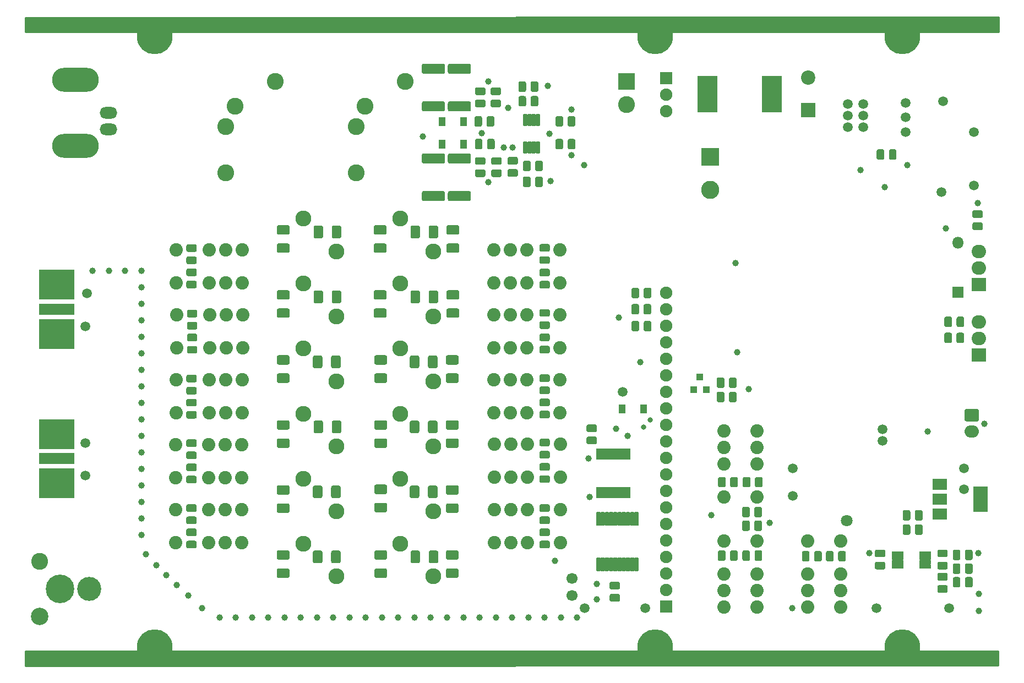
<source format=gbs>
G04 #@! TF.GenerationSoftware,KiCad,Pcbnew,(5.1.5)-3*
G04 #@! TF.CreationDate,2020-01-13T11:56:01+01:00*
G04 #@! TF.ProjectId,HL2_MRF101,484c325f-4d52-4463-9130-312e6b696361,2.0-build8*
G04 #@! TF.SameCoordinates,PX42c1d80PY2625a00*
G04 #@! TF.FileFunction,Soldermask,Bot*
G04 #@! TF.FilePolarity,Negative*
%FSLAX46Y46*%
G04 Gerber Fmt 4.6, Leading zero omitted, Abs format (unit mm)*
G04 Created by KiCad (PCBNEW (5.1.5)-3) date 2020-01-13 11:56:01*
%MOMM*%
%LPD*%
G04 APERTURE LIST*
%ADD10C,0.100000*%
%ADD11C,5.500000*%
%ADD12R,2.800000X2.800000*%
%ADD13C,2.800000*%
%ADD14C,2.600000*%
%ADD15R,2.600000X2.600000*%
%ADD16O,1.900000X1.900000*%
%ADD17R,1.900000X1.900000*%
%ADD18O,2.700000X1.800000*%
%ADD19O,7.200000X3.700000*%
%ADD20R,3.098140X5.597500*%
%ADD21C,2.050000*%
%ADD22C,2.450000*%
%ADD23R,2.200000X2.200000*%
%ADD24C,2.200000*%
%ADD25R,1.100000X1.400000*%
%ADD26R,1.800000X1.800000*%
%ADD27O,1.800000X1.800000*%
%ADD28R,5.400000X4.600000*%
%ADD29R,5.400000X1.800000*%
%ADD30C,2.680000*%
%ADD31C,3.700000*%
%ADD32C,4.400000*%
%ADD33R,2.200000X2.105000*%
%ADD34O,2.200000X2.105000*%
%ADD35R,1.000000X1.100000*%
%ADD36C,1.700000*%
%ADD37R,0.650000X1.700000*%
%ADD38O,2.200000X1.900000*%
%ADD39R,2.200000X4.000000*%
%ADD40R,2.200000X1.700000*%
%ADD41C,1.000000*%
%ADD42C,1.500000*%
%ADD43C,0.803000*%
%ADD44C,1.800000*%
%ADD45C,0.254000*%
G04 APERTURE END LIST*
D10*
G36*
X73135043Y-23488914D02*
G01*
X73163558Y-23493144D01*
X73191521Y-23500149D01*
X73218663Y-23509860D01*
X73244723Y-23522186D01*
X73269449Y-23537006D01*
X73292603Y-23554178D01*
X73313963Y-23573537D01*
X73333322Y-23594897D01*
X73350494Y-23618051D01*
X73365314Y-23642777D01*
X73377640Y-23668837D01*
X73387351Y-23695979D01*
X73394356Y-23723942D01*
X73398586Y-23752457D01*
X73400000Y-23781250D01*
X73400000Y-24368750D01*
X73398586Y-24397543D01*
X73394356Y-24426058D01*
X73387351Y-24454021D01*
X73377640Y-24481163D01*
X73365314Y-24507223D01*
X73350494Y-24531949D01*
X73333322Y-24555103D01*
X73313963Y-24576463D01*
X73292603Y-24595822D01*
X73269449Y-24612994D01*
X73244723Y-24627814D01*
X73218663Y-24640140D01*
X73191521Y-24649851D01*
X73163558Y-24656856D01*
X73135043Y-24661086D01*
X73106250Y-24662500D01*
X72093750Y-24662500D01*
X72064957Y-24661086D01*
X72036442Y-24656856D01*
X72008479Y-24649851D01*
X71981337Y-24640140D01*
X71955277Y-24627814D01*
X71930551Y-24612994D01*
X71907397Y-24595822D01*
X71886037Y-24576463D01*
X71866678Y-24555103D01*
X71849506Y-24531949D01*
X71834686Y-24507223D01*
X71822360Y-24481163D01*
X71812649Y-24454021D01*
X71805644Y-24426058D01*
X71801414Y-24397543D01*
X71800000Y-24368750D01*
X71800000Y-23781250D01*
X71801414Y-23752457D01*
X71805644Y-23723942D01*
X71812649Y-23695979D01*
X71822360Y-23668837D01*
X71834686Y-23642777D01*
X71849506Y-23618051D01*
X71866678Y-23594897D01*
X71886037Y-23573537D01*
X71907397Y-23554178D01*
X71930551Y-23537006D01*
X71955277Y-23522186D01*
X71981337Y-23509860D01*
X72008479Y-23500149D01*
X72036442Y-23493144D01*
X72064957Y-23488914D01*
X72093750Y-23487500D01*
X73106250Y-23487500D01*
X73135043Y-23488914D01*
G37*
G36*
X73135043Y-21613914D02*
G01*
X73163558Y-21618144D01*
X73191521Y-21625149D01*
X73218663Y-21634860D01*
X73244723Y-21647186D01*
X73269449Y-21662006D01*
X73292603Y-21679178D01*
X73313963Y-21698537D01*
X73333322Y-21719897D01*
X73350494Y-21743051D01*
X73365314Y-21767777D01*
X73377640Y-21793837D01*
X73387351Y-21820979D01*
X73394356Y-21848942D01*
X73398586Y-21877457D01*
X73400000Y-21906250D01*
X73400000Y-22493750D01*
X73398586Y-22522543D01*
X73394356Y-22551058D01*
X73387351Y-22579021D01*
X73377640Y-22606163D01*
X73365314Y-22632223D01*
X73350494Y-22656949D01*
X73333322Y-22680103D01*
X73313963Y-22701463D01*
X73292603Y-22720822D01*
X73269449Y-22737994D01*
X73244723Y-22752814D01*
X73218663Y-22765140D01*
X73191521Y-22774851D01*
X73163558Y-22781856D01*
X73135043Y-22786086D01*
X73106250Y-22787500D01*
X72093750Y-22787500D01*
X72064957Y-22786086D01*
X72036442Y-22781856D01*
X72008479Y-22774851D01*
X71981337Y-22765140D01*
X71955277Y-22752814D01*
X71930551Y-22737994D01*
X71907397Y-22720822D01*
X71886037Y-22701463D01*
X71866678Y-22680103D01*
X71849506Y-22656949D01*
X71834686Y-22632223D01*
X71822360Y-22606163D01*
X71812649Y-22579021D01*
X71805644Y-22551058D01*
X71801414Y-22522543D01*
X71800000Y-22493750D01*
X71800000Y-21906250D01*
X71801414Y-21877457D01*
X71805644Y-21848942D01*
X71812649Y-21820979D01*
X71822360Y-21793837D01*
X71834686Y-21767777D01*
X71849506Y-21743051D01*
X71866678Y-21719897D01*
X71886037Y-21698537D01*
X71907397Y-21679178D01*
X71930551Y-21662006D01*
X71955277Y-21647186D01*
X71981337Y-21634860D01*
X72008479Y-21625149D01*
X72036442Y-21618144D01*
X72064957Y-21613914D01*
X72093750Y-21612500D01*
X73106250Y-21612500D01*
X73135043Y-21613914D01*
G37*
G36*
X68416098Y-26826382D02*
G01*
X68443962Y-26830515D01*
X68471286Y-26837360D01*
X68497808Y-26846849D01*
X68523272Y-26858893D01*
X68547433Y-26873374D01*
X68570058Y-26890154D01*
X68590929Y-26909071D01*
X68609846Y-26929942D01*
X68626626Y-26952567D01*
X68641107Y-26976728D01*
X68653151Y-27002192D01*
X68662640Y-27028714D01*
X68669485Y-27056038D01*
X68673618Y-27083902D01*
X68675000Y-27112036D01*
X68675000Y-28087964D01*
X68673618Y-28116098D01*
X68669485Y-28143962D01*
X68662640Y-28171286D01*
X68653151Y-28197808D01*
X68641107Y-28223272D01*
X68626626Y-28247433D01*
X68609846Y-28270058D01*
X68590929Y-28290929D01*
X68570058Y-28309846D01*
X68547433Y-28326626D01*
X68523272Y-28341107D01*
X68497808Y-28353151D01*
X68471286Y-28362640D01*
X68443962Y-28369485D01*
X68416098Y-28373618D01*
X68387964Y-28375000D01*
X65412036Y-28375000D01*
X65383902Y-28373618D01*
X65356038Y-28369485D01*
X65328714Y-28362640D01*
X65302192Y-28353151D01*
X65276728Y-28341107D01*
X65252567Y-28326626D01*
X65229942Y-28309846D01*
X65209071Y-28290929D01*
X65190154Y-28270058D01*
X65173374Y-28247433D01*
X65158893Y-28223272D01*
X65146849Y-28197808D01*
X65137360Y-28171286D01*
X65130515Y-28143962D01*
X65126382Y-28116098D01*
X65125000Y-28087964D01*
X65125000Y-27112036D01*
X65126382Y-27083902D01*
X65130515Y-27056038D01*
X65137360Y-27028714D01*
X65146849Y-27002192D01*
X65158893Y-26976728D01*
X65173374Y-26952567D01*
X65190154Y-26929942D01*
X65209071Y-26909071D01*
X65229942Y-26890154D01*
X65252567Y-26873374D01*
X65276728Y-26858893D01*
X65302192Y-26846849D01*
X65328714Y-26837360D01*
X65356038Y-26830515D01*
X65383902Y-26826382D01*
X65412036Y-26825000D01*
X68387964Y-26825000D01*
X68416098Y-26826382D01*
G37*
G36*
X68416098Y-21026382D02*
G01*
X68443962Y-21030515D01*
X68471286Y-21037360D01*
X68497808Y-21046849D01*
X68523272Y-21058893D01*
X68547433Y-21073374D01*
X68570058Y-21090154D01*
X68590929Y-21109071D01*
X68609846Y-21129942D01*
X68626626Y-21152567D01*
X68641107Y-21176728D01*
X68653151Y-21202192D01*
X68662640Y-21228714D01*
X68669485Y-21256038D01*
X68673618Y-21283902D01*
X68675000Y-21312036D01*
X68675000Y-22287964D01*
X68673618Y-22316098D01*
X68669485Y-22343962D01*
X68662640Y-22371286D01*
X68653151Y-22397808D01*
X68641107Y-22423272D01*
X68626626Y-22447433D01*
X68609846Y-22470058D01*
X68590929Y-22490929D01*
X68570058Y-22509846D01*
X68547433Y-22526626D01*
X68523272Y-22541107D01*
X68497808Y-22553151D01*
X68471286Y-22562640D01*
X68443962Y-22569485D01*
X68416098Y-22573618D01*
X68387964Y-22575000D01*
X65412036Y-22575000D01*
X65383902Y-22573618D01*
X65356038Y-22569485D01*
X65328714Y-22562640D01*
X65302192Y-22553151D01*
X65276728Y-22541107D01*
X65252567Y-22526626D01*
X65229942Y-22509846D01*
X65209071Y-22490929D01*
X65190154Y-22470058D01*
X65173374Y-22447433D01*
X65158893Y-22423272D01*
X65146849Y-22397808D01*
X65137360Y-22371286D01*
X65130515Y-22343962D01*
X65126382Y-22316098D01*
X65125000Y-22287964D01*
X65125000Y-21312036D01*
X65126382Y-21283902D01*
X65130515Y-21256038D01*
X65137360Y-21228714D01*
X65146849Y-21202192D01*
X65158893Y-21176728D01*
X65173374Y-21152567D01*
X65190154Y-21129942D01*
X65209071Y-21109071D01*
X65229942Y-21090154D01*
X65252567Y-21073374D01*
X65276728Y-21058893D01*
X65302192Y-21046849D01*
X65328714Y-21037360D01*
X65356038Y-21030515D01*
X65383902Y-21026382D01*
X65412036Y-21025000D01*
X68387964Y-21025000D01*
X68416098Y-21026382D01*
G37*
G36*
X64416098Y-21026382D02*
G01*
X64443962Y-21030515D01*
X64471286Y-21037360D01*
X64497808Y-21046849D01*
X64523272Y-21058893D01*
X64547433Y-21073374D01*
X64570058Y-21090154D01*
X64590929Y-21109071D01*
X64609846Y-21129942D01*
X64626626Y-21152567D01*
X64641107Y-21176728D01*
X64653151Y-21202192D01*
X64662640Y-21228714D01*
X64669485Y-21256038D01*
X64673618Y-21283902D01*
X64675000Y-21312036D01*
X64675000Y-22287964D01*
X64673618Y-22316098D01*
X64669485Y-22343962D01*
X64662640Y-22371286D01*
X64653151Y-22397808D01*
X64641107Y-22423272D01*
X64626626Y-22447433D01*
X64609846Y-22470058D01*
X64590929Y-22490929D01*
X64570058Y-22509846D01*
X64547433Y-22526626D01*
X64523272Y-22541107D01*
X64497808Y-22553151D01*
X64471286Y-22562640D01*
X64443962Y-22569485D01*
X64416098Y-22573618D01*
X64387964Y-22575000D01*
X61412036Y-22575000D01*
X61383902Y-22573618D01*
X61356038Y-22569485D01*
X61328714Y-22562640D01*
X61302192Y-22553151D01*
X61276728Y-22541107D01*
X61252567Y-22526626D01*
X61229942Y-22509846D01*
X61209071Y-22490929D01*
X61190154Y-22470058D01*
X61173374Y-22447433D01*
X61158893Y-22423272D01*
X61146849Y-22397808D01*
X61137360Y-22371286D01*
X61130515Y-22343962D01*
X61126382Y-22316098D01*
X61125000Y-22287964D01*
X61125000Y-21312036D01*
X61126382Y-21283902D01*
X61130515Y-21256038D01*
X61137360Y-21228714D01*
X61146849Y-21202192D01*
X61158893Y-21176728D01*
X61173374Y-21152567D01*
X61190154Y-21129942D01*
X61209071Y-21109071D01*
X61229942Y-21090154D01*
X61252567Y-21073374D01*
X61276728Y-21058893D01*
X61302192Y-21046849D01*
X61328714Y-21037360D01*
X61356038Y-21030515D01*
X61383902Y-21026382D01*
X61412036Y-21025000D01*
X64387964Y-21025000D01*
X64416098Y-21026382D01*
G37*
G36*
X64416098Y-26826382D02*
G01*
X64443962Y-26830515D01*
X64471286Y-26837360D01*
X64497808Y-26846849D01*
X64523272Y-26858893D01*
X64547433Y-26873374D01*
X64570058Y-26890154D01*
X64590929Y-26909071D01*
X64609846Y-26929942D01*
X64626626Y-26952567D01*
X64641107Y-26976728D01*
X64653151Y-27002192D01*
X64662640Y-27028714D01*
X64669485Y-27056038D01*
X64673618Y-27083902D01*
X64675000Y-27112036D01*
X64675000Y-28087964D01*
X64673618Y-28116098D01*
X64669485Y-28143962D01*
X64662640Y-28171286D01*
X64653151Y-28197808D01*
X64641107Y-28223272D01*
X64626626Y-28247433D01*
X64609846Y-28270058D01*
X64590929Y-28290929D01*
X64570058Y-28309846D01*
X64547433Y-28326626D01*
X64523272Y-28341107D01*
X64497808Y-28353151D01*
X64471286Y-28362640D01*
X64443962Y-28369485D01*
X64416098Y-28373618D01*
X64387964Y-28375000D01*
X61412036Y-28375000D01*
X61383902Y-28373618D01*
X61356038Y-28369485D01*
X61328714Y-28362640D01*
X61302192Y-28353151D01*
X61276728Y-28341107D01*
X61252567Y-28326626D01*
X61229942Y-28309846D01*
X61209071Y-28290929D01*
X61190154Y-28270058D01*
X61173374Y-28247433D01*
X61158893Y-28223272D01*
X61146849Y-28197808D01*
X61137360Y-28171286D01*
X61130515Y-28143962D01*
X61126382Y-28116098D01*
X61125000Y-28087964D01*
X61125000Y-27112036D01*
X61126382Y-27083902D01*
X61130515Y-27056038D01*
X61137360Y-27028714D01*
X61146849Y-27002192D01*
X61158893Y-26976728D01*
X61173374Y-26952567D01*
X61190154Y-26929942D01*
X61209071Y-26909071D01*
X61229942Y-26890154D01*
X61252567Y-26873374D01*
X61276728Y-26858893D01*
X61302192Y-26846849D01*
X61328714Y-26837360D01*
X61356038Y-26830515D01*
X61383902Y-26826382D01*
X61412036Y-26825000D01*
X64387964Y-26825000D01*
X64416098Y-26826382D01*
G37*
G36*
X68416098Y-7226382D02*
G01*
X68443962Y-7230515D01*
X68471286Y-7237360D01*
X68497808Y-7246849D01*
X68523272Y-7258893D01*
X68547433Y-7273374D01*
X68570058Y-7290154D01*
X68590929Y-7309071D01*
X68609846Y-7329942D01*
X68626626Y-7352567D01*
X68641107Y-7376728D01*
X68653151Y-7402192D01*
X68662640Y-7428714D01*
X68669485Y-7456038D01*
X68673618Y-7483902D01*
X68675000Y-7512036D01*
X68675000Y-8487964D01*
X68673618Y-8516098D01*
X68669485Y-8543962D01*
X68662640Y-8571286D01*
X68653151Y-8597808D01*
X68641107Y-8623272D01*
X68626626Y-8647433D01*
X68609846Y-8670058D01*
X68590929Y-8690929D01*
X68570058Y-8709846D01*
X68547433Y-8726626D01*
X68523272Y-8741107D01*
X68497808Y-8753151D01*
X68471286Y-8762640D01*
X68443962Y-8769485D01*
X68416098Y-8773618D01*
X68387964Y-8775000D01*
X65412036Y-8775000D01*
X65383902Y-8773618D01*
X65356038Y-8769485D01*
X65328714Y-8762640D01*
X65302192Y-8753151D01*
X65276728Y-8741107D01*
X65252567Y-8726626D01*
X65229942Y-8709846D01*
X65209071Y-8690929D01*
X65190154Y-8670058D01*
X65173374Y-8647433D01*
X65158893Y-8623272D01*
X65146849Y-8597808D01*
X65137360Y-8571286D01*
X65130515Y-8543962D01*
X65126382Y-8516098D01*
X65125000Y-8487964D01*
X65125000Y-7512036D01*
X65126382Y-7483902D01*
X65130515Y-7456038D01*
X65137360Y-7428714D01*
X65146849Y-7402192D01*
X65158893Y-7376728D01*
X65173374Y-7352567D01*
X65190154Y-7329942D01*
X65209071Y-7309071D01*
X65229942Y-7290154D01*
X65252567Y-7273374D01*
X65276728Y-7258893D01*
X65302192Y-7246849D01*
X65328714Y-7237360D01*
X65356038Y-7230515D01*
X65383902Y-7226382D01*
X65412036Y-7225000D01*
X68387964Y-7225000D01*
X68416098Y-7226382D01*
G37*
G36*
X68416098Y-13026382D02*
G01*
X68443962Y-13030515D01*
X68471286Y-13037360D01*
X68497808Y-13046849D01*
X68523272Y-13058893D01*
X68547433Y-13073374D01*
X68570058Y-13090154D01*
X68590929Y-13109071D01*
X68609846Y-13129942D01*
X68626626Y-13152567D01*
X68641107Y-13176728D01*
X68653151Y-13202192D01*
X68662640Y-13228714D01*
X68669485Y-13256038D01*
X68673618Y-13283902D01*
X68675000Y-13312036D01*
X68675000Y-14287964D01*
X68673618Y-14316098D01*
X68669485Y-14343962D01*
X68662640Y-14371286D01*
X68653151Y-14397808D01*
X68641107Y-14423272D01*
X68626626Y-14447433D01*
X68609846Y-14470058D01*
X68590929Y-14490929D01*
X68570058Y-14509846D01*
X68547433Y-14526626D01*
X68523272Y-14541107D01*
X68497808Y-14553151D01*
X68471286Y-14562640D01*
X68443962Y-14569485D01*
X68416098Y-14573618D01*
X68387964Y-14575000D01*
X65412036Y-14575000D01*
X65383902Y-14573618D01*
X65356038Y-14569485D01*
X65328714Y-14562640D01*
X65302192Y-14553151D01*
X65276728Y-14541107D01*
X65252567Y-14526626D01*
X65229942Y-14509846D01*
X65209071Y-14490929D01*
X65190154Y-14470058D01*
X65173374Y-14447433D01*
X65158893Y-14423272D01*
X65146849Y-14397808D01*
X65137360Y-14371286D01*
X65130515Y-14343962D01*
X65126382Y-14316098D01*
X65125000Y-14287964D01*
X65125000Y-13312036D01*
X65126382Y-13283902D01*
X65130515Y-13256038D01*
X65137360Y-13228714D01*
X65146849Y-13202192D01*
X65158893Y-13176728D01*
X65173374Y-13152567D01*
X65190154Y-13129942D01*
X65209071Y-13109071D01*
X65229942Y-13090154D01*
X65252567Y-13073374D01*
X65276728Y-13058893D01*
X65302192Y-13046849D01*
X65328714Y-13037360D01*
X65356038Y-13030515D01*
X65383902Y-13026382D01*
X65412036Y-13025000D01*
X68387964Y-13025000D01*
X68416098Y-13026382D01*
G37*
G36*
X64416098Y-13026382D02*
G01*
X64443962Y-13030515D01*
X64471286Y-13037360D01*
X64497808Y-13046849D01*
X64523272Y-13058893D01*
X64547433Y-13073374D01*
X64570058Y-13090154D01*
X64590929Y-13109071D01*
X64609846Y-13129942D01*
X64626626Y-13152567D01*
X64641107Y-13176728D01*
X64653151Y-13202192D01*
X64662640Y-13228714D01*
X64669485Y-13256038D01*
X64673618Y-13283902D01*
X64675000Y-13312036D01*
X64675000Y-14287964D01*
X64673618Y-14316098D01*
X64669485Y-14343962D01*
X64662640Y-14371286D01*
X64653151Y-14397808D01*
X64641107Y-14423272D01*
X64626626Y-14447433D01*
X64609846Y-14470058D01*
X64590929Y-14490929D01*
X64570058Y-14509846D01*
X64547433Y-14526626D01*
X64523272Y-14541107D01*
X64497808Y-14553151D01*
X64471286Y-14562640D01*
X64443962Y-14569485D01*
X64416098Y-14573618D01*
X64387964Y-14575000D01*
X61412036Y-14575000D01*
X61383902Y-14573618D01*
X61356038Y-14569485D01*
X61328714Y-14562640D01*
X61302192Y-14553151D01*
X61276728Y-14541107D01*
X61252567Y-14526626D01*
X61229942Y-14509846D01*
X61209071Y-14490929D01*
X61190154Y-14470058D01*
X61173374Y-14447433D01*
X61158893Y-14423272D01*
X61146849Y-14397808D01*
X61137360Y-14371286D01*
X61130515Y-14343962D01*
X61126382Y-14316098D01*
X61125000Y-14287964D01*
X61125000Y-13312036D01*
X61126382Y-13283902D01*
X61130515Y-13256038D01*
X61137360Y-13228714D01*
X61146849Y-13202192D01*
X61158893Y-13176728D01*
X61173374Y-13152567D01*
X61190154Y-13129942D01*
X61209071Y-13109071D01*
X61229942Y-13090154D01*
X61252567Y-13073374D01*
X61276728Y-13058893D01*
X61302192Y-13046849D01*
X61328714Y-13037360D01*
X61356038Y-13030515D01*
X61383902Y-13026382D01*
X61412036Y-13025000D01*
X64387964Y-13025000D01*
X64416098Y-13026382D01*
G37*
G36*
X64416098Y-7226382D02*
G01*
X64443962Y-7230515D01*
X64471286Y-7237360D01*
X64497808Y-7246849D01*
X64523272Y-7258893D01*
X64547433Y-7273374D01*
X64570058Y-7290154D01*
X64590929Y-7309071D01*
X64609846Y-7329942D01*
X64626626Y-7352567D01*
X64641107Y-7376728D01*
X64653151Y-7402192D01*
X64662640Y-7428714D01*
X64669485Y-7456038D01*
X64673618Y-7483902D01*
X64675000Y-7512036D01*
X64675000Y-8487964D01*
X64673618Y-8516098D01*
X64669485Y-8543962D01*
X64662640Y-8571286D01*
X64653151Y-8597808D01*
X64641107Y-8623272D01*
X64626626Y-8647433D01*
X64609846Y-8670058D01*
X64590929Y-8690929D01*
X64570058Y-8709846D01*
X64547433Y-8726626D01*
X64523272Y-8741107D01*
X64497808Y-8753151D01*
X64471286Y-8762640D01*
X64443962Y-8769485D01*
X64416098Y-8773618D01*
X64387964Y-8775000D01*
X61412036Y-8775000D01*
X61383902Y-8773618D01*
X61356038Y-8769485D01*
X61328714Y-8762640D01*
X61302192Y-8753151D01*
X61276728Y-8741107D01*
X61252567Y-8726626D01*
X61229942Y-8709846D01*
X61209071Y-8690929D01*
X61190154Y-8670058D01*
X61173374Y-8647433D01*
X61158893Y-8623272D01*
X61146849Y-8597808D01*
X61137360Y-8571286D01*
X61130515Y-8543962D01*
X61126382Y-8516098D01*
X61125000Y-8487964D01*
X61125000Y-7512036D01*
X61126382Y-7483902D01*
X61130515Y-7456038D01*
X61137360Y-7428714D01*
X61146849Y-7402192D01*
X61158893Y-7376728D01*
X61173374Y-7352567D01*
X61190154Y-7329942D01*
X61209071Y-7309071D01*
X61229942Y-7290154D01*
X61252567Y-7273374D01*
X61276728Y-7258893D01*
X61302192Y-7246849D01*
X61328714Y-7237360D01*
X61356038Y-7230515D01*
X61383902Y-7226382D01*
X61412036Y-7225000D01*
X64387964Y-7225000D01*
X64416098Y-7226382D01*
G37*
D11*
X135000000Y-97000000D03*
X135000000Y-3000000D03*
X20000000Y-97000000D03*
X97000000Y-97000000D03*
X97000000Y-3000000D03*
X20000000Y-3000000D03*
D12*
X105500000Y-21600000D03*
D13*
X105500000Y-26600000D03*
D14*
X92600000Y-13500000D03*
D15*
X92600000Y-10000000D03*
D16*
X98700000Y-42490000D03*
X98700000Y-45030000D03*
X98700000Y-47570000D03*
X98700000Y-50110000D03*
X98700000Y-52650000D03*
X98700000Y-55190000D03*
X98700000Y-57730000D03*
X98700000Y-60270000D03*
X98700000Y-62810000D03*
X98700000Y-65350000D03*
X98700000Y-67890000D03*
X98700000Y-70430000D03*
X98700000Y-72970000D03*
X98700000Y-75510000D03*
X98700000Y-78050000D03*
X98700000Y-80590000D03*
X98700000Y-83130000D03*
X98700000Y-85670000D03*
X98700000Y-88210000D03*
D17*
X98700000Y-90750000D03*
D14*
X51000000Y-24000000D03*
X51000000Y-16900000D03*
X58600000Y-10000000D03*
X52400000Y-13800000D03*
X31000000Y-24000000D03*
X31000000Y-16900000D03*
X38600000Y-10000000D03*
X32400000Y-13800000D03*
D18*
X12900000Y-17340000D03*
X12900000Y-14800000D03*
D19*
X7820000Y-9720000D03*
X7820000Y-19880000D03*
D20*
X105052080Y-11900000D03*
X114947920Y-11900000D03*
D21*
X82380000Y-40940000D03*
X77300000Y-40940000D03*
X74760000Y-40940000D03*
X72220000Y-40940000D03*
X72220000Y-35860000D03*
X74760000Y-35860000D03*
X77300000Y-35860000D03*
X82380000Y-35860000D03*
X82380000Y-50940000D03*
X77300000Y-50940000D03*
X74760000Y-50940000D03*
X72220000Y-50940000D03*
X72220000Y-45860000D03*
X74760000Y-45860000D03*
X77300000Y-45860000D03*
X82380000Y-45860000D03*
X82380000Y-60940000D03*
X77300000Y-60940000D03*
X74760000Y-60940000D03*
X72220000Y-60940000D03*
X72220000Y-55860000D03*
X74760000Y-55860000D03*
X77300000Y-55860000D03*
X82380000Y-55860000D03*
X82480000Y-70840000D03*
X77400000Y-70840000D03*
X74860000Y-70840000D03*
X72320000Y-70840000D03*
X72320000Y-65760000D03*
X74860000Y-65760000D03*
X77400000Y-65760000D03*
X82480000Y-65760000D03*
X82480000Y-80940000D03*
X77400000Y-80940000D03*
X74860000Y-80940000D03*
X72320000Y-80940000D03*
X72320000Y-75860000D03*
X74860000Y-75860000D03*
X77400000Y-75860000D03*
X82480000Y-75860000D03*
X23320000Y-35860000D03*
X28400000Y-35860000D03*
X30940000Y-35860000D03*
X33480000Y-35860000D03*
X33480000Y-40940000D03*
X30940000Y-40940000D03*
X28400000Y-40940000D03*
X23320000Y-40940000D03*
X23420000Y-45860000D03*
X28500000Y-45860000D03*
X31040000Y-45860000D03*
X33580000Y-45860000D03*
X33580000Y-50940000D03*
X31040000Y-50940000D03*
X28500000Y-50940000D03*
X23420000Y-50940000D03*
X23320000Y-55860000D03*
X28400000Y-55860000D03*
X30940000Y-55860000D03*
X33480000Y-55860000D03*
X33480000Y-60940000D03*
X30940000Y-60940000D03*
X28400000Y-60940000D03*
X23320000Y-60940000D03*
X23220000Y-65860000D03*
X28300000Y-65860000D03*
X30840000Y-65860000D03*
X33380000Y-65860000D03*
X33380000Y-70940000D03*
X30840000Y-70940000D03*
X28300000Y-70940000D03*
X23220000Y-70940000D03*
X23220000Y-75860000D03*
X28300000Y-75860000D03*
X30840000Y-75860000D03*
X33380000Y-75860000D03*
X33380000Y-80940000D03*
X30840000Y-80940000D03*
X28300000Y-80940000D03*
X23220000Y-80940000D03*
X112640000Y-80620000D03*
X112640000Y-85700000D03*
X112640000Y-88240000D03*
X112640000Y-90780000D03*
X107560000Y-90780000D03*
X107560000Y-88240000D03*
X107560000Y-85700000D03*
X107560000Y-80620000D03*
X107560000Y-73920000D03*
X107560000Y-68840000D03*
X107560000Y-66300000D03*
X107560000Y-63760000D03*
X112640000Y-63760000D03*
X112640000Y-66300000D03*
X112640000Y-68840000D03*
X112640000Y-73920000D03*
X125540000Y-80620000D03*
X125540000Y-85700000D03*
X125540000Y-88240000D03*
X125540000Y-90780000D03*
X120460000Y-90780000D03*
X120460000Y-88240000D03*
X120460000Y-85700000D03*
X120460000Y-80620000D03*
D22*
X57760000Y-31060000D03*
X62840000Y-36100000D03*
X62840000Y-46100000D03*
X57760000Y-41060000D03*
X62840000Y-56100000D03*
X57760000Y-51060000D03*
X57760000Y-61060000D03*
X62840000Y-66100000D03*
X57760000Y-71060000D03*
X62840000Y-76100000D03*
X57760000Y-81060000D03*
X62840000Y-86100000D03*
X42860000Y-31060000D03*
X47940000Y-36100000D03*
X47940000Y-46100000D03*
X42860000Y-41060000D03*
X42860000Y-51060000D03*
X47940000Y-56100000D03*
X42860000Y-61060000D03*
X47940000Y-66100000D03*
X42860000Y-71060000D03*
X47940000Y-76100000D03*
X42860000Y-81060000D03*
X47940000Y-86100000D03*
D10*
G36*
X80535043Y-40651414D02*
G01*
X80563558Y-40655644D01*
X80591521Y-40662649D01*
X80618663Y-40672360D01*
X80644723Y-40684686D01*
X80669449Y-40699506D01*
X80692603Y-40716678D01*
X80713963Y-40736037D01*
X80733322Y-40757397D01*
X80750494Y-40780551D01*
X80765314Y-40805277D01*
X80777640Y-40831337D01*
X80787351Y-40858479D01*
X80794356Y-40886442D01*
X80798586Y-40914957D01*
X80800000Y-40943750D01*
X80800000Y-41531250D01*
X80798586Y-41560043D01*
X80794356Y-41588558D01*
X80787351Y-41616521D01*
X80777640Y-41643663D01*
X80765314Y-41669723D01*
X80750494Y-41694449D01*
X80733322Y-41717603D01*
X80713963Y-41738963D01*
X80692603Y-41758322D01*
X80669449Y-41775494D01*
X80644723Y-41790314D01*
X80618663Y-41802640D01*
X80591521Y-41812351D01*
X80563558Y-41819356D01*
X80535043Y-41823586D01*
X80506250Y-41825000D01*
X79493750Y-41825000D01*
X79464957Y-41823586D01*
X79436442Y-41819356D01*
X79408479Y-41812351D01*
X79381337Y-41802640D01*
X79355277Y-41790314D01*
X79330551Y-41775494D01*
X79307397Y-41758322D01*
X79286037Y-41738963D01*
X79266678Y-41717603D01*
X79249506Y-41694449D01*
X79234686Y-41669723D01*
X79222360Y-41643663D01*
X79212649Y-41616521D01*
X79205644Y-41588558D01*
X79201414Y-41560043D01*
X79200000Y-41531250D01*
X79200000Y-40943750D01*
X79201414Y-40914957D01*
X79205644Y-40886442D01*
X79212649Y-40858479D01*
X79222360Y-40831337D01*
X79234686Y-40805277D01*
X79249506Y-40780551D01*
X79266678Y-40757397D01*
X79286037Y-40736037D01*
X79307397Y-40716678D01*
X79330551Y-40699506D01*
X79355277Y-40684686D01*
X79381337Y-40672360D01*
X79408479Y-40662649D01*
X79436442Y-40655644D01*
X79464957Y-40651414D01*
X79493750Y-40650000D01*
X80506250Y-40650000D01*
X80535043Y-40651414D01*
G37*
G36*
X80535043Y-38776414D02*
G01*
X80563558Y-38780644D01*
X80591521Y-38787649D01*
X80618663Y-38797360D01*
X80644723Y-38809686D01*
X80669449Y-38824506D01*
X80692603Y-38841678D01*
X80713963Y-38861037D01*
X80733322Y-38882397D01*
X80750494Y-38905551D01*
X80765314Y-38930277D01*
X80777640Y-38956337D01*
X80787351Y-38983479D01*
X80794356Y-39011442D01*
X80798586Y-39039957D01*
X80800000Y-39068750D01*
X80800000Y-39656250D01*
X80798586Y-39685043D01*
X80794356Y-39713558D01*
X80787351Y-39741521D01*
X80777640Y-39768663D01*
X80765314Y-39794723D01*
X80750494Y-39819449D01*
X80733322Y-39842603D01*
X80713963Y-39863963D01*
X80692603Y-39883322D01*
X80669449Y-39900494D01*
X80644723Y-39915314D01*
X80618663Y-39927640D01*
X80591521Y-39937351D01*
X80563558Y-39944356D01*
X80535043Y-39948586D01*
X80506250Y-39950000D01*
X79493750Y-39950000D01*
X79464957Y-39948586D01*
X79436442Y-39944356D01*
X79408479Y-39937351D01*
X79381337Y-39927640D01*
X79355277Y-39915314D01*
X79330551Y-39900494D01*
X79307397Y-39883322D01*
X79286037Y-39863963D01*
X79266678Y-39842603D01*
X79249506Y-39819449D01*
X79234686Y-39794723D01*
X79222360Y-39768663D01*
X79212649Y-39741521D01*
X79205644Y-39713558D01*
X79201414Y-39685043D01*
X79200000Y-39656250D01*
X79200000Y-39068750D01*
X79201414Y-39039957D01*
X79205644Y-39011442D01*
X79212649Y-38983479D01*
X79222360Y-38956337D01*
X79234686Y-38930277D01*
X79249506Y-38905551D01*
X79266678Y-38882397D01*
X79286037Y-38861037D01*
X79307397Y-38841678D01*
X79330551Y-38824506D01*
X79355277Y-38809686D01*
X79381337Y-38797360D01*
X79408479Y-38787649D01*
X79436442Y-38780644D01*
X79464957Y-38776414D01*
X79493750Y-38775000D01*
X80506250Y-38775000D01*
X80535043Y-38776414D01*
G37*
G36*
X80535043Y-48738914D02*
G01*
X80563558Y-48743144D01*
X80591521Y-48750149D01*
X80618663Y-48759860D01*
X80644723Y-48772186D01*
X80669449Y-48787006D01*
X80692603Y-48804178D01*
X80713963Y-48823537D01*
X80733322Y-48844897D01*
X80750494Y-48868051D01*
X80765314Y-48892777D01*
X80777640Y-48918837D01*
X80787351Y-48945979D01*
X80794356Y-48973942D01*
X80798586Y-49002457D01*
X80800000Y-49031250D01*
X80800000Y-49618750D01*
X80798586Y-49647543D01*
X80794356Y-49676058D01*
X80787351Y-49704021D01*
X80777640Y-49731163D01*
X80765314Y-49757223D01*
X80750494Y-49781949D01*
X80733322Y-49805103D01*
X80713963Y-49826463D01*
X80692603Y-49845822D01*
X80669449Y-49862994D01*
X80644723Y-49877814D01*
X80618663Y-49890140D01*
X80591521Y-49899851D01*
X80563558Y-49906856D01*
X80535043Y-49911086D01*
X80506250Y-49912500D01*
X79493750Y-49912500D01*
X79464957Y-49911086D01*
X79436442Y-49906856D01*
X79408479Y-49899851D01*
X79381337Y-49890140D01*
X79355277Y-49877814D01*
X79330551Y-49862994D01*
X79307397Y-49845822D01*
X79286037Y-49826463D01*
X79266678Y-49805103D01*
X79249506Y-49781949D01*
X79234686Y-49757223D01*
X79222360Y-49731163D01*
X79212649Y-49704021D01*
X79205644Y-49676058D01*
X79201414Y-49647543D01*
X79200000Y-49618750D01*
X79200000Y-49031250D01*
X79201414Y-49002457D01*
X79205644Y-48973942D01*
X79212649Y-48945979D01*
X79222360Y-48918837D01*
X79234686Y-48892777D01*
X79249506Y-48868051D01*
X79266678Y-48844897D01*
X79286037Y-48823537D01*
X79307397Y-48804178D01*
X79330551Y-48787006D01*
X79355277Y-48772186D01*
X79381337Y-48759860D01*
X79408479Y-48750149D01*
X79436442Y-48743144D01*
X79464957Y-48738914D01*
X79493750Y-48737500D01*
X80506250Y-48737500D01*
X80535043Y-48738914D01*
G37*
G36*
X80535043Y-50613914D02*
G01*
X80563558Y-50618144D01*
X80591521Y-50625149D01*
X80618663Y-50634860D01*
X80644723Y-50647186D01*
X80669449Y-50662006D01*
X80692603Y-50679178D01*
X80713963Y-50698537D01*
X80733322Y-50719897D01*
X80750494Y-50743051D01*
X80765314Y-50767777D01*
X80777640Y-50793837D01*
X80787351Y-50820979D01*
X80794356Y-50848942D01*
X80798586Y-50877457D01*
X80800000Y-50906250D01*
X80800000Y-51493750D01*
X80798586Y-51522543D01*
X80794356Y-51551058D01*
X80787351Y-51579021D01*
X80777640Y-51606163D01*
X80765314Y-51632223D01*
X80750494Y-51656949D01*
X80733322Y-51680103D01*
X80713963Y-51701463D01*
X80692603Y-51720822D01*
X80669449Y-51737994D01*
X80644723Y-51752814D01*
X80618663Y-51765140D01*
X80591521Y-51774851D01*
X80563558Y-51781856D01*
X80535043Y-51786086D01*
X80506250Y-51787500D01*
X79493750Y-51787500D01*
X79464957Y-51786086D01*
X79436442Y-51781856D01*
X79408479Y-51774851D01*
X79381337Y-51765140D01*
X79355277Y-51752814D01*
X79330551Y-51737994D01*
X79307397Y-51720822D01*
X79286037Y-51701463D01*
X79266678Y-51680103D01*
X79249506Y-51656949D01*
X79234686Y-51632223D01*
X79222360Y-51606163D01*
X79212649Y-51579021D01*
X79205644Y-51551058D01*
X79201414Y-51522543D01*
X79200000Y-51493750D01*
X79200000Y-50906250D01*
X79201414Y-50877457D01*
X79205644Y-50848942D01*
X79212649Y-50820979D01*
X79222360Y-50793837D01*
X79234686Y-50767777D01*
X79249506Y-50743051D01*
X79266678Y-50719897D01*
X79286037Y-50698537D01*
X79307397Y-50679178D01*
X79330551Y-50662006D01*
X79355277Y-50647186D01*
X79381337Y-50634860D01*
X79408479Y-50625149D01*
X79436442Y-50618144D01*
X79464957Y-50613914D01*
X79493750Y-50612500D01*
X80506250Y-50612500D01*
X80535043Y-50613914D01*
G37*
G36*
X80535043Y-58738914D02*
G01*
X80563558Y-58743144D01*
X80591521Y-58750149D01*
X80618663Y-58759860D01*
X80644723Y-58772186D01*
X80669449Y-58787006D01*
X80692603Y-58804178D01*
X80713963Y-58823537D01*
X80733322Y-58844897D01*
X80750494Y-58868051D01*
X80765314Y-58892777D01*
X80777640Y-58918837D01*
X80787351Y-58945979D01*
X80794356Y-58973942D01*
X80798586Y-59002457D01*
X80800000Y-59031250D01*
X80800000Y-59618750D01*
X80798586Y-59647543D01*
X80794356Y-59676058D01*
X80787351Y-59704021D01*
X80777640Y-59731163D01*
X80765314Y-59757223D01*
X80750494Y-59781949D01*
X80733322Y-59805103D01*
X80713963Y-59826463D01*
X80692603Y-59845822D01*
X80669449Y-59862994D01*
X80644723Y-59877814D01*
X80618663Y-59890140D01*
X80591521Y-59899851D01*
X80563558Y-59906856D01*
X80535043Y-59911086D01*
X80506250Y-59912500D01*
X79493750Y-59912500D01*
X79464957Y-59911086D01*
X79436442Y-59906856D01*
X79408479Y-59899851D01*
X79381337Y-59890140D01*
X79355277Y-59877814D01*
X79330551Y-59862994D01*
X79307397Y-59845822D01*
X79286037Y-59826463D01*
X79266678Y-59805103D01*
X79249506Y-59781949D01*
X79234686Y-59757223D01*
X79222360Y-59731163D01*
X79212649Y-59704021D01*
X79205644Y-59676058D01*
X79201414Y-59647543D01*
X79200000Y-59618750D01*
X79200000Y-59031250D01*
X79201414Y-59002457D01*
X79205644Y-58973942D01*
X79212649Y-58945979D01*
X79222360Y-58918837D01*
X79234686Y-58892777D01*
X79249506Y-58868051D01*
X79266678Y-58844897D01*
X79286037Y-58823537D01*
X79307397Y-58804178D01*
X79330551Y-58787006D01*
X79355277Y-58772186D01*
X79381337Y-58759860D01*
X79408479Y-58750149D01*
X79436442Y-58743144D01*
X79464957Y-58738914D01*
X79493750Y-58737500D01*
X80506250Y-58737500D01*
X80535043Y-58738914D01*
G37*
G36*
X80535043Y-60613914D02*
G01*
X80563558Y-60618144D01*
X80591521Y-60625149D01*
X80618663Y-60634860D01*
X80644723Y-60647186D01*
X80669449Y-60662006D01*
X80692603Y-60679178D01*
X80713963Y-60698537D01*
X80733322Y-60719897D01*
X80750494Y-60743051D01*
X80765314Y-60767777D01*
X80777640Y-60793837D01*
X80787351Y-60820979D01*
X80794356Y-60848942D01*
X80798586Y-60877457D01*
X80800000Y-60906250D01*
X80800000Y-61493750D01*
X80798586Y-61522543D01*
X80794356Y-61551058D01*
X80787351Y-61579021D01*
X80777640Y-61606163D01*
X80765314Y-61632223D01*
X80750494Y-61656949D01*
X80733322Y-61680103D01*
X80713963Y-61701463D01*
X80692603Y-61720822D01*
X80669449Y-61737994D01*
X80644723Y-61752814D01*
X80618663Y-61765140D01*
X80591521Y-61774851D01*
X80563558Y-61781856D01*
X80535043Y-61786086D01*
X80506250Y-61787500D01*
X79493750Y-61787500D01*
X79464957Y-61786086D01*
X79436442Y-61781856D01*
X79408479Y-61774851D01*
X79381337Y-61765140D01*
X79355277Y-61752814D01*
X79330551Y-61737994D01*
X79307397Y-61720822D01*
X79286037Y-61701463D01*
X79266678Y-61680103D01*
X79249506Y-61656949D01*
X79234686Y-61632223D01*
X79222360Y-61606163D01*
X79212649Y-61579021D01*
X79205644Y-61551058D01*
X79201414Y-61522543D01*
X79200000Y-61493750D01*
X79200000Y-60906250D01*
X79201414Y-60877457D01*
X79205644Y-60848942D01*
X79212649Y-60820979D01*
X79222360Y-60793837D01*
X79234686Y-60767777D01*
X79249506Y-60743051D01*
X79266678Y-60719897D01*
X79286037Y-60698537D01*
X79307397Y-60679178D01*
X79330551Y-60662006D01*
X79355277Y-60647186D01*
X79381337Y-60634860D01*
X79408479Y-60625149D01*
X79436442Y-60618144D01*
X79464957Y-60613914D01*
X79493750Y-60612500D01*
X80506250Y-60612500D01*
X80535043Y-60613914D01*
G37*
G36*
X80535043Y-68676414D02*
G01*
X80563558Y-68680644D01*
X80591521Y-68687649D01*
X80618663Y-68697360D01*
X80644723Y-68709686D01*
X80669449Y-68724506D01*
X80692603Y-68741678D01*
X80713963Y-68761037D01*
X80733322Y-68782397D01*
X80750494Y-68805551D01*
X80765314Y-68830277D01*
X80777640Y-68856337D01*
X80787351Y-68883479D01*
X80794356Y-68911442D01*
X80798586Y-68939957D01*
X80800000Y-68968750D01*
X80800000Y-69556250D01*
X80798586Y-69585043D01*
X80794356Y-69613558D01*
X80787351Y-69641521D01*
X80777640Y-69668663D01*
X80765314Y-69694723D01*
X80750494Y-69719449D01*
X80733322Y-69742603D01*
X80713963Y-69763963D01*
X80692603Y-69783322D01*
X80669449Y-69800494D01*
X80644723Y-69815314D01*
X80618663Y-69827640D01*
X80591521Y-69837351D01*
X80563558Y-69844356D01*
X80535043Y-69848586D01*
X80506250Y-69850000D01*
X79493750Y-69850000D01*
X79464957Y-69848586D01*
X79436442Y-69844356D01*
X79408479Y-69837351D01*
X79381337Y-69827640D01*
X79355277Y-69815314D01*
X79330551Y-69800494D01*
X79307397Y-69783322D01*
X79286037Y-69763963D01*
X79266678Y-69742603D01*
X79249506Y-69719449D01*
X79234686Y-69694723D01*
X79222360Y-69668663D01*
X79212649Y-69641521D01*
X79205644Y-69613558D01*
X79201414Y-69585043D01*
X79200000Y-69556250D01*
X79200000Y-68968750D01*
X79201414Y-68939957D01*
X79205644Y-68911442D01*
X79212649Y-68883479D01*
X79222360Y-68856337D01*
X79234686Y-68830277D01*
X79249506Y-68805551D01*
X79266678Y-68782397D01*
X79286037Y-68761037D01*
X79307397Y-68741678D01*
X79330551Y-68724506D01*
X79355277Y-68709686D01*
X79381337Y-68697360D01*
X79408479Y-68687649D01*
X79436442Y-68680644D01*
X79464957Y-68676414D01*
X79493750Y-68675000D01*
X80506250Y-68675000D01*
X80535043Y-68676414D01*
G37*
G36*
X80535043Y-70551414D02*
G01*
X80563558Y-70555644D01*
X80591521Y-70562649D01*
X80618663Y-70572360D01*
X80644723Y-70584686D01*
X80669449Y-70599506D01*
X80692603Y-70616678D01*
X80713963Y-70636037D01*
X80733322Y-70657397D01*
X80750494Y-70680551D01*
X80765314Y-70705277D01*
X80777640Y-70731337D01*
X80787351Y-70758479D01*
X80794356Y-70786442D01*
X80798586Y-70814957D01*
X80800000Y-70843750D01*
X80800000Y-71431250D01*
X80798586Y-71460043D01*
X80794356Y-71488558D01*
X80787351Y-71516521D01*
X80777640Y-71543663D01*
X80765314Y-71569723D01*
X80750494Y-71594449D01*
X80733322Y-71617603D01*
X80713963Y-71638963D01*
X80692603Y-71658322D01*
X80669449Y-71675494D01*
X80644723Y-71690314D01*
X80618663Y-71702640D01*
X80591521Y-71712351D01*
X80563558Y-71719356D01*
X80535043Y-71723586D01*
X80506250Y-71725000D01*
X79493750Y-71725000D01*
X79464957Y-71723586D01*
X79436442Y-71719356D01*
X79408479Y-71712351D01*
X79381337Y-71702640D01*
X79355277Y-71690314D01*
X79330551Y-71675494D01*
X79307397Y-71658322D01*
X79286037Y-71638963D01*
X79266678Y-71617603D01*
X79249506Y-71594449D01*
X79234686Y-71569723D01*
X79222360Y-71543663D01*
X79212649Y-71516521D01*
X79205644Y-71488558D01*
X79201414Y-71460043D01*
X79200000Y-71431250D01*
X79200000Y-70843750D01*
X79201414Y-70814957D01*
X79205644Y-70786442D01*
X79212649Y-70758479D01*
X79222360Y-70731337D01*
X79234686Y-70705277D01*
X79249506Y-70680551D01*
X79266678Y-70657397D01*
X79286037Y-70636037D01*
X79307397Y-70616678D01*
X79330551Y-70599506D01*
X79355277Y-70584686D01*
X79381337Y-70572360D01*
X79408479Y-70562649D01*
X79436442Y-70555644D01*
X79464957Y-70551414D01*
X79493750Y-70550000D01*
X80506250Y-70550000D01*
X80535043Y-70551414D01*
G37*
G36*
X80535043Y-80613914D02*
G01*
X80563558Y-80618144D01*
X80591521Y-80625149D01*
X80618663Y-80634860D01*
X80644723Y-80647186D01*
X80669449Y-80662006D01*
X80692603Y-80679178D01*
X80713963Y-80698537D01*
X80733322Y-80719897D01*
X80750494Y-80743051D01*
X80765314Y-80767777D01*
X80777640Y-80793837D01*
X80787351Y-80820979D01*
X80794356Y-80848942D01*
X80798586Y-80877457D01*
X80800000Y-80906250D01*
X80800000Y-81493750D01*
X80798586Y-81522543D01*
X80794356Y-81551058D01*
X80787351Y-81579021D01*
X80777640Y-81606163D01*
X80765314Y-81632223D01*
X80750494Y-81656949D01*
X80733322Y-81680103D01*
X80713963Y-81701463D01*
X80692603Y-81720822D01*
X80669449Y-81737994D01*
X80644723Y-81752814D01*
X80618663Y-81765140D01*
X80591521Y-81774851D01*
X80563558Y-81781856D01*
X80535043Y-81786086D01*
X80506250Y-81787500D01*
X79493750Y-81787500D01*
X79464957Y-81786086D01*
X79436442Y-81781856D01*
X79408479Y-81774851D01*
X79381337Y-81765140D01*
X79355277Y-81752814D01*
X79330551Y-81737994D01*
X79307397Y-81720822D01*
X79286037Y-81701463D01*
X79266678Y-81680103D01*
X79249506Y-81656949D01*
X79234686Y-81632223D01*
X79222360Y-81606163D01*
X79212649Y-81579021D01*
X79205644Y-81551058D01*
X79201414Y-81522543D01*
X79200000Y-81493750D01*
X79200000Y-80906250D01*
X79201414Y-80877457D01*
X79205644Y-80848942D01*
X79212649Y-80820979D01*
X79222360Y-80793837D01*
X79234686Y-80767777D01*
X79249506Y-80743051D01*
X79266678Y-80719897D01*
X79286037Y-80698537D01*
X79307397Y-80679178D01*
X79330551Y-80662006D01*
X79355277Y-80647186D01*
X79381337Y-80634860D01*
X79408479Y-80625149D01*
X79436442Y-80618144D01*
X79464957Y-80613914D01*
X79493750Y-80612500D01*
X80506250Y-80612500D01*
X80535043Y-80613914D01*
G37*
G36*
X80535043Y-78738914D02*
G01*
X80563558Y-78743144D01*
X80591521Y-78750149D01*
X80618663Y-78759860D01*
X80644723Y-78772186D01*
X80669449Y-78787006D01*
X80692603Y-78804178D01*
X80713963Y-78823537D01*
X80733322Y-78844897D01*
X80750494Y-78868051D01*
X80765314Y-78892777D01*
X80777640Y-78918837D01*
X80787351Y-78945979D01*
X80794356Y-78973942D01*
X80798586Y-79002457D01*
X80800000Y-79031250D01*
X80800000Y-79618750D01*
X80798586Y-79647543D01*
X80794356Y-79676058D01*
X80787351Y-79704021D01*
X80777640Y-79731163D01*
X80765314Y-79757223D01*
X80750494Y-79781949D01*
X80733322Y-79805103D01*
X80713963Y-79826463D01*
X80692603Y-79845822D01*
X80669449Y-79862994D01*
X80644723Y-79877814D01*
X80618663Y-79890140D01*
X80591521Y-79899851D01*
X80563558Y-79906856D01*
X80535043Y-79911086D01*
X80506250Y-79912500D01*
X79493750Y-79912500D01*
X79464957Y-79911086D01*
X79436442Y-79906856D01*
X79408479Y-79899851D01*
X79381337Y-79890140D01*
X79355277Y-79877814D01*
X79330551Y-79862994D01*
X79307397Y-79845822D01*
X79286037Y-79826463D01*
X79266678Y-79805103D01*
X79249506Y-79781949D01*
X79234686Y-79757223D01*
X79222360Y-79731163D01*
X79212649Y-79704021D01*
X79205644Y-79676058D01*
X79201414Y-79647543D01*
X79200000Y-79618750D01*
X79200000Y-79031250D01*
X79201414Y-79002457D01*
X79205644Y-78973942D01*
X79212649Y-78945979D01*
X79222360Y-78918837D01*
X79234686Y-78892777D01*
X79249506Y-78868051D01*
X79266678Y-78844897D01*
X79286037Y-78823537D01*
X79307397Y-78804178D01*
X79330551Y-78787006D01*
X79355277Y-78772186D01*
X79381337Y-78759860D01*
X79408479Y-78750149D01*
X79436442Y-78743144D01*
X79464957Y-78738914D01*
X79493750Y-78737500D01*
X80506250Y-78737500D01*
X80535043Y-78738914D01*
G37*
G36*
X66613425Y-32076396D02*
G01*
X66641576Y-32080572D01*
X66669183Y-32087487D01*
X66695978Y-32097075D01*
X66721705Y-32109243D01*
X66746115Y-32123874D01*
X66768974Y-32140827D01*
X66790061Y-32159939D01*
X66809173Y-32181026D01*
X66826126Y-32203885D01*
X66840757Y-32228295D01*
X66852925Y-32254022D01*
X66862513Y-32280817D01*
X66869428Y-32308424D01*
X66873604Y-32336575D01*
X66875000Y-32365000D01*
X66875000Y-33235000D01*
X66873604Y-33263425D01*
X66869428Y-33291576D01*
X66862513Y-33319183D01*
X66852925Y-33345978D01*
X66840757Y-33371705D01*
X66826126Y-33396115D01*
X66809173Y-33418974D01*
X66790061Y-33440061D01*
X66768974Y-33459173D01*
X66746115Y-33476126D01*
X66721705Y-33490757D01*
X66695978Y-33502925D01*
X66669183Y-33512513D01*
X66641576Y-33519428D01*
X66613425Y-33523604D01*
X66585000Y-33525000D01*
X65215000Y-33525000D01*
X65186575Y-33523604D01*
X65158424Y-33519428D01*
X65130817Y-33512513D01*
X65104022Y-33502925D01*
X65078295Y-33490757D01*
X65053885Y-33476126D01*
X65031026Y-33459173D01*
X65009939Y-33440061D01*
X64990827Y-33418974D01*
X64973874Y-33396115D01*
X64959243Y-33371705D01*
X64947075Y-33345978D01*
X64937487Y-33319183D01*
X64930572Y-33291576D01*
X64926396Y-33263425D01*
X64925000Y-33235000D01*
X64925000Y-32365000D01*
X64926396Y-32336575D01*
X64930572Y-32308424D01*
X64937487Y-32280817D01*
X64947075Y-32254022D01*
X64959243Y-32228295D01*
X64973874Y-32203885D01*
X64990827Y-32181026D01*
X65009939Y-32159939D01*
X65031026Y-32140827D01*
X65053885Y-32123874D01*
X65078295Y-32109243D01*
X65104022Y-32097075D01*
X65130817Y-32087487D01*
X65158424Y-32080572D01*
X65186575Y-32076396D01*
X65215000Y-32075000D01*
X66585000Y-32075000D01*
X66613425Y-32076396D01*
G37*
G36*
X66613425Y-34876396D02*
G01*
X66641576Y-34880572D01*
X66669183Y-34887487D01*
X66695978Y-34897075D01*
X66721705Y-34909243D01*
X66746115Y-34923874D01*
X66768974Y-34940827D01*
X66790061Y-34959939D01*
X66809173Y-34981026D01*
X66826126Y-35003885D01*
X66840757Y-35028295D01*
X66852925Y-35054022D01*
X66862513Y-35080817D01*
X66869428Y-35108424D01*
X66873604Y-35136575D01*
X66875000Y-35165000D01*
X66875000Y-36035000D01*
X66873604Y-36063425D01*
X66869428Y-36091576D01*
X66862513Y-36119183D01*
X66852925Y-36145978D01*
X66840757Y-36171705D01*
X66826126Y-36196115D01*
X66809173Y-36218974D01*
X66790061Y-36240061D01*
X66768974Y-36259173D01*
X66746115Y-36276126D01*
X66721705Y-36290757D01*
X66695978Y-36302925D01*
X66669183Y-36312513D01*
X66641576Y-36319428D01*
X66613425Y-36323604D01*
X66585000Y-36325000D01*
X65215000Y-36325000D01*
X65186575Y-36323604D01*
X65158424Y-36319428D01*
X65130817Y-36312513D01*
X65104022Y-36302925D01*
X65078295Y-36290757D01*
X65053885Y-36276126D01*
X65031026Y-36259173D01*
X65009939Y-36240061D01*
X64990827Y-36218974D01*
X64973874Y-36196115D01*
X64959243Y-36171705D01*
X64947075Y-36145978D01*
X64937487Y-36119183D01*
X64930572Y-36091576D01*
X64926396Y-36063425D01*
X64925000Y-36035000D01*
X64925000Y-35165000D01*
X64926396Y-35136575D01*
X64930572Y-35108424D01*
X64937487Y-35080817D01*
X64947075Y-35054022D01*
X64959243Y-35028295D01*
X64973874Y-35003885D01*
X64990827Y-34981026D01*
X65009939Y-34959939D01*
X65031026Y-34940827D01*
X65053885Y-34923874D01*
X65078295Y-34909243D01*
X65104022Y-34897075D01*
X65130817Y-34887487D01*
X65158424Y-34880572D01*
X65186575Y-34876396D01*
X65215000Y-34875000D01*
X66585000Y-34875000D01*
X66613425Y-34876396D01*
G37*
G36*
X66613425Y-44876396D02*
G01*
X66641576Y-44880572D01*
X66669183Y-44887487D01*
X66695978Y-44897075D01*
X66721705Y-44909243D01*
X66746115Y-44923874D01*
X66768974Y-44940827D01*
X66790061Y-44959939D01*
X66809173Y-44981026D01*
X66826126Y-45003885D01*
X66840757Y-45028295D01*
X66852925Y-45054022D01*
X66862513Y-45080817D01*
X66869428Y-45108424D01*
X66873604Y-45136575D01*
X66875000Y-45165000D01*
X66875000Y-46035000D01*
X66873604Y-46063425D01*
X66869428Y-46091576D01*
X66862513Y-46119183D01*
X66852925Y-46145978D01*
X66840757Y-46171705D01*
X66826126Y-46196115D01*
X66809173Y-46218974D01*
X66790061Y-46240061D01*
X66768974Y-46259173D01*
X66746115Y-46276126D01*
X66721705Y-46290757D01*
X66695978Y-46302925D01*
X66669183Y-46312513D01*
X66641576Y-46319428D01*
X66613425Y-46323604D01*
X66585000Y-46325000D01*
X65215000Y-46325000D01*
X65186575Y-46323604D01*
X65158424Y-46319428D01*
X65130817Y-46312513D01*
X65104022Y-46302925D01*
X65078295Y-46290757D01*
X65053885Y-46276126D01*
X65031026Y-46259173D01*
X65009939Y-46240061D01*
X64990827Y-46218974D01*
X64973874Y-46196115D01*
X64959243Y-46171705D01*
X64947075Y-46145978D01*
X64937487Y-46119183D01*
X64930572Y-46091576D01*
X64926396Y-46063425D01*
X64925000Y-46035000D01*
X64925000Y-45165000D01*
X64926396Y-45136575D01*
X64930572Y-45108424D01*
X64937487Y-45080817D01*
X64947075Y-45054022D01*
X64959243Y-45028295D01*
X64973874Y-45003885D01*
X64990827Y-44981026D01*
X65009939Y-44959939D01*
X65031026Y-44940827D01*
X65053885Y-44923874D01*
X65078295Y-44909243D01*
X65104022Y-44897075D01*
X65130817Y-44887487D01*
X65158424Y-44880572D01*
X65186575Y-44876396D01*
X65215000Y-44875000D01*
X66585000Y-44875000D01*
X66613425Y-44876396D01*
G37*
G36*
X66613425Y-42076396D02*
G01*
X66641576Y-42080572D01*
X66669183Y-42087487D01*
X66695978Y-42097075D01*
X66721705Y-42109243D01*
X66746115Y-42123874D01*
X66768974Y-42140827D01*
X66790061Y-42159939D01*
X66809173Y-42181026D01*
X66826126Y-42203885D01*
X66840757Y-42228295D01*
X66852925Y-42254022D01*
X66862513Y-42280817D01*
X66869428Y-42308424D01*
X66873604Y-42336575D01*
X66875000Y-42365000D01*
X66875000Y-43235000D01*
X66873604Y-43263425D01*
X66869428Y-43291576D01*
X66862513Y-43319183D01*
X66852925Y-43345978D01*
X66840757Y-43371705D01*
X66826126Y-43396115D01*
X66809173Y-43418974D01*
X66790061Y-43440061D01*
X66768974Y-43459173D01*
X66746115Y-43476126D01*
X66721705Y-43490757D01*
X66695978Y-43502925D01*
X66669183Y-43512513D01*
X66641576Y-43519428D01*
X66613425Y-43523604D01*
X66585000Y-43525000D01*
X65215000Y-43525000D01*
X65186575Y-43523604D01*
X65158424Y-43519428D01*
X65130817Y-43512513D01*
X65104022Y-43502925D01*
X65078295Y-43490757D01*
X65053885Y-43476126D01*
X65031026Y-43459173D01*
X65009939Y-43440061D01*
X64990827Y-43418974D01*
X64973874Y-43396115D01*
X64959243Y-43371705D01*
X64947075Y-43345978D01*
X64937487Y-43319183D01*
X64930572Y-43291576D01*
X64926396Y-43263425D01*
X64925000Y-43235000D01*
X64925000Y-42365000D01*
X64926396Y-42336575D01*
X64930572Y-42308424D01*
X64937487Y-42280817D01*
X64947075Y-42254022D01*
X64959243Y-42228295D01*
X64973874Y-42203885D01*
X64990827Y-42181026D01*
X65009939Y-42159939D01*
X65031026Y-42140827D01*
X65053885Y-42123874D01*
X65078295Y-42109243D01*
X65104022Y-42097075D01*
X65130817Y-42087487D01*
X65158424Y-42080572D01*
X65186575Y-42076396D01*
X65215000Y-42075000D01*
X66585000Y-42075000D01*
X66613425Y-42076396D01*
G37*
G36*
X66513425Y-54876396D02*
G01*
X66541576Y-54880572D01*
X66569183Y-54887487D01*
X66595978Y-54897075D01*
X66621705Y-54909243D01*
X66646115Y-54923874D01*
X66668974Y-54940827D01*
X66690061Y-54959939D01*
X66709173Y-54981026D01*
X66726126Y-55003885D01*
X66740757Y-55028295D01*
X66752925Y-55054022D01*
X66762513Y-55080817D01*
X66769428Y-55108424D01*
X66773604Y-55136575D01*
X66775000Y-55165000D01*
X66775000Y-56035000D01*
X66773604Y-56063425D01*
X66769428Y-56091576D01*
X66762513Y-56119183D01*
X66752925Y-56145978D01*
X66740757Y-56171705D01*
X66726126Y-56196115D01*
X66709173Y-56218974D01*
X66690061Y-56240061D01*
X66668974Y-56259173D01*
X66646115Y-56276126D01*
X66621705Y-56290757D01*
X66595978Y-56302925D01*
X66569183Y-56312513D01*
X66541576Y-56319428D01*
X66513425Y-56323604D01*
X66485000Y-56325000D01*
X65115000Y-56325000D01*
X65086575Y-56323604D01*
X65058424Y-56319428D01*
X65030817Y-56312513D01*
X65004022Y-56302925D01*
X64978295Y-56290757D01*
X64953885Y-56276126D01*
X64931026Y-56259173D01*
X64909939Y-56240061D01*
X64890827Y-56218974D01*
X64873874Y-56196115D01*
X64859243Y-56171705D01*
X64847075Y-56145978D01*
X64837487Y-56119183D01*
X64830572Y-56091576D01*
X64826396Y-56063425D01*
X64825000Y-56035000D01*
X64825000Y-55165000D01*
X64826396Y-55136575D01*
X64830572Y-55108424D01*
X64837487Y-55080817D01*
X64847075Y-55054022D01*
X64859243Y-55028295D01*
X64873874Y-55003885D01*
X64890827Y-54981026D01*
X64909939Y-54959939D01*
X64931026Y-54940827D01*
X64953885Y-54923874D01*
X64978295Y-54909243D01*
X65004022Y-54897075D01*
X65030817Y-54887487D01*
X65058424Y-54880572D01*
X65086575Y-54876396D01*
X65115000Y-54875000D01*
X66485000Y-54875000D01*
X66513425Y-54876396D01*
G37*
G36*
X66513425Y-52076396D02*
G01*
X66541576Y-52080572D01*
X66569183Y-52087487D01*
X66595978Y-52097075D01*
X66621705Y-52109243D01*
X66646115Y-52123874D01*
X66668974Y-52140827D01*
X66690061Y-52159939D01*
X66709173Y-52181026D01*
X66726126Y-52203885D01*
X66740757Y-52228295D01*
X66752925Y-52254022D01*
X66762513Y-52280817D01*
X66769428Y-52308424D01*
X66773604Y-52336575D01*
X66775000Y-52365000D01*
X66775000Y-53235000D01*
X66773604Y-53263425D01*
X66769428Y-53291576D01*
X66762513Y-53319183D01*
X66752925Y-53345978D01*
X66740757Y-53371705D01*
X66726126Y-53396115D01*
X66709173Y-53418974D01*
X66690061Y-53440061D01*
X66668974Y-53459173D01*
X66646115Y-53476126D01*
X66621705Y-53490757D01*
X66595978Y-53502925D01*
X66569183Y-53512513D01*
X66541576Y-53519428D01*
X66513425Y-53523604D01*
X66485000Y-53525000D01*
X65115000Y-53525000D01*
X65086575Y-53523604D01*
X65058424Y-53519428D01*
X65030817Y-53512513D01*
X65004022Y-53502925D01*
X64978295Y-53490757D01*
X64953885Y-53476126D01*
X64931026Y-53459173D01*
X64909939Y-53440061D01*
X64890827Y-53418974D01*
X64873874Y-53396115D01*
X64859243Y-53371705D01*
X64847075Y-53345978D01*
X64837487Y-53319183D01*
X64830572Y-53291576D01*
X64826396Y-53263425D01*
X64825000Y-53235000D01*
X64825000Y-52365000D01*
X64826396Y-52336575D01*
X64830572Y-52308424D01*
X64837487Y-52280817D01*
X64847075Y-52254022D01*
X64859243Y-52228295D01*
X64873874Y-52203885D01*
X64890827Y-52181026D01*
X64909939Y-52159939D01*
X64931026Y-52140827D01*
X64953885Y-52123874D01*
X64978295Y-52109243D01*
X65004022Y-52097075D01*
X65030817Y-52087487D01*
X65058424Y-52080572D01*
X65086575Y-52076396D01*
X65115000Y-52075000D01*
X66485000Y-52075000D01*
X66513425Y-52076396D01*
G37*
G36*
X66513425Y-64876396D02*
G01*
X66541576Y-64880572D01*
X66569183Y-64887487D01*
X66595978Y-64897075D01*
X66621705Y-64909243D01*
X66646115Y-64923874D01*
X66668974Y-64940827D01*
X66690061Y-64959939D01*
X66709173Y-64981026D01*
X66726126Y-65003885D01*
X66740757Y-65028295D01*
X66752925Y-65054022D01*
X66762513Y-65080817D01*
X66769428Y-65108424D01*
X66773604Y-65136575D01*
X66775000Y-65165000D01*
X66775000Y-66035000D01*
X66773604Y-66063425D01*
X66769428Y-66091576D01*
X66762513Y-66119183D01*
X66752925Y-66145978D01*
X66740757Y-66171705D01*
X66726126Y-66196115D01*
X66709173Y-66218974D01*
X66690061Y-66240061D01*
X66668974Y-66259173D01*
X66646115Y-66276126D01*
X66621705Y-66290757D01*
X66595978Y-66302925D01*
X66569183Y-66312513D01*
X66541576Y-66319428D01*
X66513425Y-66323604D01*
X66485000Y-66325000D01*
X65115000Y-66325000D01*
X65086575Y-66323604D01*
X65058424Y-66319428D01*
X65030817Y-66312513D01*
X65004022Y-66302925D01*
X64978295Y-66290757D01*
X64953885Y-66276126D01*
X64931026Y-66259173D01*
X64909939Y-66240061D01*
X64890827Y-66218974D01*
X64873874Y-66196115D01*
X64859243Y-66171705D01*
X64847075Y-66145978D01*
X64837487Y-66119183D01*
X64830572Y-66091576D01*
X64826396Y-66063425D01*
X64825000Y-66035000D01*
X64825000Y-65165000D01*
X64826396Y-65136575D01*
X64830572Y-65108424D01*
X64837487Y-65080817D01*
X64847075Y-65054022D01*
X64859243Y-65028295D01*
X64873874Y-65003885D01*
X64890827Y-64981026D01*
X64909939Y-64959939D01*
X64931026Y-64940827D01*
X64953885Y-64923874D01*
X64978295Y-64909243D01*
X65004022Y-64897075D01*
X65030817Y-64887487D01*
X65058424Y-64880572D01*
X65086575Y-64876396D01*
X65115000Y-64875000D01*
X66485000Y-64875000D01*
X66513425Y-64876396D01*
G37*
G36*
X66513425Y-62076396D02*
G01*
X66541576Y-62080572D01*
X66569183Y-62087487D01*
X66595978Y-62097075D01*
X66621705Y-62109243D01*
X66646115Y-62123874D01*
X66668974Y-62140827D01*
X66690061Y-62159939D01*
X66709173Y-62181026D01*
X66726126Y-62203885D01*
X66740757Y-62228295D01*
X66752925Y-62254022D01*
X66762513Y-62280817D01*
X66769428Y-62308424D01*
X66773604Y-62336575D01*
X66775000Y-62365000D01*
X66775000Y-63235000D01*
X66773604Y-63263425D01*
X66769428Y-63291576D01*
X66762513Y-63319183D01*
X66752925Y-63345978D01*
X66740757Y-63371705D01*
X66726126Y-63396115D01*
X66709173Y-63418974D01*
X66690061Y-63440061D01*
X66668974Y-63459173D01*
X66646115Y-63476126D01*
X66621705Y-63490757D01*
X66595978Y-63502925D01*
X66569183Y-63512513D01*
X66541576Y-63519428D01*
X66513425Y-63523604D01*
X66485000Y-63525000D01*
X65115000Y-63525000D01*
X65086575Y-63523604D01*
X65058424Y-63519428D01*
X65030817Y-63512513D01*
X65004022Y-63502925D01*
X64978295Y-63490757D01*
X64953885Y-63476126D01*
X64931026Y-63459173D01*
X64909939Y-63440061D01*
X64890827Y-63418974D01*
X64873874Y-63396115D01*
X64859243Y-63371705D01*
X64847075Y-63345978D01*
X64837487Y-63319183D01*
X64830572Y-63291576D01*
X64826396Y-63263425D01*
X64825000Y-63235000D01*
X64825000Y-62365000D01*
X64826396Y-62336575D01*
X64830572Y-62308424D01*
X64837487Y-62280817D01*
X64847075Y-62254022D01*
X64859243Y-62228295D01*
X64873874Y-62203885D01*
X64890827Y-62181026D01*
X64909939Y-62159939D01*
X64931026Y-62140827D01*
X64953885Y-62123874D01*
X64978295Y-62109243D01*
X65004022Y-62097075D01*
X65030817Y-62087487D01*
X65058424Y-62080572D01*
X65086575Y-62076396D01*
X65115000Y-62075000D01*
X66485000Y-62075000D01*
X66513425Y-62076396D01*
G37*
G36*
X66513425Y-72076396D02*
G01*
X66541576Y-72080572D01*
X66569183Y-72087487D01*
X66595978Y-72097075D01*
X66621705Y-72109243D01*
X66646115Y-72123874D01*
X66668974Y-72140827D01*
X66690061Y-72159939D01*
X66709173Y-72181026D01*
X66726126Y-72203885D01*
X66740757Y-72228295D01*
X66752925Y-72254022D01*
X66762513Y-72280817D01*
X66769428Y-72308424D01*
X66773604Y-72336575D01*
X66775000Y-72365000D01*
X66775000Y-73235000D01*
X66773604Y-73263425D01*
X66769428Y-73291576D01*
X66762513Y-73319183D01*
X66752925Y-73345978D01*
X66740757Y-73371705D01*
X66726126Y-73396115D01*
X66709173Y-73418974D01*
X66690061Y-73440061D01*
X66668974Y-73459173D01*
X66646115Y-73476126D01*
X66621705Y-73490757D01*
X66595978Y-73502925D01*
X66569183Y-73512513D01*
X66541576Y-73519428D01*
X66513425Y-73523604D01*
X66485000Y-73525000D01*
X65115000Y-73525000D01*
X65086575Y-73523604D01*
X65058424Y-73519428D01*
X65030817Y-73512513D01*
X65004022Y-73502925D01*
X64978295Y-73490757D01*
X64953885Y-73476126D01*
X64931026Y-73459173D01*
X64909939Y-73440061D01*
X64890827Y-73418974D01*
X64873874Y-73396115D01*
X64859243Y-73371705D01*
X64847075Y-73345978D01*
X64837487Y-73319183D01*
X64830572Y-73291576D01*
X64826396Y-73263425D01*
X64825000Y-73235000D01*
X64825000Y-72365000D01*
X64826396Y-72336575D01*
X64830572Y-72308424D01*
X64837487Y-72280817D01*
X64847075Y-72254022D01*
X64859243Y-72228295D01*
X64873874Y-72203885D01*
X64890827Y-72181026D01*
X64909939Y-72159939D01*
X64931026Y-72140827D01*
X64953885Y-72123874D01*
X64978295Y-72109243D01*
X65004022Y-72097075D01*
X65030817Y-72087487D01*
X65058424Y-72080572D01*
X65086575Y-72076396D01*
X65115000Y-72075000D01*
X66485000Y-72075000D01*
X66513425Y-72076396D01*
G37*
G36*
X66513425Y-74876396D02*
G01*
X66541576Y-74880572D01*
X66569183Y-74887487D01*
X66595978Y-74897075D01*
X66621705Y-74909243D01*
X66646115Y-74923874D01*
X66668974Y-74940827D01*
X66690061Y-74959939D01*
X66709173Y-74981026D01*
X66726126Y-75003885D01*
X66740757Y-75028295D01*
X66752925Y-75054022D01*
X66762513Y-75080817D01*
X66769428Y-75108424D01*
X66773604Y-75136575D01*
X66775000Y-75165000D01*
X66775000Y-76035000D01*
X66773604Y-76063425D01*
X66769428Y-76091576D01*
X66762513Y-76119183D01*
X66752925Y-76145978D01*
X66740757Y-76171705D01*
X66726126Y-76196115D01*
X66709173Y-76218974D01*
X66690061Y-76240061D01*
X66668974Y-76259173D01*
X66646115Y-76276126D01*
X66621705Y-76290757D01*
X66595978Y-76302925D01*
X66569183Y-76312513D01*
X66541576Y-76319428D01*
X66513425Y-76323604D01*
X66485000Y-76325000D01*
X65115000Y-76325000D01*
X65086575Y-76323604D01*
X65058424Y-76319428D01*
X65030817Y-76312513D01*
X65004022Y-76302925D01*
X64978295Y-76290757D01*
X64953885Y-76276126D01*
X64931026Y-76259173D01*
X64909939Y-76240061D01*
X64890827Y-76218974D01*
X64873874Y-76196115D01*
X64859243Y-76171705D01*
X64847075Y-76145978D01*
X64837487Y-76119183D01*
X64830572Y-76091576D01*
X64826396Y-76063425D01*
X64825000Y-76035000D01*
X64825000Y-75165000D01*
X64826396Y-75136575D01*
X64830572Y-75108424D01*
X64837487Y-75080817D01*
X64847075Y-75054022D01*
X64859243Y-75028295D01*
X64873874Y-75003885D01*
X64890827Y-74981026D01*
X64909939Y-74959939D01*
X64931026Y-74940827D01*
X64953885Y-74923874D01*
X64978295Y-74909243D01*
X65004022Y-74897075D01*
X65030817Y-74887487D01*
X65058424Y-74880572D01*
X65086575Y-74876396D01*
X65115000Y-74875000D01*
X66485000Y-74875000D01*
X66513425Y-74876396D01*
G37*
G36*
X66513425Y-82076396D02*
G01*
X66541576Y-82080572D01*
X66569183Y-82087487D01*
X66595978Y-82097075D01*
X66621705Y-82109243D01*
X66646115Y-82123874D01*
X66668974Y-82140827D01*
X66690061Y-82159939D01*
X66709173Y-82181026D01*
X66726126Y-82203885D01*
X66740757Y-82228295D01*
X66752925Y-82254022D01*
X66762513Y-82280817D01*
X66769428Y-82308424D01*
X66773604Y-82336575D01*
X66775000Y-82365000D01*
X66775000Y-83235000D01*
X66773604Y-83263425D01*
X66769428Y-83291576D01*
X66762513Y-83319183D01*
X66752925Y-83345978D01*
X66740757Y-83371705D01*
X66726126Y-83396115D01*
X66709173Y-83418974D01*
X66690061Y-83440061D01*
X66668974Y-83459173D01*
X66646115Y-83476126D01*
X66621705Y-83490757D01*
X66595978Y-83502925D01*
X66569183Y-83512513D01*
X66541576Y-83519428D01*
X66513425Y-83523604D01*
X66485000Y-83525000D01*
X65115000Y-83525000D01*
X65086575Y-83523604D01*
X65058424Y-83519428D01*
X65030817Y-83512513D01*
X65004022Y-83502925D01*
X64978295Y-83490757D01*
X64953885Y-83476126D01*
X64931026Y-83459173D01*
X64909939Y-83440061D01*
X64890827Y-83418974D01*
X64873874Y-83396115D01*
X64859243Y-83371705D01*
X64847075Y-83345978D01*
X64837487Y-83319183D01*
X64830572Y-83291576D01*
X64826396Y-83263425D01*
X64825000Y-83235000D01*
X64825000Y-82365000D01*
X64826396Y-82336575D01*
X64830572Y-82308424D01*
X64837487Y-82280817D01*
X64847075Y-82254022D01*
X64859243Y-82228295D01*
X64873874Y-82203885D01*
X64890827Y-82181026D01*
X64909939Y-82159939D01*
X64931026Y-82140827D01*
X64953885Y-82123874D01*
X64978295Y-82109243D01*
X65004022Y-82097075D01*
X65030817Y-82087487D01*
X65058424Y-82080572D01*
X65086575Y-82076396D01*
X65115000Y-82075000D01*
X66485000Y-82075000D01*
X66513425Y-82076396D01*
G37*
G36*
X66513425Y-84876396D02*
G01*
X66541576Y-84880572D01*
X66569183Y-84887487D01*
X66595978Y-84897075D01*
X66621705Y-84909243D01*
X66646115Y-84923874D01*
X66668974Y-84940827D01*
X66690061Y-84959939D01*
X66709173Y-84981026D01*
X66726126Y-85003885D01*
X66740757Y-85028295D01*
X66752925Y-85054022D01*
X66762513Y-85080817D01*
X66769428Y-85108424D01*
X66773604Y-85136575D01*
X66775000Y-85165000D01*
X66775000Y-86035000D01*
X66773604Y-86063425D01*
X66769428Y-86091576D01*
X66762513Y-86119183D01*
X66752925Y-86145978D01*
X66740757Y-86171705D01*
X66726126Y-86196115D01*
X66709173Y-86218974D01*
X66690061Y-86240061D01*
X66668974Y-86259173D01*
X66646115Y-86276126D01*
X66621705Y-86290757D01*
X66595978Y-86302925D01*
X66569183Y-86312513D01*
X66541576Y-86319428D01*
X66513425Y-86323604D01*
X66485000Y-86325000D01*
X65115000Y-86325000D01*
X65086575Y-86323604D01*
X65058424Y-86319428D01*
X65030817Y-86312513D01*
X65004022Y-86302925D01*
X64978295Y-86290757D01*
X64953885Y-86276126D01*
X64931026Y-86259173D01*
X64909939Y-86240061D01*
X64890827Y-86218974D01*
X64873874Y-86196115D01*
X64859243Y-86171705D01*
X64847075Y-86145978D01*
X64837487Y-86119183D01*
X64830572Y-86091576D01*
X64826396Y-86063425D01*
X64825000Y-86035000D01*
X64825000Y-85165000D01*
X64826396Y-85136575D01*
X64830572Y-85108424D01*
X64837487Y-85080817D01*
X64847075Y-85054022D01*
X64859243Y-85028295D01*
X64873874Y-85003885D01*
X64890827Y-84981026D01*
X64909939Y-84959939D01*
X64931026Y-84940827D01*
X64953885Y-84923874D01*
X64978295Y-84909243D01*
X65004022Y-84897075D01*
X65030817Y-84887487D01*
X65058424Y-84880572D01*
X65086575Y-84876396D01*
X65115000Y-84875000D01*
X66485000Y-84875000D01*
X66513425Y-84876396D01*
G37*
G36*
X60563425Y-32126396D02*
G01*
X60591576Y-32130572D01*
X60619183Y-32137487D01*
X60645978Y-32147075D01*
X60671705Y-32159243D01*
X60696115Y-32173874D01*
X60718974Y-32190827D01*
X60740061Y-32209939D01*
X60759173Y-32231026D01*
X60776126Y-32253885D01*
X60790757Y-32278295D01*
X60802925Y-32304022D01*
X60812513Y-32330817D01*
X60819428Y-32358424D01*
X60823604Y-32386575D01*
X60825000Y-32415000D01*
X60825000Y-33785000D01*
X60823604Y-33813425D01*
X60819428Y-33841576D01*
X60812513Y-33869183D01*
X60802925Y-33895978D01*
X60790757Y-33921705D01*
X60776126Y-33946115D01*
X60759173Y-33968974D01*
X60740061Y-33990061D01*
X60718974Y-34009173D01*
X60696115Y-34026126D01*
X60671705Y-34040757D01*
X60645978Y-34052925D01*
X60619183Y-34062513D01*
X60591576Y-34069428D01*
X60563425Y-34073604D01*
X60535000Y-34075000D01*
X59665000Y-34075000D01*
X59636575Y-34073604D01*
X59608424Y-34069428D01*
X59580817Y-34062513D01*
X59554022Y-34052925D01*
X59528295Y-34040757D01*
X59503885Y-34026126D01*
X59481026Y-34009173D01*
X59459939Y-33990061D01*
X59440827Y-33968974D01*
X59423874Y-33946115D01*
X59409243Y-33921705D01*
X59397075Y-33895978D01*
X59387487Y-33869183D01*
X59380572Y-33841576D01*
X59376396Y-33813425D01*
X59375000Y-33785000D01*
X59375000Y-32415000D01*
X59376396Y-32386575D01*
X59380572Y-32358424D01*
X59387487Y-32330817D01*
X59397075Y-32304022D01*
X59409243Y-32278295D01*
X59423874Y-32253885D01*
X59440827Y-32231026D01*
X59459939Y-32209939D01*
X59481026Y-32190827D01*
X59503885Y-32173874D01*
X59528295Y-32159243D01*
X59554022Y-32147075D01*
X59580817Y-32137487D01*
X59608424Y-32130572D01*
X59636575Y-32126396D01*
X59665000Y-32125000D01*
X60535000Y-32125000D01*
X60563425Y-32126396D01*
G37*
G36*
X63363425Y-32126396D02*
G01*
X63391576Y-32130572D01*
X63419183Y-32137487D01*
X63445978Y-32147075D01*
X63471705Y-32159243D01*
X63496115Y-32173874D01*
X63518974Y-32190827D01*
X63540061Y-32209939D01*
X63559173Y-32231026D01*
X63576126Y-32253885D01*
X63590757Y-32278295D01*
X63602925Y-32304022D01*
X63612513Y-32330817D01*
X63619428Y-32358424D01*
X63623604Y-32386575D01*
X63625000Y-32415000D01*
X63625000Y-33785000D01*
X63623604Y-33813425D01*
X63619428Y-33841576D01*
X63612513Y-33869183D01*
X63602925Y-33895978D01*
X63590757Y-33921705D01*
X63576126Y-33946115D01*
X63559173Y-33968974D01*
X63540061Y-33990061D01*
X63518974Y-34009173D01*
X63496115Y-34026126D01*
X63471705Y-34040757D01*
X63445978Y-34052925D01*
X63419183Y-34062513D01*
X63391576Y-34069428D01*
X63363425Y-34073604D01*
X63335000Y-34075000D01*
X62465000Y-34075000D01*
X62436575Y-34073604D01*
X62408424Y-34069428D01*
X62380817Y-34062513D01*
X62354022Y-34052925D01*
X62328295Y-34040757D01*
X62303885Y-34026126D01*
X62281026Y-34009173D01*
X62259939Y-33990061D01*
X62240827Y-33968974D01*
X62223874Y-33946115D01*
X62209243Y-33921705D01*
X62197075Y-33895978D01*
X62187487Y-33869183D01*
X62180572Y-33841576D01*
X62176396Y-33813425D01*
X62175000Y-33785000D01*
X62175000Y-32415000D01*
X62176396Y-32386575D01*
X62180572Y-32358424D01*
X62187487Y-32330817D01*
X62197075Y-32304022D01*
X62209243Y-32278295D01*
X62223874Y-32253885D01*
X62240827Y-32231026D01*
X62259939Y-32209939D01*
X62281026Y-32190827D01*
X62303885Y-32173874D01*
X62328295Y-32159243D01*
X62354022Y-32147075D01*
X62380817Y-32137487D01*
X62408424Y-32130572D01*
X62436575Y-32126396D01*
X62465000Y-32125000D01*
X63335000Y-32125000D01*
X63363425Y-32126396D01*
G37*
G36*
X63363425Y-42126396D02*
G01*
X63391576Y-42130572D01*
X63419183Y-42137487D01*
X63445978Y-42147075D01*
X63471705Y-42159243D01*
X63496115Y-42173874D01*
X63518974Y-42190827D01*
X63540061Y-42209939D01*
X63559173Y-42231026D01*
X63576126Y-42253885D01*
X63590757Y-42278295D01*
X63602925Y-42304022D01*
X63612513Y-42330817D01*
X63619428Y-42358424D01*
X63623604Y-42386575D01*
X63625000Y-42415000D01*
X63625000Y-43785000D01*
X63623604Y-43813425D01*
X63619428Y-43841576D01*
X63612513Y-43869183D01*
X63602925Y-43895978D01*
X63590757Y-43921705D01*
X63576126Y-43946115D01*
X63559173Y-43968974D01*
X63540061Y-43990061D01*
X63518974Y-44009173D01*
X63496115Y-44026126D01*
X63471705Y-44040757D01*
X63445978Y-44052925D01*
X63419183Y-44062513D01*
X63391576Y-44069428D01*
X63363425Y-44073604D01*
X63335000Y-44075000D01*
X62465000Y-44075000D01*
X62436575Y-44073604D01*
X62408424Y-44069428D01*
X62380817Y-44062513D01*
X62354022Y-44052925D01*
X62328295Y-44040757D01*
X62303885Y-44026126D01*
X62281026Y-44009173D01*
X62259939Y-43990061D01*
X62240827Y-43968974D01*
X62223874Y-43946115D01*
X62209243Y-43921705D01*
X62197075Y-43895978D01*
X62187487Y-43869183D01*
X62180572Y-43841576D01*
X62176396Y-43813425D01*
X62175000Y-43785000D01*
X62175000Y-42415000D01*
X62176396Y-42386575D01*
X62180572Y-42358424D01*
X62187487Y-42330817D01*
X62197075Y-42304022D01*
X62209243Y-42278295D01*
X62223874Y-42253885D01*
X62240827Y-42231026D01*
X62259939Y-42209939D01*
X62281026Y-42190827D01*
X62303885Y-42173874D01*
X62328295Y-42159243D01*
X62354022Y-42147075D01*
X62380817Y-42137487D01*
X62408424Y-42130572D01*
X62436575Y-42126396D01*
X62465000Y-42125000D01*
X63335000Y-42125000D01*
X63363425Y-42126396D01*
G37*
G36*
X60563425Y-42126396D02*
G01*
X60591576Y-42130572D01*
X60619183Y-42137487D01*
X60645978Y-42147075D01*
X60671705Y-42159243D01*
X60696115Y-42173874D01*
X60718974Y-42190827D01*
X60740061Y-42209939D01*
X60759173Y-42231026D01*
X60776126Y-42253885D01*
X60790757Y-42278295D01*
X60802925Y-42304022D01*
X60812513Y-42330817D01*
X60819428Y-42358424D01*
X60823604Y-42386575D01*
X60825000Y-42415000D01*
X60825000Y-43785000D01*
X60823604Y-43813425D01*
X60819428Y-43841576D01*
X60812513Y-43869183D01*
X60802925Y-43895978D01*
X60790757Y-43921705D01*
X60776126Y-43946115D01*
X60759173Y-43968974D01*
X60740061Y-43990061D01*
X60718974Y-44009173D01*
X60696115Y-44026126D01*
X60671705Y-44040757D01*
X60645978Y-44052925D01*
X60619183Y-44062513D01*
X60591576Y-44069428D01*
X60563425Y-44073604D01*
X60535000Y-44075000D01*
X59665000Y-44075000D01*
X59636575Y-44073604D01*
X59608424Y-44069428D01*
X59580817Y-44062513D01*
X59554022Y-44052925D01*
X59528295Y-44040757D01*
X59503885Y-44026126D01*
X59481026Y-44009173D01*
X59459939Y-43990061D01*
X59440827Y-43968974D01*
X59423874Y-43946115D01*
X59409243Y-43921705D01*
X59397075Y-43895978D01*
X59387487Y-43869183D01*
X59380572Y-43841576D01*
X59376396Y-43813425D01*
X59375000Y-43785000D01*
X59375000Y-42415000D01*
X59376396Y-42386575D01*
X59380572Y-42358424D01*
X59387487Y-42330817D01*
X59397075Y-42304022D01*
X59409243Y-42278295D01*
X59423874Y-42253885D01*
X59440827Y-42231026D01*
X59459939Y-42209939D01*
X59481026Y-42190827D01*
X59503885Y-42173874D01*
X59528295Y-42159243D01*
X59554022Y-42147075D01*
X59580817Y-42137487D01*
X59608424Y-42130572D01*
X59636575Y-42126396D01*
X59665000Y-42125000D01*
X60535000Y-42125000D01*
X60563425Y-42126396D01*
G37*
G36*
X63263425Y-52126396D02*
G01*
X63291576Y-52130572D01*
X63319183Y-52137487D01*
X63345978Y-52147075D01*
X63371705Y-52159243D01*
X63396115Y-52173874D01*
X63418974Y-52190827D01*
X63440061Y-52209939D01*
X63459173Y-52231026D01*
X63476126Y-52253885D01*
X63490757Y-52278295D01*
X63502925Y-52304022D01*
X63512513Y-52330817D01*
X63519428Y-52358424D01*
X63523604Y-52386575D01*
X63525000Y-52415000D01*
X63525000Y-53785000D01*
X63523604Y-53813425D01*
X63519428Y-53841576D01*
X63512513Y-53869183D01*
X63502925Y-53895978D01*
X63490757Y-53921705D01*
X63476126Y-53946115D01*
X63459173Y-53968974D01*
X63440061Y-53990061D01*
X63418974Y-54009173D01*
X63396115Y-54026126D01*
X63371705Y-54040757D01*
X63345978Y-54052925D01*
X63319183Y-54062513D01*
X63291576Y-54069428D01*
X63263425Y-54073604D01*
X63235000Y-54075000D01*
X62365000Y-54075000D01*
X62336575Y-54073604D01*
X62308424Y-54069428D01*
X62280817Y-54062513D01*
X62254022Y-54052925D01*
X62228295Y-54040757D01*
X62203885Y-54026126D01*
X62181026Y-54009173D01*
X62159939Y-53990061D01*
X62140827Y-53968974D01*
X62123874Y-53946115D01*
X62109243Y-53921705D01*
X62097075Y-53895978D01*
X62087487Y-53869183D01*
X62080572Y-53841576D01*
X62076396Y-53813425D01*
X62075000Y-53785000D01*
X62075000Y-52415000D01*
X62076396Y-52386575D01*
X62080572Y-52358424D01*
X62087487Y-52330817D01*
X62097075Y-52304022D01*
X62109243Y-52278295D01*
X62123874Y-52253885D01*
X62140827Y-52231026D01*
X62159939Y-52209939D01*
X62181026Y-52190827D01*
X62203885Y-52173874D01*
X62228295Y-52159243D01*
X62254022Y-52147075D01*
X62280817Y-52137487D01*
X62308424Y-52130572D01*
X62336575Y-52126396D01*
X62365000Y-52125000D01*
X63235000Y-52125000D01*
X63263425Y-52126396D01*
G37*
G36*
X60463425Y-52126396D02*
G01*
X60491576Y-52130572D01*
X60519183Y-52137487D01*
X60545978Y-52147075D01*
X60571705Y-52159243D01*
X60596115Y-52173874D01*
X60618974Y-52190827D01*
X60640061Y-52209939D01*
X60659173Y-52231026D01*
X60676126Y-52253885D01*
X60690757Y-52278295D01*
X60702925Y-52304022D01*
X60712513Y-52330817D01*
X60719428Y-52358424D01*
X60723604Y-52386575D01*
X60725000Y-52415000D01*
X60725000Y-53785000D01*
X60723604Y-53813425D01*
X60719428Y-53841576D01*
X60712513Y-53869183D01*
X60702925Y-53895978D01*
X60690757Y-53921705D01*
X60676126Y-53946115D01*
X60659173Y-53968974D01*
X60640061Y-53990061D01*
X60618974Y-54009173D01*
X60596115Y-54026126D01*
X60571705Y-54040757D01*
X60545978Y-54052925D01*
X60519183Y-54062513D01*
X60491576Y-54069428D01*
X60463425Y-54073604D01*
X60435000Y-54075000D01*
X59565000Y-54075000D01*
X59536575Y-54073604D01*
X59508424Y-54069428D01*
X59480817Y-54062513D01*
X59454022Y-54052925D01*
X59428295Y-54040757D01*
X59403885Y-54026126D01*
X59381026Y-54009173D01*
X59359939Y-53990061D01*
X59340827Y-53968974D01*
X59323874Y-53946115D01*
X59309243Y-53921705D01*
X59297075Y-53895978D01*
X59287487Y-53869183D01*
X59280572Y-53841576D01*
X59276396Y-53813425D01*
X59275000Y-53785000D01*
X59275000Y-52415000D01*
X59276396Y-52386575D01*
X59280572Y-52358424D01*
X59287487Y-52330817D01*
X59297075Y-52304022D01*
X59309243Y-52278295D01*
X59323874Y-52253885D01*
X59340827Y-52231026D01*
X59359939Y-52209939D01*
X59381026Y-52190827D01*
X59403885Y-52173874D01*
X59428295Y-52159243D01*
X59454022Y-52147075D01*
X59480817Y-52137487D01*
X59508424Y-52130572D01*
X59536575Y-52126396D01*
X59565000Y-52125000D01*
X60435000Y-52125000D01*
X60463425Y-52126396D01*
G37*
G36*
X63263425Y-62126396D02*
G01*
X63291576Y-62130572D01*
X63319183Y-62137487D01*
X63345978Y-62147075D01*
X63371705Y-62159243D01*
X63396115Y-62173874D01*
X63418974Y-62190827D01*
X63440061Y-62209939D01*
X63459173Y-62231026D01*
X63476126Y-62253885D01*
X63490757Y-62278295D01*
X63502925Y-62304022D01*
X63512513Y-62330817D01*
X63519428Y-62358424D01*
X63523604Y-62386575D01*
X63525000Y-62415000D01*
X63525000Y-63785000D01*
X63523604Y-63813425D01*
X63519428Y-63841576D01*
X63512513Y-63869183D01*
X63502925Y-63895978D01*
X63490757Y-63921705D01*
X63476126Y-63946115D01*
X63459173Y-63968974D01*
X63440061Y-63990061D01*
X63418974Y-64009173D01*
X63396115Y-64026126D01*
X63371705Y-64040757D01*
X63345978Y-64052925D01*
X63319183Y-64062513D01*
X63291576Y-64069428D01*
X63263425Y-64073604D01*
X63235000Y-64075000D01*
X62365000Y-64075000D01*
X62336575Y-64073604D01*
X62308424Y-64069428D01*
X62280817Y-64062513D01*
X62254022Y-64052925D01*
X62228295Y-64040757D01*
X62203885Y-64026126D01*
X62181026Y-64009173D01*
X62159939Y-63990061D01*
X62140827Y-63968974D01*
X62123874Y-63946115D01*
X62109243Y-63921705D01*
X62097075Y-63895978D01*
X62087487Y-63869183D01*
X62080572Y-63841576D01*
X62076396Y-63813425D01*
X62075000Y-63785000D01*
X62075000Y-62415000D01*
X62076396Y-62386575D01*
X62080572Y-62358424D01*
X62087487Y-62330817D01*
X62097075Y-62304022D01*
X62109243Y-62278295D01*
X62123874Y-62253885D01*
X62140827Y-62231026D01*
X62159939Y-62209939D01*
X62181026Y-62190827D01*
X62203885Y-62173874D01*
X62228295Y-62159243D01*
X62254022Y-62147075D01*
X62280817Y-62137487D01*
X62308424Y-62130572D01*
X62336575Y-62126396D01*
X62365000Y-62125000D01*
X63235000Y-62125000D01*
X63263425Y-62126396D01*
G37*
G36*
X60463425Y-62126396D02*
G01*
X60491576Y-62130572D01*
X60519183Y-62137487D01*
X60545978Y-62147075D01*
X60571705Y-62159243D01*
X60596115Y-62173874D01*
X60618974Y-62190827D01*
X60640061Y-62209939D01*
X60659173Y-62231026D01*
X60676126Y-62253885D01*
X60690757Y-62278295D01*
X60702925Y-62304022D01*
X60712513Y-62330817D01*
X60719428Y-62358424D01*
X60723604Y-62386575D01*
X60725000Y-62415000D01*
X60725000Y-63785000D01*
X60723604Y-63813425D01*
X60719428Y-63841576D01*
X60712513Y-63869183D01*
X60702925Y-63895978D01*
X60690757Y-63921705D01*
X60676126Y-63946115D01*
X60659173Y-63968974D01*
X60640061Y-63990061D01*
X60618974Y-64009173D01*
X60596115Y-64026126D01*
X60571705Y-64040757D01*
X60545978Y-64052925D01*
X60519183Y-64062513D01*
X60491576Y-64069428D01*
X60463425Y-64073604D01*
X60435000Y-64075000D01*
X59565000Y-64075000D01*
X59536575Y-64073604D01*
X59508424Y-64069428D01*
X59480817Y-64062513D01*
X59454022Y-64052925D01*
X59428295Y-64040757D01*
X59403885Y-64026126D01*
X59381026Y-64009173D01*
X59359939Y-63990061D01*
X59340827Y-63968974D01*
X59323874Y-63946115D01*
X59309243Y-63921705D01*
X59297075Y-63895978D01*
X59287487Y-63869183D01*
X59280572Y-63841576D01*
X59276396Y-63813425D01*
X59275000Y-63785000D01*
X59275000Y-62415000D01*
X59276396Y-62386575D01*
X59280572Y-62358424D01*
X59287487Y-62330817D01*
X59297075Y-62304022D01*
X59309243Y-62278295D01*
X59323874Y-62253885D01*
X59340827Y-62231026D01*
X59359939Y-62209939D01*
X59381026Y-62190827D01*
X59403885Y-62173874D01*
X59428295Y-62159243D01*
X59454022Y-62147075D01*
X59480817Y-62137487D01*
X59508424Y-62130572D01*
X59536575Y-62126396D01*
X59565000Y-62125000D01*
X60435000Y-62125000D01*
X60463425Y-62126396D01*
G37*
G36*
X60463425Y-72126396D02*
G01*
X60491576Y-72130572D01*
X60519183Y-72137487D01*
X60545978Y-72147075D01*
X60571705Y-72159243D01*
X60596115Y-72173874D01*
X60618974Y-72190827D01*
X60640061Y-72209939D01*
X60659173Y-72231026D01*
X60676126Y-72253885D01*
X60690757Y-72278295D01*
X60702925Y-72304022D01*
X60712513Y-72330817D01*
X60719428Y-72358424D01*
X60723604Y-72386575D01*
X60725000Y-72415000D01*
X60725000Y-73785000D01*
X60723604Y-73813425D01*
X60719428Y-73841576D01*
X60712513Y-73869183D01*
X60702925Y-73895978D01*
X60690757Y-73921705D01*
X60676126Y-73946115D01*
X60659173Y-73968974D01*
X60640061Y-73990061D01*
X60618974Y-74009173D01*
X60596115Y-74026126D01*
X60571705Y-74040757D01*
X60545978Y-74052925D01*
X60519183Y-74062513D01*
X60491576Y-74069428D01*
X60463425Y-74073604D01*
X60435000Y-74075000D01*
X59565000Y-74075000D01*
X59536575Y-74073604D01*
X59508424Y-74069428D01*
X59480817Y-74062513D01*
X59454022Y-74052925D01*
X59428295Y-74040757D01*
X59403885Y-74026126D01*
X59381026Y-74009173D01*
X59359939Y-73990061D01*
X59340827Y-73968974D01*
X59323874Y-73946115D01*
X59309243Y-73921705D01*
X59297075Y-73895978D01*
X59287487Y-73869183D01*
X59280572Y-73841576D01*
X59276396Y-73813425D01*
X59275000Y-73785000D01*
X59275000Y-72415000D01*
X59276396Y-72386575D01*
X59280572Y-72358424D01*
X59287487Y-72330817D01*
X59297075Y-72304022D01*
X59309243Y-72278295D01*
X59323874Y-72253885D01*
X59340827Y-72231026D01*
X59359939Y-72209939D01*
X59381026Y-72190827D01*
X59403885Y-72173874D01*
X59428295Y-72159243D01*
X59454022Y-72147075D01*
X59480817Y-72137487D01*
X59508424Y-72130572D01*
X59536575Y-72126396D01*
X59565000Y-72125000D01*
X60435000Y-72125000D01*
X60463425Y-72126396D01*
G37*
G36*
X63263425Y-72126396D02*
G01*
X63291576Y-72130572D01*
X63319183Y-72137487D01*
X63345978Y-72147075D01*
X63371705Y-72159243D01*
X63396115Y-72173874D01*
X63418974Y-72190827D01*
X63440061Y-72209939D01*
X63459173Y-72231026D01*
X63476126Y-72253885D01*
X63490757Y-72278295D01*
X63502925Y-72304022D01*
X63512513Y-72330817D01*
X63519428Y-72358424D01*
X63523604Y-72386575D01*
X63525000Y-72415000D01*
X63525000Y-73785000D01*
X63523604Y-73813425D01*
X63519428Y-73841576D01*
X63512513Y-73869183D01*
X63502925Y-73895978D01*
X63490757Y-73921705D01*
X63476126Y-73946115D01*
X63459173Y-73968974D01*
X63440061Y-73990061D01*
X63418974Y-74009173D01*
X63396115Y-74026126D01*
X63371705Y-74040757D01*
X63345978Y-74052925D01*
X63319183Y-74062513D01*
X63291576Y-74069428D01*
X63263425Y-74073604D01*
X63235000Y-74075000D01*
X62365000Y-74075000D01*
X62336575Y-74073604D01*
X62308424Y-74069428D01*
X62280817Y-74062513D01*
X62254022Y-74052925D01*
X62228295Y-74040757D01*
X62203885Y-74026126D01*
X62181026Y-74009173D01*
X62159939Y-73990061D01*
X62140827Y-73968974D01*
X62123874Y-73946115D01*
X62109243Y-73921705D01*
X62097075Y-73895978D01*
X62087487Y-73869183D01*
X62080572Y-73841576D01*
X62076396Y-73813425D01*
X62075000Y-73785000D01*
X62075000Y-72415000D01*
X62076396Y-72386575D01*
X62080572Y-72358424D01*
X62087487Y-72330817D01*
X62097075Y-72304022D01*
X62109243Y-72278295D01*
X62123874Y-72253885D01*
X62140827Y-72231026D01*
X62159939Y-72209939D01*
X62181026Y-72190827D01*
X62203885Y-72173874D01*
X62228295Y-72159243D01*
X62254022Y-72147075D01*
X62280817Y-72137487D01*
X62308424Y-72130572D01*
X62336575Y-72126396D01*
X62365000Y-72125000D01*
X63235000Y-72125000D01*
X63263425Y-72126396D01*
G37*
G36*
X60563425Y-82126396D02*
G01*
X60591576Y-82130572D01*
X60619183Y-82137487D01*
X60645978Y-82147075D01*
X60671705Y-82159243D01*
X60696115Y-82173874D01*
X60718974Y-82190827D01*
X60740061Y-82209939D01*
X60759173Y-82231026D01*
X60776126Y-82253885D01*
X60790757Y-82278295D01*
X60802925Y-82304022D01*
X60812513Y-82330817D01*
X60819428Y-82358424D01*
X60823604Y-82386575D01*
X60825000Y-82415000D01*
X60825000Y-83785000D01*
X60823604Y-83813425D01*
X60819428Y-83841576D01*
X60812513Y-83869183D01*
X60802925Y-83895978D01*
X60790757Y-83921705D01*
X60776126Y-83946115D01*
X60759173Y-83968974D01*
X60740061Y-83990061D01*
X60718974Y-84009173D01*
X60696115Y-84026126D01*
X60671705Y-84040757D01*
X60645978Y-84052925D01*
X60619183Y-84062513D01*
X60591576Y-84069428D01*
X60563425Y-84073604D01*
X60535000Y-84075000D01*
X59665000Y-84075000D01*
X59636575Y-84073604D01*
X59608424Y-84069428D01*
X59580817Y-84062513D01*
X59554022Y-84052925D01*
X59528295Y-84040757D01*
X59503885Y-84026126D01*
X59481026Y-84009173D01*
X59459939Y-83990061D01*
X59440827Y-83968974D01*
X59423874Y-83946115D01*
X59409243Y-83921705D01*
X59397075Y-83895978D01*
X59387487Y-83869183D01*
X59380572Y-83841576D01*
X59376396Y-83813425D01*
X59375000Y-83785000D01*
X59375000Y-82415000D01*
X59376396Y-82386575D01*
X59380572Y-82358424D01*
X59387487Y-82330817D01*
X59397075Y-82304022D01*
X59409243Y-82278295D01*
X59423874Y-82253885D01*
X59440827Y-82231026D01*
X59459939Y-82209939D01*
X59481026Y-82190827D01*
X59503885Y-82173874D01*
X59528295Y-82159243D01*
X59554022Y-82147075D01*
X59580817Y-82137487D01*
X59608424Y-82130572D01*
X59636575Y-82126396D01*
X59665000Y-82125000D01*
X60535000Y-82125000D01*
X60563425Y-82126396D01*
G37*
G36*
X63363425Y-82126396D02*
G01*
X63391576Y-82130572D01*
X63419183Y-82137487D01*
X63445978Y-82147075D01*
X63471705Y-82159243D01*
X63496115Y-82173874D01*
X63518974Y-82190827D01*
X63540061Y-82209939D01*
X63559173Y-82231026D01*
X63576126Y-82253885D01*
X63590757Y-82278295D01*
X63602925Y-82304022D01*
X63612513Y-82330817D01*
X63619428Y-82358424D01*
X63623604Y-82386575D01*
X63625000Y-82415000D01*
X63625000Y-83785000D01*
X63623604Y-83813425D01*
X63619428Y-83841576D01*
X63612513Y-83869183D01*
X63602925Y-83895978D01*
X63590757Y-83921705D01*
X63576126Y-83946115D01*
X63559173Y-83968974D01*
X63540061Y-83990061D01*
X63518974Y-84009173D01*
X63496115Y-84026126D01*
X63471705Y-84040757D01*
X63445978Y-84052925D01*
X63419183Y-84062513D01*
X63391576Y-84069428D01*
X63363425Y-84073604D01*
X63335000Y-84075000D01*
X62465000Y-84075000D01*
X62436575Y-84073604D01*
X62408424Y-84069428D01*
X62380817Y-84062513D01*
X62354022Y-84052925D01*
X62328295Y-84040757D01*
X62303885Y-84026126D01*
X62281026Y-84009173D01*
X62259939Y-83990061D01*
X62240827Y-83968974D01*
X62223874Y-83946115D01*
X62209243Y-83921705D01*
X62197075Y-83895978D01*
X62187487Y-83869183D01*
X62180572Y-83841576D01*
X62176396Y-83813425D01*
X62175000Y-83785000D01*
X62175000Y-82415000D01*
X62176396Y-82386575D01*
X62180572Y-82358424D01*
X62187487Y-82330817D01*
X62197075Y-82304022D01*
X62209243Y-82278295D01*
X62223874Y-82253885D01*
X62240827Y-82231026D01*
X62259939Y-82209939D01*
X62281026Y-82190827D01*
X62303885Y-82173874D01*
X62328295Y-82159243D01*
X62354022Y-82147075D01*
X62380817Y-82137487D01*
X62408424Y-82130572D01*
X62436575Y-82126396D01*
X62465000Y-82125000D01*
X63335000Y-82125000D01*
X63363425Y-82126396D01*
G37*
G36*
X70635043Y-21613914D02*
G01*
X70663558Y-21618144D01*
X70691521Y-21625149D01*
X70718663Y-21634860D01*
X70744723Y-21647186D01*
X70769449Y-21662006D01*
X70792603Y-21679178D01*
X70813963Y-21698537D01*
X70833322Y-21719897D01*
X70850494Y-21743051D01*
X70865314Y-21767777D01*
X70877640Y-21793837D01*
X70887351Y-21820979D01*
X70894356Y-21848942D01*
X70898586Y-21877457D01*
X70900000Y-21906250D01*
X70900000Y-22493750D01*
X70898586Y-22522543D01*
X70894356Y-22551058D01*
X70887351Y-22579021D01*
X70877640Y-22606163D01*
X70865314Y-22632223D01*
X70850494Y-22656949D01*
X70833322Y-22680103D01*
X70813963Y-22701463D01*
X70792603Y-22720822D01*
X70769449Y-22737994D01*
X70744723Y-22752814D01*
X70718663Y-22765140D01*
X70691521Y-22774851D01*
X70663558Y-22781856D01*
X70635043Y-22786086D01*
X70606250Y-22787500D01*
X69593750Y-22787500D01*
X69564957Y-22786086D01*
X69536442Y-22781856D01*
X69508479Y-22774851D01*
X69481337Y-22765140D01*
X69455277Y-22752814D01*
X69430551Y-22737994D01*
X69407397Y-22720822D01*
X69386037Y-22701463D01*
X69366678Y-22680103D01*
X69349506Y-22656949D01*
X69334686Y-22632223D01*
X69322360Y-22606163D01*
X69312649Y-22579021D01*
X69305644Y-22551058D01*
X69301414Y-22522543D01*
X69300000Y-22493750D01*
X69300000Y-21906250D01*
X69301414Y-21877457D01*
X69305644Y-21848942D01*
X69312649Y-21820979D01*
X69322360Y-21793837D01*
X69334686Y-21767777D01*
X69349506Y-21743051D01*
X69366678Y-21719897D01*
X69386037Y-21698537D01*
X69407397Y-21679178D01*
X69430551Y-21662006D01*
X69455277Y-21647186D01*
X69481337Y-21634860D01*
X69508479Y-21625149D01*
X69536442Y-21618144D01*
X69564957Y-21613914D01*
X69593750Y-21612500D01*
X70606250Y-21612500D01*
X70635043Y-21613914D01*
G37*
G36*
X70635043Y-23488914D02*
G01*
X70663558Y-23493144D01*
X70691521Y-23500149D01*
X70718663Y-23509860D01*
X70744723Y-23522186D01*
X70769449Y-23537006D01*
X70792603Y-23554178D01*
X70813963Y-23573537D01*
X70833322Y-23594897D01*
X70850494Y-23618051D01*
X70865314Y-23642777D01*
X70877640Y-23668837D01*
X70887351Y-23695979D01*
X70894356Y-23723942D01*
X70898586Y-23752457D01*
X70900000Y-23781250D01*
X70900000Y-24368750D01*
X70898586Y-24397543D01*
X70894356Y-24426058D01*
X70887351Y-24454021D01*
X70877640Y-24481163D01*
X70865314Y-24507223D01*
X70850494Y-24531949D01*
X70833322Y-24555103D01*
X70813963Y-24576463D01*
X70792603Y-24595822D01*
X70769449Y-24612994D01*
X70744723Y-24627814D01*
X70718663Y-24640140D01*
X70691521Y-24649851D01*
X70663558Y-24656856D01*
X70635043Y-24661086D01*
X70606250Y-24662500D01*
X69593750Y-24662500D01*
X69564957Y-24661086D01*
X69536442Y-24656856D01*
X69508479Y-24649851D01*
X69481337Y-24640140D01*
X69455277Y-24627814D01*
X69430551Y-24612994D01*
X69407397Y-24595822D01*
X69386037Y-24576463D01*
X69366678Y-24555103D01*
X69349506Y-24531949D01*
X69334686Y-24507223D01*
X69322360Y-24481163D01*
X69312649Y-24454021D01*
X69305644Y-24426058D01*
X69301414Y-24397543D01*
X69300000Y-24368750D01*
X69300000Y-23781250D01*
X69301414Y-23752457D01*
X69305644Y-23723942D01*
X69312649Y-23695979D01*
X69322360Y-23668837D01*
X69334686Y-23642777D01*
X69349506Y-23618051D01*
X69366678Y-23594897D01*
X69386037Y-23573537D01*
X69407397Y-23554178D01*
X69430551Y-23537006D01*
X69455277Y-23522186D01*
X69481337Y-23509860D01*
X69508479Y-23500149D01*
X69536442Y-23493144D01*
X69564957Y-23488914D01*
X69593750Y-23487500D01*
X70606250Y-23487500D01*
X70635043Y-23488914D01*
G37*
G36*
X55413425Y-32076396D02*
G01*
X55441576Y-32080572D01*
X55469183Y-32087487D01*
X55495978Y-32097075D01*
X55521705Y-32109243D01*
X55546115Y-32123874D01*
X55568974Y-32140827D01*
X55590061Y-32159939D01*
X55609173Y-32181026D01*
X55626126Y-32203885D01*
X55640757Y-32228295D01*
X55652925Y-32254022D01*
X55662513Y-32280817D01*
X55669428Y-32308424D01*
X55673604Y-32336575D01*
X55675000Y-32365000D01*
X55675000Y-33235000D01*
X55673604Y-33263425D01*
X55669428Y-33291576D01*
X55662513Y-33319183D01*
X55652925Y-33345978D01*
X55640757Y-33371705D01*
X55626126Y-33396115D01*
X55609173Y-33418974D01*
X55590061Y-33440061D01*
X55568974Y-33459173D01*
X55546115Y-33476126D01*
X55521705Y-33490757D01*
X55495978Y-33502925D01*
X55469183Y-33512513D01*
X55441576Y-33519428D01*
X55413425Y-33523604D01*
X55385000Y-33525000D01*
X54015000Y-33525000D01*
X53986575Y-33523604D01*
X53958424Y-33519428D01*
X53930817Y-33512513D01*
X53904022Y-33502925D01*
X53878295Y-33490757D01*
X53853885Y-33476126D01*
X53831026Y-33459173D01*
X53809939Y-33440061D01*
X53790827Y-33418974D01*
X53773874Y-33396115D01*
X53759243Y-33371705D01*
X53747075Y-33345978D01*
X53737487Y-33319183D01*
X53730572Y-33291576D01*
X53726396Y-33263425D01*
X53725000Y-33235000D01*
X53725000Y-32365000D01*
X53726396Y-32336575D01*
X53730572Y-32308424D01*
X53737487Y-32280817D01*
X53747075Y-32254022D01*
X53759243Y-32228295D01*
X53773874Y-32203885D01*
X53790827Y-32181026D01*
X53809939Y-32159939D01*
X53831026Y-32140827D01*
X53853885Y-32123874D01*
X53878295Y-32109243D01*
X53904022Y-32097075D01*
X53930817Y-32087487D01*
X53958424Y-32080572D01*
X53986575Y-32076396D01*
X54015000Y-32075000D01*
X55385000Y-32075000D01*
X55413425Y-32076396D01*
G37*
G36*
X55413425Y-34876396D02*
G01*
X55441576Y-34880572D01*
X55469183Y-34887487D01*
X55495978Y-34897075D01*
X55521705Y-34909243D01*
X55546115Y-34923874D01*
X55568974Y-34940827D01*
X55590061Y-34959939D01*
X55609173Y-34981026D01*
X55626126Y-35003885D01*
X55640757Y-35028295D01*
X55652925Y-35054022D01*
X55662513Y-35080817D01*
X55669428Y-35108424D01*
X55673604Y-35136575D01*
X55675000Y-35165000D01*
X55675000Y-36035000D01*
X55673604Y-36063425D01*
X55669428Y-36091576D01*
X55662513Y-36119183D01*
X55652925Y-36145978D01*
X55640757Y-36171705D01*
X55626126Y-36196115D01*
X55609173Y-36218974D01*
X55590061Y-36240061D01*
X55568974Y-36259173D01*
X55546115Y-36276126D01*
X55521705Y-36290757D01*
X55495978Y-36302925D01*
X55469183Y-36312513D01*
X55441576Y-36319428D01*
X55413425Y-36323604D01*
X55385000Y-36325000D01*
X54015000Y-36325000D01*
X53986575Y-36323604D01*
X53958424Y-36319428D01*
X53930817Y-36312513D01*
X53904022Y-36302925D01*
X53878295Y-36290757D01*
X53853885Y-36276126D01*
X53831026Y-36259173D01*
X53809939Y-36240061D01*
X53790827Y-36218974D01*
X53773874Y-36196115D01*
X53759243Y-36171705D01*
X53747075Y-36145978D01*
X53737487Y-36119183D01*
X53730572Y-36091576D01*
X53726396Y-36063425D01*
X53725000Y-36035000D01*
X53725000Y-35165000D01*
X53726396Y-35136575D01*
X53730572Y-35108424D01*
X53737487Y-35080817D01*
X53747075Y-35054022D01*
X53759243Y-35028295D01*
X53773874Y-35003885D01*
X53790827Y-34981026D01*
X53809939Y-34959939D01*
X53831026Y-34940827D01*
X53853885Y-34923874D01*
X53878295Y-34909243D01*
X53904022Y-34897075D01*
X53930817Y-34887487D01*
X53958424Y-34880572D01*
X53986575Y-34876396D01*
X54015000Y-34875000D01*
X55385000Y-34875000D01*
X55413425Y-34876396D01*
G37*
G36*
X55413425Y-44876396D02*
G01*
X55441576Y-44880572D01*
X55469183Y-44887487D01*
X55495978Y-44897075D01*
X55521705Y-44909243D01*
X55546115Y-44923874D01*
X55568974Y-44940827D01*
X55590061Y-44959939D01*
X55609173Y-44981026D01*
X55626126Y-45003885D01*
X55640757Y-45028295D01*
X55652925Y-45054022D01*
X55662513Y-45080817D01*
X55669428Y-45108424D01*
X55673604Y-45136575D01*
X55675000Y-45165000D01*
X55675000Y-46035000D01*
X55673604Y-46063425D01*
X55669428Y-46091576D01*
X55662513Y-46119183D01*
X55652925Y-46145978D01*
X55640757Y-46171705D01*
X55626126Y-46196115D01*
X55609173Y-46218974D01*
X55590061Y-46240061D01*
X55568974Y-46259173D01*
X55546115Y-46276126D01*
X55521705Y-46290757D01*
X55495978Y-46302925D01*
X55469183Y-46312513D01*
X55441576Y-46319428D01*
X55413425Y-46323604D01*
X55385000Y-46325000D01*
X54015000Y-46325000D01*
X53986575Y-46323604D01*
X53958424Y-46319428D01*
X53930817Y-46312513D01*
X53904022Y-46302925D01*
X53878295Y-46290757D01*
X53853885Y-46276126D01*
X53831026Y-46259173D01*
X53809939Y-46240061D01*
X53790827Y-46218974D01*
X53773874Y-46196115D01*
X53759243Y-46171705D01*
X53747075Y-46145978D01*
X53737487Y-46119183D01*
X53730572Y-46091576D01*
X53726396Y-46063425D01*
X53725000Y-46035000D01*
X53725000Y-45165000D01*
X53726396Y-45136575D01*
X53730572Y-45108424D01*
X53737487Y-45080817D01*
X53747075Y-45054022D01*
X53759243Y-45028295D01*
X53773874Y-45003885D01*
X53790827Y-44981026D01*
X53809939Y-44959939D01*
X53831026Y-44940827D01*
X53853885Y-44923874D01*
X53878295Y-44909243D01*
X53904022Y-44897075D01*
X53930817Y-44887487D01*
X53958424Y-44880572D01*
X53986575Y-44876396D01*
X54015000Y-44875000D01*
X55385000Y-44875000D01*
X55413425Y-44876396D01*
G37*
G36*
X55413425Y-42076396D02*
G01*
X55441576Y-42080572D01*
X55469183Y-42087487D01*
X55495978Y-42097075D01*
X55521705Y-42109243D01*
X55546115Y-42123874D01*
X55568974Y-42140827D01*
X55590061Y-42159939D01*
X55609173Y-42181026D01*
X55626126Y-42203885D01*
X55640757Y-42228295D01*
X55652925Y-42254022D01*
X55662513Y-42280817D01*
X55669428Y-42308424D01*
X55673604Y-42336575D01*
X55675000Y-42365000D01*
X55675000Y-43235000D01*
X55673604Y-43263425D01*
X55669428Y-43291576D01*
X55662513Y-43319183D01*
X55652925Y-43345978D01*
X55640757Y-43371705D01*
X55626126Y-43396115D01*
X55609173Y-43418974D01*
X55590061Y-43440061D01*
X55568974Y-43459173D01*
X55546115Y-43476126D01*
X55521705Y-43490757D01*
X55495978Y-43502925D01*
X55469183Y-43512513D01*
X55441576Y-43519428D01*
X55413425Y-43523604D01*
X55385000Y-43525000D01*
X54015000Y-43525000D01*
X53986575Y-43523604D01*
X53958424Y-43519428D01*
X53930817Y-43512513D01*
X53904022Y-43502925D01*
X53878295Y-43490757D01*
X53853885Y-43476126D01*
X53831026Y-43459173D01*
X53809939Y-43440061D01*
X53790827Y-43418974D01*
X53773874Y-43396115D01*
X53759243Y-43371705D01*
X53747075Y-43345978D01*
X53737487Y-43319183D01*
X53730572Y-43291576D01*
X53726396Y-43263425D01*
X53725000Y-43235000D01*
X53725000Y-42365000D01*
X53726396Y-42336575D01*
X53730572Y-42308424D01*
X53737487Y-42280817D01*
X53747075Y-42254022D01*
X53759243Y-42228295D01*
X53773874Y-42203885D01*
X53790827Y-42181026D01*
X53809939Y-42159939D01*
X53831026Y-42140827D01*
X53853885Y-42123874D01*
X53878295Y-42109243D01*
X53904022Y-42097075D01*
X53930817Y-42087487D01*
X53958424Y-42080572D01*
X53986575Y-42076396D01*
X54015000Y-42075000D01*
X55385000Y-42075000D01*
X55413425Y-42076396D01*
G37*
G36*
X55513425Y-54876396D02*
G01*
X55541576Y-54880572D01*
X55569183Y-54887487D01*
X55595978Y-54897075D01*
X55621705Y-54909243D01*
X55646115Y-54923874D01*
X55668974Y-54940827D01*
X55690061Y-54959939D01*
X55709173Y-54981026D01*
X55726126Y-55003885D01*
X55740757Y-55028295D01*
X55752925Y-55054022D01*
X55762513Y-55080817D01*
X55769428Y-55108424D01*
X55773604Y-55136575D01*
X55775000Y-55165000D01*
X55775000Y-56035000D01*
X55773604Y-56063425D01*
X55769428Y-56091576D01*
X55762513Y-56119183D01*
X55752925Y-56145978D01*
X55740757Y-56171705D01*
X55726126Y-56196115D01*
X55709173Y-56218974D01*
X55690061Y-56240061D01*
X55668974Y-56259173D01*
X55646115Y-56276126D01*
X55621705Y-56290757D01*
X55595978Y-56302925D01*
X55569183Y-56312513D01*
X55541576Y-56319428D01*
X55513425Y-56323604D01*
X55485000Y-56325000D01*
X54115000Y-56325000D01*
X54086575Y-56323604D01*
X54058424Y-56319428D01*
X54030817Y-56312513D01*
X54004022Y-56302925D01*
X53978295Y-56290757D01*
X53953885Y-56276126D01*
X53931026Y-56259173D01*
X53909939Y-56240061D01*
X53890827Y-56218974D01*
X53873874Y-56196115D01*
X53859243Y-56171705D01*
X53847075Y-56145978D01*
X53837487Y-56119183D01*
X53830572Y-56091576D01*
X53826396Y-56063425D01*
X53825000Y-56035000D01*
X53825000Y-55165000D01*
X53826396Y-55136575D01*
X53830572Y-55108424D01*
X53837487Y-55080817D01*
X53847075Y-55054022D01*
X53859243Y-55028295D01*
X53873874Y-55003885D01*
X53890827Y-54981026D01*
X53909939Y-54959939D01*
X53931026Y-54940827D01*
X53953885Y-54923874D01*
X53978295Y-54909243D01*
X54004022Y-54897075D01*
X54030817Y-54887487D01*
X54058424Y-54880572D01*
X54086575Y-54876396D01*
X54115000Y-54875000D01*
X55485000Y-54875000D01*
X55513425Y-54876396D01*
G37*
G36*
X55513425Y-52076396D02*
G01*
X55541576Y-52080572D01*
X55569183Y-52087487D01*
X55595978Y-52097075D01*
X55621705Y-52109243D01*
X55646115Y-52123874D01*
X55668974Y-52140827D01*
X55690061Y-52159939D01*
X55709173Y-52181026D01*
X55726126Y-52203885D01*
X55740757Y-52228295D01*
X55752925Y-52254022D01*
X55762513Y-52280817D01*
X55769428Y-52308424D01*
X55773604Y-52336575D01*
X55775000Y-52365000D01*
X55775000Y-53235000D01*
X55773604Y-53263425D01*
X55769428Y-53291576D01*
X55762513Y-53319183D01*
X55752925Y-53345978D01*
X55740757Y-53371705D01*
X55726126Y-53396115D01*
X55709173Y-53418974D01*
X55690061Y-53440061D01*
X55668974Y-53459173D01*
X55646115Y-53476126D01*
X55621705Y-53490757D01*
X55595978Y-53502925D01*
X55569183Y-53512513D01*
X55541576Y-53519428D01*
X55513425Y-53523604D01*
X55485000Y-53525000D01*
X54115000Y-53525000D01*
X54086575Y-53523604D01*
X54058424Y-53519428D01*
X54030817Y-53512513D01*
X54004022Y-53502925D01*
X53978295Y-53490757D01*
X53953885Y-53476126D01*
X53931026Y-53459173D01*
X53909939Y-53440061D01*
X53890827Y-53418974D01*
X53873874Y-53396115D01*
X53859243Y-53371705D01*
X53847075Y-53345978D01*
X53837487Y-53319183D01*
X53830572Y-53291576D01*
X53826396Y-53263425D01*
X53825000Y-53235000D01*
X53825000Y-52365000D01*
X53826396Y-52336575D01*
X53830572Y-52308424D01*
X53837487Y-52280817D01*
X53847075Y-52254022D01*
X53859243Y-52228295D01*
X53873874Y-52203885D01*
X53890827Y-52181026D01*
X53909939Y-52159939D01*
X53931026Y-52140827D01*
X53953885Y-52123874D01*
X53978295Y-52109243D01*
X54004022Y-52097075D01*
X54030817Y-52087487D01*
X54058424Y-52080572D01*
X54086575Y-52076396D01*
X54115000Y-52075000D01*
X55485000Y-52075000D01*
X55513425Y-52076396D01*
G37*
G36*
X55513425Y-62076396D02*
G01*
X55541576Y-62080572D01*
X55569183Y-62087487D01*
X55595978Y-62097075D01*
X55621705Y-62109243D01*
X55646115Y-62123874D01*
X55668974Y-62140827D01*
X55690061Y-62159939D01*
X55709173Y-62181026D01*
X55726126Y-62203885D01*
X55740757Y-62228295D01*
X55752925Y-62254022D01*
X55762513Y-62280817D01*
X55769428Y-62308424D01*
X55773604Y-62336575D01*
X55775000Y-62365000D01*
X55775000Y-63235000D01*
X55773604Y-63263425D01*
X55769428Y-63291576D01*
X55762513Y-63319183D01*
X55752925Y-63345978D01*
X55740757Y-63371705D01*
X55726126Y-63396115D01*
X55709173Y-63418974D01*
X55690061Y-63440061D01*
X55668974Y-63459173D01*
X55646115Y-63476126D01*
X55621705Y-63490757D01*
X55595978Y-63502925D01*
X55569183Y-63512513D01*
X55541576Y-63519428D01*
X55513425Y-63523604D01*
X55485000Y-63525000D01*
X54115000Y-63525000D01*
X54086575Y-63523604D01*
X54058424Y-63519428D01*
X54030817Y-63512513D01*
X54004022Y-63502925D01*
X53978295Y-63490757D01*
X53953885Y-63476126D01*
X53931026Y-63459173D01*
X53909939Y-63440061D01*
X53890827Y-63418974D01*
X53873874Y-63396115D01*
X53859243Y-63371705D01*
X53847075Y-63345978D01*
X53837487Y-63319183D01*
X53830572Y-63291576D01*
X53826396Y-63263425D01*
X53825000Y-63235000D01*
X53825000Y-62365000D01*
X53826396Y-62336575D01*
X53830572Y-62308424D01*
X53837487Y-62280817D01*
X53847075Y-62254022D01*
X53859243Y-62228295D01*
X53873874Y-62203885D01*
X53890827Y-62181026D01*
X53909939Y-62159939D01*
X53931026Y-62140827D01*
X53953885Y-62123874D01*
X53978295Y-62109243D01*
X54004022Y-62097075D01*
X54030817Y-62087487D01*
X54058424Y-62080572D01*
X54086575Y-62076396D01*
X54115000Y-62075000D01*
X55485000Y-62075000D01*
X55513425Y-62076396D01*
G37*
G36*
X55513425Y-64876396D02*
G01*
X55541576Y-64880572D01*
X55569183Y-64887487D01*
X55595978Y-64897075D01*
X55621705Y-64909243D01*
X55646115Y-64923874D01*
X55668974Y-64940827D01*
X55690061Y-64959939D01*
X55709173Y-64981026D01*
X55726126Y-65003885D01*
X55740757Y-65028295D01*
X55752925Y-65054022D01*
X55762513Y-65080817D01*
X55769428Y-65108424D01*
X55773604Y-65136575D01*
X55775000Y-65165000D01*
X55775000Y-66035000D01*
X55773604Y-66063425D01*
X55769428Y-66091576D01*
X55762513Y-66119183D01*
X55752925Y-66145978D01*
X55740757Y-66171705D01*
X55726126Y-66196115D01*
X55709173Y-66218974D01*
X55690061Y-66240061D01*
X55668974Y-66259173D01*
X55646115Y-66276126D01*
X55621705Y-66290757D01*
X55595978Y-66302925D01*
X55569183Y-66312513D01*
X55541576Y-66319428D01*
X55513425Y-66323604D01*
X55485000Y-66325000D01*
X54115000Y-66325000D01*
X54086575Y-66323604D01*
X54058424Y-66319428D01*
X54030817Y-66312513D01*
X54004022Y-66302925D01*
X53978295Y-66290757D01*
X53953885Y-66276126D01*
X53931026Y-66259173D01*
X53909939Y-66240061D01*
X53890827Y-66218974D01*
X53873874Y-66196115D01*
X53859243Y-66171705D01*
X53847075Y-66145978D01*
X53837487Y-66119183D01*
X53830572Y-66091576D01*
X53826396Y-66063425D01*
X53825000Y-66035000D01*
X53825000Y-65165000D01*
X53826396Y-65136575D01*
X53830572Y-65108424D01*
X53837487Y-65080817D01*
X53847075Y-65054022D01*
X53859243Y-65028295D01*
X53873874Y-65003885D01*
X53890827Y-64981026D01*
X53909939Y-64959939D01*
X53931026Y-64940827D01*
X53953885Y-64923874D01*
X53978295Y-64909243D01*
X54004022Y-64897075D01*
X54030817Y-64887487D01*
X54058424Y-64880572D01*
X54086575Y-64876396D01*
X54115000Y-64875000D01*
X55485000Y-64875000D01*
X55513425Y-64876396D01*
G37*
G36*
X55513425Y-71976396D02*
G01*
X55541576Y-71980572D01*
X55569183Y-71987487D01*
X55595978Y-71997075D01*
X55621705Y-72009243D01*
X55646115Y-72023874D01*
X55668974Y-72040827D01*
X55690061Y-72059939D01*
X55709173Y-72081026D01*
X55726126Y-72103885D01*
X55740757Y-72128295D01*
X55752925Y-72154022D01*
X55762513Y-72180817D01*
X55769428Y-72208424D01*
X55773604Y-72236575D01*
X55775000Y-72265000D01*
X55775000Y-73135000D01*
X55773604Y-73163425D01*
X55769428Y-73191576D01*
X55762513Y-73219183D01*
X55752925Y-73245978D01*
X55740757Y-73271705D01*
X55726126Y-73296115D01*
X55709173Y-73318974D01*
X55690061Y-73340061D01*
X55668974Y-73359173D01*
X55646115Y-73376126D01*
X55621705Y-73390757D01*
X55595978Y-73402925D01*
X55569183Y-73412513D01*
X55541576Y-73419428D01*
X55513425Y-73423604D01*
X55485000Y-73425000D01*
X54115000Y-73425000D01*
X54086575Y-73423604D01*
X54058424Y-73419428D01*
X54030817Y-73412513D01*
X54004022Y-73402925D01*
X53978295Y-73390757D01*
X53953885Y-73376126D01*
X53931026Y-73359173D01*
X53909939Y-73340061D01*
X53890827Y-73318974D01*
X53873874Y-73296115D01*
X53859243Y-73271705D01*
X53847075Y-73245978D01*
X53837487Y-73219183D01*
X53830572Y-73191576D01*
X53826396Y-73163425D01*
X53825000Y-73135000D01*
X53825000Y-72265000D01*
X53826396Y-72236575D01*
X53830572Y-72208424D01*
X53837487Y-72180817D01*
X53847075Y-72154022D01*
X53859243Y-72128295D01*
X53873874Y-72103885D01*
X53890827Y-72081026D01*
X53909939Y-72059939D01*
X53931026Y-72040827D01*
X53953885Y-72023874D01*
X53978295Y-72009243D01*
X54004022Y-71997075D01*
X54030817Y-71987487D01*
X54058424Y-71980572D01*
X54086575Y-71976396D01*
X54115000Y-71975000D01*
X55485000Y-71975000D01*
X55513425Y-71976396D01*
G37*
G36*
X55513425Y-74776396D02*
G01*
X55541576Y-74780572D01*
X55569183Y-74787487D01*
X55595978Y-74797075D01*
X55621705Y-74809243D01*
X55646115Y-74823874D01*
X55668974Y-74840827D01*
X55690061Y-74859939D01*
X55709173Y-74881026D01*
X55726126Y-74903885D01*
X55740757Y-74928295D01*
X55752925Y-74954022D01*
X55762513Y-74980817D01*
X55769428Y-75008424D01*
X55773604Y-75036575D01*
X55775000Y-75065000D01*
X55775000Y-75935000D01*
X55773604Y-75963425D01*
X55769428Y-75991576D01*
X55762513Y-76019183D01*
X55752925Y-76045978D01*
X55740757Y-76071705D01*
X55726126Y-76096115D01*
X55709173Y-76118974D01*
X55690061Y-76140061D01*
X55668974Y-76159173D01*
X55646115Y-76176126D01*
X55621705Y-76190757D01*
X55595978Y-76202925D01*
X55569183Y-76212513D01*
X55541576Y-76219428D01*
X55513425Y-76223604D01*
X55485000Y-76225000D01*
X54115000Y-76225000D01*
X54086575Y-76223604D01*
X54058424Y-76219428D01*
X54030817Y-76212513D01*
X54004022Y-76202925D01*
X53978295Y-76190757D01*
X53953885Y-76176126D01*
X53931026Y-76159173D01*
X53909939Y-76140061D01*
X53890827Y-76118974D01*
X53873874Y-76096115D01*
X53859243Y-76071705D01*
X53847075Y-76045978D01*
X53837487Y-76019183D01*
X53830572Y-75991576D01*
X53826396Y-75963425D01*
X53825000Y-75935000D01*
X53825000Y-75065000D01*
X53826396Y-75036575D01*
X53830572Y-75008424D01*
X53837487Y-74980817D01*
X53847075Y-74954022D01*
X53859243Y-74928295D01*
X53873874Y-74903885D01*
X53890827Y-74881026D01*
X53909939Y-74859939D01*
X53931026Y-74840827D01*
X53953885Y-74823874D01*
X53978295Y-74809243D01*
X54004022Y-74797075D01*
X54030817Y-74787487D01*
X54058424Y-74780572D01*
X54086575Y-74776396D01*
X54115000Y-74775000D01*
X55485000Y-74775000D01*
X55513425Y-74776396D01*
G37*
G36*
X55513425Y-82076396D02*
G01*
X55541576Y-82080572D01*
X55569183Y-82087487D01*
X55595978Y-82097075D01*
X55621705Y-82109243D01*
X55646115Y-82123874D01*
X55668974Y-82140827D01*
X55690061Y-82159939D01*
X55709173Y-82181026D01*
X55726126Y-82203885D01*
X55740757Y-82228295D01*
X55752925Y-82254022D01*
X55762513Y-82280817D01*
X55769428Y-82308424D01*
X55773604Y-82336575D01*
X55775000Y-82365000D01*
X55775000Y-83235000D01*
X55773604Y-83263425D01*
X55769428Y-83291576D01*
X55762513Y-83319183D01*
X55752925Y-83345978D01*
X55740757Y-83371705D01*
X55726126Y-83396115D01*
X55709173Y-83418974D01*
X55690061Y-83440061D01*
X55668974Y-83459173D01*
X55646115Y-83476126D01*
X55621705Y-83490757D01*
X55595978Y-83502925D01*
X55569183Y-83512513D01*
X55541576Y-83519428D01*
X55513425Y-83523604D01*
X55485000Y-83525000D01*
X54115000Y-83525000D01*
X54086575Y-83523604D01*
X54058424Y-83519428D01*
X54030817Y-83512513D01*
X54004022Y-83502925D01*
X53978295Y-83490757D01*
X53953885Y-83476126D01*
X53931026Y-83459173D01*
X53909939Y-83440061D01*
X53890827Y-83418974D01*
X53873874Y-83396115D01*
X53859243Y-83371705D01*
X53847075Y-83345978D01*
X53837487Y-83319183D01*
X53830572Y-83291576D01*
X53826396Y-83263425D01*
X53825000Y-83235000D01*
X53825000Y-82365000D01*
X53826396Y-82336575D01*
X53830572Y-82308424D01*
X53837487Y-82280817D01*
X53847075Y-82254022D01*
X53859243Y-82228295D01*
X53873874Y-82203885D01*
X53890827Y-82181026D01*
X53909939Y-82159939D01*
X53931026Y-82140827D01*
X53953885Y-82123874D01*
X53978295Y-82109243D01*
X54004022Y-82097075D01*
X54030817Y-82087487D01*
X54058424Y-82080572D01*
X54086575Y-82076396D01*
X54115000Y-82075000D01*
X55485000Y-82075000D01*
X55513425Y-82076396D01*
G37*
G36*
X55513425Y-84876396D02*
G01*
X55541576Y-84880572D01*
X55569183Y-84887487D01*
X55595978Y-84897075D01*
X55621705Y-84909243D01*
X55646115Y-84923874D01*
X55668974Y-84940827D01*
X55690061Y-84959939D01*
X55709173Y-84981026D01*
X55726126Y-85003885D01*
X55740757Y-85028295D01*
X55752925Y-85054022D01*
X55762513Y-85080817D01*
X55769428Y-85108424D01*
X55773604Y-85136575D01*
X55775000Y-85165000D01*
X55775000Y-86035000D01*
X55773604Y-86063425D01*
X55769428Y-86091576D01*
X55762513Y-86119183D01*
X55752925Y-86145978D01*
X55740757Y-86171705D01*
X55726126Y-86196115D01*
X55709173Y-86218974D01*
X55690061Y-86240061D01*
X55668974Y-86259173D01*
X55646115Y-86276126D01*
X55621705Y-86290757D01*
X55595978Y-86302925D01*
X55569183Y-86312513D01*
X55541576Y-86319428D01*
X55513425Y-86323604D01*
X55485000Y-86325000D01*
X54115000Y-86325000D01*
X54086575Y-86323604D01*
X54058424Y-86319428D01*
X54030817Y-86312513D01*
X54004022Y-86302925D01*
X53978295Y-86290757D01*
X53953885Y-86276126D01*
X53931026Y-86259173D01*
X53909939Y-86240061D01*
X53890827Y-86218974D01*
X53873874Y-86196115D01*
X53859243Y-86171705D01*
X53847075Y-86145978D01*
X53837487Y-86119183D01*
X53830572Y-86091576D01*
X53826396Y-86063425D01*
X53825000Y-86035000D01*
X53825000Y-85165000D01*
X53826396Y-85136575D01*
X53830572Y-85108424D01*
X53837487Y-85080817D01*
X53847075Y-85054022D01*
X53859243Y-85028295D01*
X53873874Y-85003885D01*
X53890827Y-84981026D01*
X53909939Y-84959939D01*
X53931026Y-84940827D01*
X53953885Y-84923874D01*
X53978295Y-84909243D01*
X54004022Y-84897075D01*
X54030817Y-84887487D01*
X54058424Y-84880572D01*
X54086575Y-84876396D01*
X54115000Y-84875000D01*
X55485000Y-84875000D01*
X55513425Y-84876396D01*
G37*
G36*
X48463425Y-32126396D02*
G01*
X48491576Y-32130572D01*
X48519183Y-32137487D01*
X48545978Y-32147075D01*
X48571705Y-32159243D01*
X48596115Y-32173874D01*
X48618974Y-32190827D01*
X48640061Y-32209939D01*
X48659173Y-32231026D01*
X48676126Y-32253885D01*
X48690757Y-32278295D01*
X48702925Y-32304022D01*
X48712513Y-32330817D01*
X48719428Y-32358424D01*
X48723604Y-32386575D01*
X48725000Y-32415000D01*
X48725000Y-33785000D01*
X48723604Y-33813425D01*
X48719428Y-33841576D01*
X48712513Y-33869183D01*
X48702925Y-33895978D01*
X48690757Y-33921705D01*
X48676126Y-33946115D01*
X48659173Y-33968974D01*
X48640061Y-33990061D01*
X48618974Y-34009173D01*
X48596115Y-34026126D01*
X48571705Y-34040757D01*
X48545978Y-34052925D01*
X48519183Y-34062513D01*
X48491576Y-34069428D01*
X48463425Y-34073604D01*
X48435000Y-34075000D01*
X47565000Y-34075000D01*
X47536575Y-34073604D01*
X47508424Y-34069428D01*
X47480817Y-34062513D01*
X47454022Y-34052925D01*
X47428295Y-34040757D01*
X47403885Y-34026126D01*
X47381026Y-34009173D01*
X47359939Y-33990061D01*
X47340827Y-33968974D01*
X47323874Y-33946115D01*
X47309243Y-33921705D01*
X47297075Y-33895978D01*
X47287487Y-33869183D01*
X47280572Y-33841576D01*
X47276396Y-33813425D01*
X47275000Y-33785000D01*
X47275000Y-32415000D01*
X47276396Y-32386575D01*
X47280572Y-32358424D01*
X47287487Y-32330817D01*
X47297075Y-32304022D01*
X47309243Y-32278295D01*
X47323874Y-32253885D01*
X47340827Y-32231026D01*
X47359939Y-32209939D01*
X47381026Y-32190827D01*
X47403885Y-32173874D01*
X47428295Y-32159243D01*
X47454022Y-32147075D01*
X47480817Y-32137487D01*
X47508424Y-32130572D01*
X47536575Y-32126396D01*
X47565000Y-32125000D01*
X48435000Y-32125000D01*
X48463425Y-32126396D01*
G37*
G36*
X45663425Y-32126396D02*
G01*
X45691576Y-32130572D01*
X45719183Y-32137487D01*
X45745978Y-32147075D01*
X45771705Y-32159243D01*
X45796115Y-32173874D01*
X45818974Y-32190827D01*
X45840061Y-32209939D01*
X45859173Y-32231026D01*
X45876126Y-32253885D01*
X45890757Y-32278295D01*
X45902925Y-32304022D01*
X45912513Y-32330817D01*
X45919428Y-32358424D01*
X45923604Y-32386575D01*
X45925000Y-32415000D01*
X45925000Y-33785000D01*
X45923604Y-33813425D01*
X45919428Y-33841576D01*
X45912513Y-33869183D01*
X45902925Y-33895978D01*
X45890757Y-33921705D01*
X45876126Y-33946115D01*
X45859173Y-33968974D01*
X45840061Y-33990061D01*
X45818974Y-34009173D01*
X45796115Y-34026126D01*
X45771705Y-34040757D01*
X45745978Y-34052925D01*
X45719183Y-34062513D01*
X45691576Y-34069428D01*
X45663425Y-34073604D01*
X45635000Y-34075000D01*
X44765000Y-34075000D01*
X44736575Y-34073604D01*
X44708424Y-34069428D01*
X44680817Y-34062513D01*
X44654022Y-34052925D01*
X44628295Y-34040757D01*
X44603885Y-34026126D01*
X44581026Y-34009173D01*
X44559939Y-33990061D01*
X44540827Y-33968974D01*
X44523874Y-33946115D01*
X44509243Y-33921705D01*
X44497075Y-33895978D01*
X44487487Y-33869183D01*
X44480572Y-33841576D01*
X44476396Y-33813425D01*
X44475000Y-33785000D01*
X44475000Y-32415000D01*
X44476396Y-32386575D01*
X44480572Y-32358424D01*
X44487487Y-32330817D01*
X44497075Y-32304022D01*
X44509243Y-32278295D01*
X44523874Y-32253885D01*
X44540827Y-32231026D01*
X44559939Y-32209939D01*
X44581026Y-32190827D01*
X44603885Y-32173874D01*
X44628295Y-32159243D01*
X44654022Y-32147075D01*
X44680817Y-32137487D01*
X44708424Y-32130572D01*
X44736575Y-32126396D01*
X44765000Y-32125000D01*
X45635000Y-32125000D01*
X45663425Y-32126396D01*
G37*
G36*
X48463425Y-42126396D02*
G01*
X48491576Y-42130572D01*
X48519183Y-42137487D01*
X48545978Y-42147075D01*
X48571705Y-42159243D01*
X48596115Y-42173874D01*
X48618974Y-42190827D01*
X48640061Y-42209939D01*
X48659173Y-42231026D01*
X48676126Y-42253885D01*
X48690757Y-42278295D01*
X48702925Y-42304022D01*
X48712513Y-42330817D01*
X48719428Y-42358424D01*
X48723604Y-42386575D01*
X48725000Y-42415000D01*
X48725000Y-43785000D01*
X48723604Y-43813425D01*
X48719428Y-43841576D01*
X48712513Y-43869183D01*
X48702925Y-43895978D01*
X48690757Y-43921705D01*
X48676126Y-43946115D01*
X48659173Y-43968974D01*
X48640061Y-43990061D01*
X48618974Y-44009173D01*
X48596115Y-44026126D01*
X48571705Y-44040757D01*
X48545978Y-44052925D01*
X48519183Y-44062513D01*
X48491576Y-44069428D01*
X48463425Y-44073604D01*
X48435000Y-44075000D01*
X47565000Y-44075000D01*
X47536575Y-44073604D01*
X47508424Y-44069428D01*
X47480817Y-44062513D01*
X47454022Y-44052925D01*
X47428295Y-44040757D01*
X47403885Y-44026126D01*
X47381026Y-44009173D01*
X47359939Y-43990061D01*
X47340827Y-43968974D01*
X47323874Y-43946115D01*
X47309243Y-43921705D01*
X47297075Y-43895978D01*
X47287487Y-43869183D01*
X47280572Y-43841576D01*
X47276396Y-43813425D01*
X47275000Y-43785000D01*
X47275000Y-42415000D01*
X47276396Y-42386575D01*
X47280572Y-42358424D01*
X47287487Y-42330817D01*
X47297075Y-42304022D01*
X47309243Y-42278295D01*
X47323874Y-42253885D01*
X47340827Y-42231026D01*
X47359939Y-42209939D01*
X47381026Y-42190827D01*
X47403885Y-42173874D01*
X47428295Y-42159243D01*
X47454022Y-42147075D01*
X47480817Y-42137487D01*
X47508424Y-42130572D01*
X47536575Y-42126396D01*
X47565000Y-42125000D01*
X48435000Y-42125000D01*
X48463425Y-42126396D01*
G37*
G36*
X45663425Y-42126396D02*
G01*
X45691576Y-42130572D01*
X45719183Y-42137487D01*
X45745978Y-42147075D01*
X45771705Y-42159243D01*
X45796115Y-42173874D01*
X45818974Y-42190827D01*
X45840061Y-42209939D01*
X45859173Y-42231026D01*
X45876126Y-42253885D01*
X45890757Y-42278295D01*
X45902925Y-42304022D01*
X45912513Y-42330817D01*
X45919428Y-42358424D01*
X45923604Y-42386575D01*
X45925000Y-42415000D01*
X45925000Y-43785000D01*
X45923604Y-43813425D01*
X45919428Y-43841576D01*
X45912513Y-43869183D01*
X45902925Y-43895978D01*
X45890757Y-43921705D01*
X45876126Y-43946115D01*
X45859173Y-43968974D01*
X45840061Y-43990061D01*
X45818974Y-44009173D01*
X45796115Y-44026126D01*
X45771705Y-44040757D01*
X45745978Y-44052925D01*
X45719183Y-44062513D01*
X45691576Y-44069428D01*
X45663425Y-44073604D01*
X45635000Y-44075000D01*
X44765000Y-44075000D01*
X44736575Y-44073604D01*
X44708424Y-44069428D01*
X44680817Y-44062513D01*
X44654022Y-44052925D01*
X44628295Y-44040757D01*
X44603885Y-44026126D01*
X44581026Y-44009173D01*
X44559939Y-43990061D01*
X44540827Y-43968974D01*
X44523874Y-43946115D01*
X44509243Y-43921705D01*
X44497075Y-43895978D01*
X44487487Y-43869183D01*
X44480572Y-43841576D01*
X44476396Y-43813425D01*
X44475000Y-43785000D01*
X44475000Y-42415000D01*
X44476396Y-42386575D01*
X44480572Y-42358424D01*
X44487487Y-42330817D01*
X44497075Y-42304022D01*
X44509243Y-42278295D01*
X44523874Y-42253885D01*
X44540827Y-42231026D01*
X44559939Y-42209939D01*
X44581026Y-42190827D01*
X44603885Y-42173874D01*
X44628295Y-42159243D01*
X44654022Y-42147075D01*
X44680817Y-42137487D01*
X44708424Y-42130572D01*
X44736575Y-42126396D01*
X44765000Y-42125000D01*
X45635000Y-42125000D01*
X45663425Y-42126396D01*
G37*
G36*
X45563425Y-52126396D02*
G01*
X45591576Y-52130572D01*
X45619183Y-52137487D01*
X45645978Y-52147075D01*
X45671705Y-52159243D01*
X45696115Y-52173874D01*
X45718974Y-52190827D01*
X45740061Y-52209939D01*
X45759173Y-52231026D01*
X45776126Y-52253885D01*
X45790757Y-52278295D01*
X45802925Y-52304022D01*
X45812513Y-52330817D01*
X45819428Y-52358424D01*
X45823604Y-52386575D01*
X45825000Y-52415000D01*
X45825000Y-53785000D01*
X45823604Y-53813425D01*
X45819428Y-53841576D01*
X45812513Y-53869183D01*
X45802925Y-53895978D01*
X45790757Y-53921705D01*
X45776126Y-53946115D01*
X45759173Y-53968974D01*
X45740061Y-53990061D01*
X45718974Y-54009173D01*
X45696115Y-54026126D01*
X45671705Y-54040757D01*
X45645978Y-54052925D01*
X45619183Y-54062513D01*
X45591576Y-54069428D01*
X45563425Y-54073604D01*
X45535000Y-54075000D01*
X44665000Y-54075000D01*
X44636575Y-54073604D01*
X44608424Y-54069428D01*
X44580817Y-54062513D01*
X44554022Y-54052925D01*
X44528295Y-54040757D01*
X44503885Y-54026126D01*
X44481026Y-54009173D01*
X44459939Y-53990061D01*
X44440827Y-53968974D01*
X44423874Y-53946115D01*
X44409243Y-53921705D01*
X44397075Y-53895978D01*
X44387487Y-53869183D01*
X44380572Y-53841576D01*
X44376396Y-53813425D01*
X44375000Y-53785000D01*
X44375000Y-52415000D01*
X44376396Y-52386575D01*
X44380572Y-52358424D01*
X44387487Y-52330817D01*
X44397075Y-52304022D01*
X44409243Y-52278295D01*
X44423874Y-52253885D01*
X44440827Y-52231026D01*
X44459939Y-52209939D01*
X44481026Y-52190827D01*
X44503885Y-52173874D01*
X44528295Y-52159243D01*
X44554022Y-52147075D01*
X44580817Y-52137487D01*
X44608424Y-52130572D01*
X44636575Y-52126396D01*
X44665000Y-52125000D01*
X45535000Y-52125000D01*
X45563425Y-52126396D01*
G37*
G36*
X48363425Y-52126396D02*
G01*
X48391576Y-52130572D01*
X48419183Y-52137487D01*
X48445978Y-52147075D01*
X48471705Y-52159243D01*
X48496115Y-52173874D01*
X48518974Y-52190827D01*
X48540061Y-52209939D01*
X48559173Y-52231026D01*
X48576126Y-52253885D01*
X48590757Y-52278295D01*
X48602925Y-52304022D01*
X48612513Y-52330817D01*
X48619428Y-52358424D01*
X48623604Y-52386575D01*
X48625000Y-52415000D01*
X48625000Y-53785000D01*
X48623604Y-53813425D01*
X48619428Y-53841576D01*
X48612513Y-53869183D01*
X48602925Y-53895978D01*
X48590757Y-53921705D01*
X48576126Y-53946115D01*
X48559173Y-53968974D01*
X48540061Y-53990061D01*
X48518974Y-54009173D01*
X48496115Y-54026126D01*
X48471705Y-54040757D01*
X48445978Y-54052925D01*
X48419183Y-54062513D01*
X48391576Y-54069428D01*
X48363425Y-54073604D01*
X48335000Y-54075000D01*
X47465000Y-54075000D01*
X47436575Y-54073604D01*
X47408424Y-54069428D01*
X47380817Y-54062513D01*
X47354022Y-54052925D01*
X47328295Y-54040757D01*
X47303885Y-54026126D01*
X47281026Y-54009173D01*
X47259939Y-53990061D01*
X47240827Y-53968974D01*
X47223874Y-53946115D01*
X47209243Y-53921705D01*
X47197075Y-53895978D01*
X47187487Y-53869183D01*
X47180572Y-53841576D01*
X47176396Y-53813425D01*
X47175000Y-53785000D01*
X47175000Y-52415000D01*
X47176396Y-52386575D01*
X47180572Y-52358424D01*
X47187487Y-52330817D01*
X47197075Y-52304022D01*
X47209243Y-52278295D01*
X47223874Y-52253885D01*
X47240827Y-52231026D01*
X47259939Y-52209939D01*
X47281026Y-52190827D01*
X47303885Y-52173874D01*
X47328295Y-52159243D01*
X47354022Y-52147075D01*
X47380817Y-52137487D01*
X47408424Y-52130572D01*
X47436575Y-52126396D01*
X47465000Y-52125000D01*
X48335000Y-52125000D01*
X48363425Y-52126396D01*
G37*
G36*
X48463425Y-62126396D02*
G01*
X48491576Y-62130572D01*
X48519183Y-62137487D01*
X48545978Y-62147075D01*
X48571705Y-62159243D01*
X48596115Y-62173874D01*
X48618974Y-62190827D01*
X48640061Y-62209939D01*
X48659173Y-62231026D01*
X48676126Y-62253885D01*
X48690757Y-62278295D01*
X48702925Y-62304022D01*
X48712513Y-62330817D01*
X48719428Y-62358424D01*
X48723604Y-62386575D01*
X48725000Y-62415000D01*
X48725000Y-63785000D01*
X48723604Y-63813425D01*
X48719428Y-63841576D01*
X48712513Y-63869183D01*
X48702925Y-63895978D01*
X48690757Y-63921705D01*
X48676126Y-63946115D01*
X48659173Y-63968974D01*
X48640061Y-63990061D01*
X48618974Y-64009173D01*
X48596115Y-64026126D01*
X48571705Y-64040757D01*
X48545978Y-64052925D01*
X48519183Y-64062513D01*
X48491576Y-64069428D01*
X48463425Y-64073604D01*
X48435000Y-64075000D01*
X47565000Y-64075000D01*
X47536575Y-64073604D01*
X47508424Y-64069428D01*
X47480817Y-64062513D01*
X47454022Y-64052925D01*
X47428295Y-64040757D01*
X47403885Y-64026126D01*
X47381026Y-64009173D01*
X47359939Y-63990061D01*
X47340827Y-63968974D01*
X47323874Y-63946115D01*
X47309243Y-63921705D01*
X47297075Y-63895978D01*
X47287487Y-63869183D01*
X47280572Y-63841576D01*
X47276396Y-63813425D01*
X47275000Y-63785000D01*
X47275000Y-62415000D01*
X47276396Y-62386575D01*
X47280572Y-62358424D01*
X47287487Y-62330817D01*
X47297075Y-62304022D01*
X47309243Y-62278295D01*
X47323874Y-62253885D01*
X47340827Y-62231026D01*
X47359939Y-62209939D01*
X47381026Y-62190827D01*
X47403885Y-62173874D01*
X47428295Y-62159243D01*
X47454022Y-62147075D01*
X47480817Y-62137487D01*
X47508424Y-62130572D01*
X47536575Y-62126396D01*
X47565000Y-62125000D01*
X48435000Y-62125000D01*
X48463425Y-62126396D01*
G37*
G36*
X45663425Y-62126396D02*
G01*
X45691576Y-62130572D01*
X45719183Y-62137487D01*
X45745978Y-62147075D01*
X45771705Y-62159243D01*
X45796115Y-62173874D01*
X45818974Y-62190827D01*
X45840061Y-62209939D01*
X45859173Y-62231026D01*
X45876126Y-62253885D01*
X45890757Y-62278295D01*
X45902925Y-62304022D01*
X45912513Y-62330817D01*
X45919428Y-62358424D01*
X45923604Y-62386575D01*
X45925000Y-62415000D01*
X45925000Y-63785000D01*
X45923604Y-63813425D01*
X45919428Y-63841576D01*
X45912513Y-63869183D01*
X45902925Y-63895978D01*
X45890757Y-63921705D01*
X45876126Y-63946115D01*
X45859173Y-63968974D01*
X45840061Y-63990061D01*
X45818974Y-64009173D01*
X45796115Y-64026126D01*
X45771705Y-64040757D01*
X45745978Y-64052925D01*
X45719183Y-64062513D01*
X45691576Y-64069428D01*
X45663425Y-64073604D01*
X45635000Y-64075000D01*
X44765000Y-64075000D01*
X44736575Y-64073604D01*
X44708424Y-64069428D01*
X44680817Y-64062513D01*
X44654022Y-64052925D01*
X44628295Y-64040757D01*
X44603885Y-64026126D01*
X44581026Y-64009173D01*
X44559939Y-63990061D01*
X44540827Y-63968974D01*
X44523874Y-63946115D01*
X44509243Y-63921705D01*
X44497075Y-63895978D01*
X44487487Y-63869183D01*
X44480572Y-63841576D01*
X44476396Y-63813425D01*
X44475000Y-63785000D01*
X44475000Y-62415000D01*
X44476396Y-62386575D01*
X44480572Y-62358424D01*
X44487487Y-62330817D01*
X44497075Y-62304022D01*
X44509243Y-62278295D01*
X44523874Y-62253885D01*
X44540827Y-62231026D01*
X44559939Y-62209939D01*
X44581026Y-62190827D01*
X44603885Y-62173874D01*
X44628295Y-62159243D01*
X44654022Y-62147075D01*
X44680817Y-62137487D01*
X44708424Y-62130572D01*
X44736575Y-62126396D01*
X44765000Y-62125000D01*
X45635000Y-62125000D01*
X45663425Y-62126396D01*
G37*
G36*
X45563425Y-72126396D02*
G01*
X45591576Y-72130572D01*
X45619183Y-72137487D01*
X45645978Y-72147075D01*
X45671705Y-72159243D01*
X45696115Y-72173874D01*
X45718974Y-72190827D01*
X45740061Y-72209939D01*
X45759173Y-72231026D01*
X45776126Y-72253885D01*
X45790757Y-72278295D01*
X45802925Y-72304022D01*
X45812513Y-72330817D01*
X45819428Y-72358424D01*
X45823604Y-72386575D01*
X45825000Y-72415000D01*
X45825000Y-73785000D01*
X45823604Y-73813425D01*
X45819428Y-73841576D01*
X45812513Y-73869183D01*
X45802925Y-73895978D01*
X45790757Y-73921705D01*
X45776126Y-73946115D01*
X45759173Y-73968974D01*
X45740061Y-73990061D01*
X45718974Y-74009173D01*
X45696115Y-74026126D01*
X45671705Y-74040757D01*
X45645978Y-74052925D01*
X45619183Y-74062513D01*
X45591576Y-74069428D01*
X45563425Y-74073604D01*
X45535000Y-74075000D01*
X44665000Y-74075000D01*
X44636575Y-74073604D01*
X44608424Y-74069428D01*
X44580817Y-74062513D01*
X44554022Y-74052925D01*
X44528295Y-74040757D01*
X44503885Y-74026126D01*
X44481026Y-74009173D01*
X44459939Y-73990061D01*
X44440827Y-73968974D01*
X44423874Y-73946115D01*
X44409243Y-73921705D01*
X44397075Y-73895978D01*
X44387487Y-73869183D01*
X44380572Y-73841576D01*
X44376396Y-73813425D01*
X44375000Y-73785000D01*
X44375000Y-72415000D01*
X44376396Y-72386575D01*
X44380572Y-72358424D01*
X44387487Y-72330817D01*
X44397075Y-72304022D01*
X44409243Y-72278295D01*
X44423874Y-72253885D01*
X44440827Y-72231026D01*
X44459939Y-72209939D01*
X44481026Y-72190827D01*
X44503885Y-72173874D01*
X44528295Y-72159243D01*
X44554022Y-72147075D01*
X44580817Y-72137487D01*
X44608424Y-72130572D01*
X44636575Y-72126396D01*
X44665000Y-72125000D01*
X45535000Y-72125000D01*
X45563425Y-72126396D01*
G37*
G36*
X48363425Y-72126396D02*
G01*
X48391576Y-72130572D01*
X48419183Y-72137487D01*
X48445978Y-72147075D01*
X48471705Y-72159243D01*
X48496115Y-72173874D01*
X48518974Y-72190827D01*
X48540061Y-72209939D01*
X48559173Y-72231026D01*
X48576126Y-72253885D01*
X48590757Y-72278295D01*
X48602925Y-72304022D01*
X48612513Y-72330817D01*
X48619428Y-72358424D01*
X48623604Y-72386575D01*
X48625000Y-72415000D01*
X48625000Y-73785000D01*
X48623604Y-73813425D01*
X48619428Y-73841576D01*
X48612513Y-73869183D01*
X48602925Y-73895978D01*
X48590757Y-73921705D01*
X48576126Y-73946115D01*
X48559173Y-73968974D01*
X48540061Y-73990061D01*
X48518974Y-74009173D01*
X48496115Y-74026126D01*
X48471705Y-74040757D01*
X48445978Y-74052925D01*
X48419183Y-74062513D01*
X48391576Y-74069428D01*
X48363425Y-74073604D01*
X48335000Y-74075000D01*
X47465000Y-74075000D01*
X47436575Y-74073604D01*
X47408424Y-74069428D01*
X47380817Y-74062513D01*
X47354022Y-74052925D01*
X47328295Y-74040757D01*
X47303885Y-74026126D01*
X47281026Y-74009173D01*
X47259939Y-73990061D01*
X47240827Y-73968974D01*
X47223874Y-73946115D01*
X47209243Y-73921705D01*
X47197075Y-73895978D01*
X47187487Y-73869183D01*
X47180572Y-73841576D01*
X47176396Y-73813425D01*
X47175000Y-73785000D01*
X47175000Y-72415000D01*
X47176396Y-72386575D01*
X47180572Y-72358424D01*
X47187487Y-72330817D01*
X47197075Y-72304022D01*
X47209243Y-72278295D01*
X47223874Y-72253885D01*
X47240827Y-72231026D01*
X47259939Y-72209939D01*
X47281026Y-72190827D01*
X47303885Y-72173874D01*
X47328295Y-72159243D01*
X47354022Y-72147075D01*
X47380817Y-72137487D01*
X47408424Y-72130572D01*
X47436575Y-72126396D01*
X47465000Y-72125000D01*
X48335000Y-72125000D01*
X48363425Y-72126396D01*
G37*
G36*
X48363425Y-82126396D02*
G01*
X48391576Y-82130572D01*
X48419183Y-82137487D01*
X48445978Y-82147075D01*
X48471705Y-82159243D01*
X48496115Y-82173874D01*
X48518974Y-82190827D01*
X48540061Y-82209939D01*
X48559173Y-82231026D01*
X48576126Y-82253885D01*
X48590757Y-82278295D01*
X48602925Y-82304022D01*
X48612513Y-82330817D01*
X48619428Y-82358424D01*
X48623604Y-82386575D01*
X48625000Y-82415000D01*
X48625000Y-83785000D01*
X48623604Y-83813425D01*
X48619428Y-83841576D01*
X48612513Y-83869183D01*
X48602925Y-83895978D01*
X48590757Y-83921705D01*
X48576126Y-83946115D01*
X48559173Y-83968974D01*
X48540061Y-83990061D01*
X48518974Y-84009173D01*
X48496115Y-84026126D01*
X48471705Y-84040757D01*
X48445978Y-84052925D01*
X48419183Y-84062513D01*
X48391576Y-84069428D01*
X48363425Y-84073604D01*
X48335000Y-84075000D01*
X47465000Y-84075000D01*
X47436575Y-84073604D01*
X47408424Y-84069428D01*
X47380817Y-84062513D01*
X47354022Y-84052925D01*
X47328295Y-84040757D01*
X47303885Y-84026126D01*
X47281026Y-84009173D01*
X47259939Y-83990061D01*
X47240827Y-83968974D01*
X47223874Y-83946115D01*
X47209243Y-83921705D01*
X47197075Y-83895978D01*
X47187487Y-83869183D01*
X47180572Y-83841576D01*
X47176396Y-83813425D01*
X47175000Y-83785000D01*
X47175000Y-82415000D01*
X47176396Y-82386575D01*
X47180572Y-82358424D01*
X47187487Y-82330817D01*
X47197075Y-82304022D01*
X47209243Y-82278295D01*
X47223874Y-82253885D01*
X47240827Y-82231026D01*
X47259939Y-82209939D01*
X47281026Y-82190827D01*
X47303885Y-82173874D01*
X47328295Y-82159243D01*
X47354022Y-82147075D01*
X47380817Y-82137487D01*
X47408424Y-82130572D01*
X47436575Y-82126396D01*
X47465000Y-82125000D01*
X48335000Y-82125000D01*
X48363425Y-82126396D01*
G37*
G36*
X45563425Y-82126396D02*
G01*
X45591576Y-82130572D01*
X45619183Y-82137487D01*
X45645978Y-82147075D01*
X45671705Y-82159243D01*
X45696115Y-82173874D01*
X45718974Y-82190827D01*
X45740061Y-82209939D01*
X45759173Y-82231026D01*
X45776126Y-82253885D01*
X45790757Y-82278295D01*
X45802925Y-82304022D01*
X45812513Y-82330817D01*
X45819428Y-82358424D01*
X45823604Y-82386575D01*
X45825000Y-82415000D01*
X45825000Y-83785000D01*
X45823604Y-83813425D01*
X45819428Y-83841576D01*
X45812513Y-83869183D01*
X45802925Y-83895978D01*
X45790757Y-83921705D01*
X45776126Y-83946115D01*
X45759173Y-83968974D01*
X45740061Y-83990061D01*
X45718974Y-84009173D01*
X45696115Y-84026126D01*
X45671705Y-84040757D01*
X45645978Y-84052925D01*
X45619183Y-84062513D01*
X45591576Y-84069428D01*
X45563425Y-84073604D01*
X45535000Y-84075000D01*
X44665000Y-84075000D01*
X44636575Y-84073604D01*
X44608424Y-84069428D01*
X44580817Y-84062513D01*
X44554022Y-84052925D01*
X44528295Y-84040757D01*
X44503885Y-84026126D01*
X44481026Y-84009173D01*
X44459939Y-83990061D01*
X44440827Y-83968974D01*
X44423874Y-83946115D01*
X44409243Y-83921705D01*
X44397075Y-83895978D01*
X44387487Y-83869183D01*
X44380572Y-83841576D01*
X44376396Y-83813425D01*
X44375000Y-83785000D01*
X44375000Y-82415000D01*
X44376396Y-82386575D01*
X44380572Y-82358424D01*
X44387487Y-82330817D01*
X44397075Y-82304022D01*
X44409243Y-82278295D01*
X44423874Y-82253885D01*
X44440827Y-82231026D01*
X44459939Y-82209939D01*
X44481026Y-82190827D01*
X44503885Y-82173874D01*
X44528295Y-82159243D01*
X44554022Y-82147075D01*
X44580817Y-82137487D01*
X44608424Y-82130572D01*
X44636575Y-82126396D01*
X44665000Y-82125000D01*
X45535000Y-82125000D01*
X45563425Y-82126396D01*
G37*
G36*
X40513425Y-32076396D02*
G01*
X40541576Y-32080572D01*
X40569183Y-32087487D01*
X40595978Y-32097075D01*
X40621705Y-32109243D01*
X40646115Y-32123874D01*
X40668974Y-32140827D01*
X40690061Y-32159939D01*
X40709173Y-32181026D01*
X40726126Y-32203885D01*
X40740757Y-32228295D01*
X40752925Y-32254022D01*
X40762513Y-32280817D01*
X40769428Y-32308424D01*
X40773604Y-32336575D01*
X40775000Y-32365000D01*
X40775000Y-33235000D01*
X40773604Y-33263425D01*
X40769428Y-33291576D01*
X40762513Y-33319183D01*
X40752925Y-33345978D01*
X40740757Y-33371705D01*
X40726126Y-33396115D01*
X40709173Y-33418974D01*
X40690061Y-33440061D01*
X40668974Y-33459173D01*
X40646115Y-33476126D01*
X40621705Y-33490757D01*
X40595978Y-33502925D01*
X40569183Y-33512513D01*
X40541576Y-33519428D01*
X40513425Y-33523604D01*
X40485000Y-33525000D01*
X39115000Y-33525000D01*
X39086575Y-33523604D01*
X39058424Y-33519428D01*
X39030817Y-33512513D01*
X39004022Y-33502925D01*
X38978295Y-33490757D01*
X38953885Y-33476126D01*
X38931026Y-33459173D01*
X38909939Y-33440061D01*
X38890827Y-33418974D01*
X38873874Y-33396115D01*
X38859243Y-33371705D01*
X38847075Y-33345978D01*
X38837487Y-33319183D01*
X38830572Y-33291576D01*
X38826396Y-33263425D01*
X38825000Y-33235000D01*
X38825000Y-32365000D01*
X38826396Y-32336575D01*
X38830572Y-32308424D01*
X38837487Y-32280817D01*
X38847075Y-32254022D01*
X38859243Y-32228295D01*
X38873874Y-32203885D01*
X38890827Y-32181026D01*
X38909939Y-32159939D01*
X38931026Y-32140827D01*
X38953885Y-32123874D01*
X38978295Y-32109243D01*
X39004022Y-32097075D01*
X39030817Y-32087487D01*
X39058424Y-32080572D01*
X39086575Y-32076396D01*
X39115000Y-32075000D01*
X40485000Y-32075000D01*
X40513425Y-32076396D01*
G37*
G36*
X40513425Y-34876396D02*
G01*
X40541576Y-34880572D01*
X40569183Y-34887487D01*
X40595978Y-34897075D01*
X40621705Y-34909243D01*
X40646115Y-34923874D01*
X40668974Y-34940827D01*
X40690061Y-34959939D01*
X40709173Y-34981026D01*
X40726126Y-35003885D01*
X40740757Y-35028295D01*
X40752925Y-35054022D01*
X40762513Y-35080817D01*
X40769428Y-35108424D01*
X40773604Y-35136575D01*
X40775000Y-35165000D01*
X40775000Y-36035000D01*
X40773604Y-36063425D01*
X40769428Y-36091576D01*
X40762513Y-36119183D01*
X40752925Y-36145978D01*
X40740757Y-36171705D01*
X40726126Y-36196115D01*
X40709173Y-36218974D01*
X40690061Y-36240061D01*
X40668974Y-36259173D01*
X40646115Y-36276126D01*
X40621705Y-36290757D01*
X40595978Y-36302925D01*
X40569183Y-36312513D01*
X40541576Y-36319428D01*
X40513425Y-36323604D01*
X40485000Y-36325000D01*
X39115000Y-36325000D01*
X39086575Y-36323604D01*
X39058424Y-36319428D01*
X39030817Y-36312513D01*
X39004022Y-36302925D01*
X38978295Y-36290757D01*
X38953885Y-36276126D01*
X38931026Y-36259173D01*
X38909939Y-36240061D01*
X38890827Y-36218974D01*
X38873874Y-36196115D01*
X38859243Y-36171705D01*
X38847075Y-36145978D01*
X38837487Y-36119183D01*
X38830572Y-36091576D01*
X38826396Y-36063425D01*
X38825000Y-36035000D01*
X38825000Y-35165000D01*
X38826396Y-35136575D01*
X38830572Y-35108424D01*
X38837487Y-35080817D01*
X38847075Y-35054022D01*
X38859243Y-35028295D01*
X38873874Y-35003885D01*
X38890827Y-34981026D01*
X38909939Y-34959939D01*
X38931026Y-34940827D01*
X38953885Y-34923874D01*
X38978295Y-34909243D01*
X39004022Y-34897075D01*
X39030817Y-34887487D01*
X39058424Y-34880572D01*
X39086575Y-34876396D01*
X39115000Y-34875000D01*
X40485000Y-34875000D01*
X40513425Y-34876396D01*
G37*
G36*
X40513425Y-42076396D02*
G01*
X40541576Y-42080572D01*
X40569183Y-42087487D01*
X40595978Y-42097075D01*
X40621705Y-42109243D01*
X40646115Y-42123874D01*
X40668974Y-42140827D01*
X40690061Y-42159939D01*
X40709173Y-42181026D01*
X40726126Y-42203885D01*
X40740757Y-42228295D01*
X40752925Y-42254022D01*
X40762513Y-42280817D01*
X40769428Y-42308424D01*
X40773604Y-42336575D01*
X40775000Y-42365000D01*
X40775000Y-43235000D01*
X40773604Y-43263425D01*
X40769428Y-43291576D01*
X40762513Y-43319183D01*
X40752925Y-43345978D01*
X40740757Y-43371705D01*
X40726126Y-43396115D01*
X40709173Y-43418974D01*
X40690061Y-43440061D01*
X40668974Y-43459173D01*
X40646115Y-43476126D01*
X40621705Y-43490757D01*
X40595978Y-43502925D01*
X40569183Y-43512513D01*
X40541576Y-43519428D01*
X40513425Y-43523604D01*
X40485000Y-43525000D01*
X39115000Y-43525000D01*
X39086575Y-43523604D01*
X39058424Y-43519428D01*
X39030817Y-43512513D01*
X39004022Y-43502925D01*
X38978295Y-43490757D01*
X38953885Y-43476126D01*
X38931026Y-43459173D01*
X38909939Y-43440061D01*
X38890827Y-43418974D01*
X38873874Y-43396115D01*
X38859243Y-43371705D01*
X38847075Y-43345978D01*
X38837487Y-43319183D01*
X38830572Y-43291576D01*
X38826396Y-43263425D01*
X38825000Y-43235000D01*
X38825000Y-42365000D01*
X38826396Y-42336575D01*
X38830572Y-42308424D01*
X38837487Y-42280817D01*
X38847075Y-42254022D01*
X38859243Y-42228295D01*
X38873874Y-42203885D01*
X38890827Y-42181026D01*
X38909939Y-42159939D01*
X38931026Y-42140827D01*
X38953885Y-42123874D01*
X38978295Y-42109243D01*
X39004022Y-42097075D01*
X39030817Y-42087487D01*
X39058424Y-42080572D01*
X39086575Y-42076396D01*
X39115000Y-42075000D01*
X40485000Y-42075000D01*
X40513425Y-42076396D01*
G37*
G36*
X40513425Y-44876396D02*
G01*
X40541576Y-44880572D01*
X40569183Y-44887487D01*
X40595978Y-44897075D01*
X40621705Y-44909243D01*
X40646115Y-44923874D01*
X40668974Y-44940827D01*
X40690061Y-44959939D01*
X40709173Y-44981026D01*
X40726126Y-45003885D01*
X40740757Y-45028295D01*
X40752925Y-45054022D01*
X40762513Y-45080817D01*
X40769428Y-45108424D01*
X40773604Y-45136575D01*
X40775000Y-45165000D01*
X40775000Y-46035000D01*
X40773604Y-46063425D01*
X40769428Y-46091576D01*
X40762513Y-46119183D01*
X40752925Y-46145978D01*
X40740757Y-46171705D01*
X40726126Y-46196115D01*
X40709173Y-46218974D01*
X40690061Y-46240061D01*
X40668974Y-46259173D01*
X40646115Y-46276126D01*
X40621705Y-46290757D01*
X40595978Y-46302925D01*
X40569183Y-46312513D01*
X40541576Y-46319428D01*
X40513425Y-46323604D01*
X40485000Y-46325000D01*
X39115000Y-46325000D01*
X39086575Y-46323604D01*
X39058424Y-46319428D01*
X39030817Y-46312513D01*
X39004022Y-46302925D01*
X38978295Y-46290757D01*
X38953885Y-46276126D01*
X38931026Y-46259173D01*
X38909939Y-46240061D01*
X38890827Y-46218974D01*
X38873874Y-46196115D01*
X38859243Y-46171705D01*
X38847075Y-46145978D01*
X38837487Y-46119183D01*
X38830572Y-46091576D01*
X38826396Y-46063425D01*
X38825000Y-46035000D01*
X38825000Y-45165000D01*
X38826396Y-45136575D01*
X38830572Y-45108424D01*
X38837487Y-45080817D01*
X38847075Y-45054022D01*
X38859243Y-45028295D01*
X38873874Y-45003885D01*
X38890827Y-44981026D01*
X38909939Y-44959939D01*
X38931026Y-44940827D01*
X38953885Y-44923874D01*
X38978295Y-44909243D01*
X39004022Y-44897075D01*
X39030817Y-44887487D01*
X39058424Y-44880572D01*
X39086575Y-44876396D01*
X39115000Y-44875000D01*
X40485000Y-44875000D01*
X40513425Y-44876396D01*
G37*
G36*
X40513425Y-54876396D02*
G01*
X40541576Y-54880572D01*
X40569183Y-54887487D01*
X40595978Y-54897075D01*
X40621705Y-54909243D01*
X40646115Y-54923874D01*
X40668974Y-54940827D01*
X40690061Y-54959939D01*
X40709173Y-54981026D01*
X40726126Y-55003885D01*
X40740757Y-55028295D01*
X40752925Y-55054022D01*
X40762513Y-55080817D01*
X40769428Y-55108424D01*
X40773604Y-55136575D01*
X40775000Y-55165000D01*
X40775000Y-56035000D01*
X40773604Y-56063425D01*
X40769428Y-56091576D01*
X40762513Y-56119183D01*
X40752925Y-56145978D01*
X40740757Y-56171705D01*
X40726126Y-56196115D01*
X40709173Y-56218974D01*
X40690061Y-56240061D01*
X40668974Y-56259173D01*
X40646115Y-56276126D01*
X40621705Y-56290757D01*
X40595978Y-56302925D01*
X40569183Y-56312513D01*
X40541576Y-56319428D01*
X40513425Y-56323604D01*
X40485000Y-56325000D01*
X39115000Y-56325000D01*
X39086575Y-56323604D01*
X39058424Y-56319428D01*
X39030817Y-56312513D01*
X39004022Y-56302925D01*
X38978295Y-56290757D01*
X38953885Y-56276126D01*
X38931026Y-56259173D01*
X38909939Y-56240061D01*
X38890827Y-56218974D01*
X38873874Y-56196115D01*
X38859243Y-56171705D01*
X38847075Y-56145978D01*
X38837487Y-56119183D01*
X38830572Y-56091576D01*
X38826396Y-56063425D01*
X38825000Y-56035000D01*
X38825000Y-55165000D01*
X38826396Y-55136575D01*
X38830572Y-55108424D01*
X38837487Y-55080817D01*
X38847075Y-55054022D01*
X38859243Y-55028295D01*
X38873874Y-55003885D01*
X38890827Y-54981026D01*
X38909939Y-54959939D01*
X38931026Y-54940827D01*
X38953885Y-54923874D01*
X38978295Y-54909243D01*
X39004022Y-54897075D01*
X39030817Y-54887487D01*
X39058424Y-54880572D01*
X39086575Y-54876396D01*
X39115000Y-54875000D01*
X40485000Y-54875000D01*
X40513425Y-54876396D01*
G37*
G36*
X40513425Y-52076396D02*
G01*
X40541576Y-52080572D01*
X40569183Y-52087487D01*
X40595978Y-52097075D01*
X40621705Y-52109243D01*
X40646115Y-52123874D01*
X40668974Y-52140827D01*
X40690061Y-52159939D01*
X40709173Y-52181026D01*
X40726126Y-52203885D01*
X40740757Y-52228295D01*
X40752925Y-52254022D01*
X40762513Y-52280817D01*
X40769428Y-52308424D01*
X40773604Y-52336575D01*
X40775000Y-52365000D01*
X40775000Y-53235000D01*
X40773604Y-53263425D01*
X40769428Y-53291576D01*
X40762513Y-53319183D01*
X40752925Y-53345978D01*
X40740757Y-53371705D01*
X40726126Y-53396115D01*
X40709173Y-53418974D01*
X40690061Y-53440061D01*
X40668974Y-53459173D01*
X40646115Y-53476126D01*
X40621705Y-53490757D01*
X40595978Y-53502925D01*
X40569183Y-53512513D01*
X40541576Y-53519428D01*
X40513425Y-53523604D01*
X40485000Y-53525000D01*
X39115000Y-53525000D01*
X39086575Y-53523604D01*
X39058424Y-53519428D01*
X39030817Y-53512513D01*
X39004022Y-53502925D01*
X38978295Y-53490757D01*
X38953885Y-53476126D01*
X38931026Y-53459173D01*
X38909939Y-53440061D01*
X38890827Y-53418974D01*
X38873874Y-53396115D01*
X38859243Y-53371705D01*
X38847075Y-53345978D01*
X38837487Y-53319183D01*
X38830572Y-53291576D01*
X38826396Y-53263425D01*
X38825000Y-53235000D01*
X38825000Y-52365000D01*
X38826396Y-52336575D01*
X38830572Y-52308424D01*
X38837487Y-52280817D01*
X38847075Y-52254022D01*
X38859243Y-52228295D01*
X38873874Y-52203885D01*
X38890827Y-52181026D01*
X38909939Y-52159939D01*
X38931026Y-52140827D01*
X38953885Y-52123874D01*
X38978295Y-52109243D01*
X39004022Y-52097075D01*
X39030817Y-52087487D01*
X39058424Y-52080572D01*
X39086575Y-52076396D01*
X39115000Y-52075000D01*
X40485000Y-52075000D01*
X40513425Y-52076396D01*
G37*
G36*
X40513425Y-62076396D02*
G01*
X40541576Y-62080572D01*
X40569183Y-62087487D01*
X40595978Y-62097075D01*
X40621705Y-62109243D01*
X40646115Y-62123874D01*
X40668974Y-62140827D01*
X40690061Y-62159939D01*
X40709173Y-62181026D01*
X40726126Y-62203885D01*
X40740757Y-62228295D01*
X40752925Y-62254022D01*
X40762513Y-62280817D01*
X40769428Y-62308424D01*
X40773604Y-62336575D01*
X40775000Y-62365000D01*
X40775000Y-63235000D01*
X40773604Y-63263425D01*
X40769428Y-63291576D01*
X40762513Y-63319183D01*
X40752925Y-63345978D01*
X40740757Y-63371705D01*
X40726126Y-63396115D01*
X40709173Y-63418974D01*
X40690061Y-63440061D01*
X40668974Y-63459173D01*
X40646115Y-63476126D01*
X40621705Y-63490757D01*
X40595978Y-63502925D01*
X40569183Y-63512513D01*
X40541576Y-63519428D01*
X40513425Y-63523604D01*
X40485000Y-63525000D01*
X39115000Y-63525000D01*
X39086575Y-63523604D01*
X39058424Y-63519428D01*
X39030817Y-63512513D01*
X39004022Y-63502925D01*
X38978295Y-63490757D01*
X38953885Y-63476126D01*
X38931026Y-63459173D01*
X38909939Y-63440061D01*
X38890827Y-63418974D01*
X38873874Y-63396115D01*
X38859243Y-63371705D01*
X38847075Y-63345978D01*
X38837487Y-63319183D01*
X38830572Y-63291576D01*
X38826396Y-63263425D01*
X38825000Y-63235000D01*
X38825000Y-62365000D01*
X38826396Y-62336575D01*
X38830572Y-62308424D01*
X38837487Y-62280817D01*
X38847075Y-62254022D01*
X38859243Y-62228295D01*
X38873874Y-62203885D01*
X38890827Y-62181026D01*
X38909939Y-62159939D01*
X38931026Y-62140827D01*
X38953885Y-62123874D01*
X38978295Y-62109243D01*
X39004022Y-62097075D01*
X39030817Y-62087487D01*
X39058424Y-62080572D01*
X39086575Y-62076396D01*
X39115000Y-62075000D01*
X40485000Y-62075000D01*
X40513425Y-62076396D01*
G37*
G36*
X40513425Y-64876396D02*
G01*
X40541576Y-64880572D01*
X40569183Y-64887487D01*
X40595978Y-64897075D01*
X40621705Y-64909243D01*
X40646115Y-64923874D01*
X40668974Y-64940827D01*
X40690061Y-64959939D01*
X40709173Y-64981026D01*
X40726126Y-65003885D01*
X40740757Y-65028295D01*
X40752925Y-65054022D01*
X40762513Y-65080817D01*
X40769428Y-65108424D01*
X40773604Y-65136575D01*
X40775000Y-65165000D01*
X40775000Y-66035000D01*
X40773604Y-66063425D01*
X40769428Y-66091576D01*
X40762513Y-66119183D01*
X40752925Y-66145978D01*
X40740757Y-66171705D01*
X40726126Y-66196115D01*
X40709173Y-66218974D01*
X40690061Y-66240061D01*
X40668974Y-66259173D01*
X40646115Y-66276126D01*
X40621705Y-66290757D01*
X40595978Y-66302925D01*
X40569183Y-66312513D01*
X40541576Y-66319428D01*
X40513425Y-66323604D01*
X40485000Y-66325000D01*
X39115000Y-66325000D01*
X39086575Y-66323604D01*
X39058424Y-66319428D01*
X39030817Y-66312513D01*
X39004022Y-66302925D01*
X38978295Y-66290757D01*
X38953885Y-66276126D01*
X38931026Y-66259173D01*
X38909939Y-66240061D01*
X38890827Y-66218974D01*
X38873874Y-66196115D01*
X38859243Y-66171705D01*
X38847075Y-66145978D01*
X38837487Y-66119183D01*
X38830572Y-66091576D01*
X38826396Y-66063425D01*
X38825000Y-66035000D01*
X38825000Y-65165000D01*
X38826396Y-65136575D01*
X38830572Y-65108424D01*
X38837487Y-65080817D01*
X38847075Y-65054022D01*
X38859243Y-65028295D01*
X38873874Y-65003885D01*
X38890827Y-64981026D01*
X38909939Y-64959939D01*
X38931026Y-64940827D01*
X38953885Y-64923874D01*
X38978295Y-64909243D01*
X39004022Y-64897075D01*
X39030817Y-64887487D01*
X39058424Y-64880572D01*
X39086575Y-64876396D01*
X39115000Y-64875000D01*
X40485000Y-64875000D01*
X40513425Y-64876396D01*
G37*
G36*
X40513425Y-74876396D02*
G01*
X40541576Y-74880572D01*
X40569183Y-74887487D01*
X40595978Y-74897075D01*
X40621705Y-74909243D01*
X40646115Y-74923874D01*
X40668974Y-74940827D01*
X40690061Y-74959939D01*
X40709173Y-74981026D01*
X40726126Y-75003885D01*
X40740757Y-75028295D01*
X40752925Y-75054022D01*
X40762513Y-75080817D01*
X40769428Y-75108424D01*
X40773604Y-75136575D01*
X40775000Y-75165000D01*
X40775000Y-76035000D01*
X40773604Y-76063425D01*
X40769428Y-76091576D01*
X40762513Y-76119183D01*
X40752925Y-76145978D01*
X40740757Y-76171705D01*
X40726126Y-76196115D01*
X40709173Y-76218974D01*
X40690061Y-76240061D01*
X40668974Y-76259173D01*
X40646115Y-76276126D01*
X40621705Y-76290757D01*
X40595978Y-76302925D01*
X40569183Y-76312513D01*
X40541576Y-76319428D01*
X40513425Y-76323604D01*
X40485000Y-76325000D01*
X39115000Y-76325000D01*
X39086575Y-76323604D01*
X39058424Y-76319428D01*
X39030817Y-76312513D01*
X39004022Y-76302925D01*
X38978295Y-76290757D01*
X38953885Y-76276126D01*
X38931026Y-76259173D01*
X38909939Y-76240061D01*
X38890827Y-76218974D01*
X38873874Y-76196115D01*
X38859243Y-76171705D01*
X38847075Y-76145978D01*
X38837487Y-76119183D01*
X38830572Y-76091576D01*
X38826396Y-76063425D01*
X38825000Y-76035000D01*
X38825000Y-75165000D01*
X38826396Y-75136575D01*
X38830572Y-75108424D01*
X38837487Y-75080817D01*
X38847075Y-75054022D01*
X38859243Y-75028295D01*
X38873874Y-75003885D01*
X38890827Y-74981026D01*
X38909939Y-74959939D01*
X38931026Y-74940827D01*
X38953885Y-74923874D01*
X38978295Y-74909243D01*
X39004022Y-74897075D01*
X39030817Y-74887487D01*
X39058424Y-74880572D01*
X39086575Y-74876396D01*
X39115000Y-74875000D01*
X40485000Y-74875000D01*
X40513425Y-74876396D01*
G37*
G36*
X40513425Y-72076396D02*
G01*
X40541576Y-72080572D01*
X40569183Y-72087487D01*
X40595978Y-72097075D01*
X40621705Y-72109243D01*
X40646115Y-72123874D01*
X40668974Y-72140827D01*
X40690061Y-72159939D01*
X40709173Y-72181026D01*
X40726126Y-72203885D01*
X40740757Y-72228295D01*
X40752925Y-72254022D01*
X40762513Y-72280817D01*
X40769428Y-72308424D01*
X40773604Y-72336575D01*
X40775000Y-72365000D01*
X40775000Y-73235000D01*
X40773604Y-73263425D01*
X40769428Y-73291576D01*
X40762513Y-73319183D01*
X40752925Y-73345978D01*
X40740757Y-73371705D01*
X40726126Y-73396115D01*
X40709173Y-73418974D01*
X40690061Y-73440061D01*
X40668974Y-73459173D01*
X40646115Y-73476126D01*
X40621705Y-73490757D01*
X40595978Y-73502925D01*
X40569183Y-73512513D01*
X40541576Y-73519428D01*
X40513425Y-73523604D01*
X40485000Y-73525000D01*
X39115000Y-73525000D01*
X39086575Y-73523604D01*
X39058424Y-73519428D01*
X39030817Y-73512513D01*
X39004022Y-73502925D01*
X38978295Y-73490757D01*
X38953885Y-73476126D01*
X38931026Y-73459173D01*
X38909939Y-73440061D01*
X38890827Y-73418974D01*
X38873874Y-73396115D01*
X38859243Y-73371705D01*
X38847075Y-73345978D01*
X38837487Y-73319183D01*
X38830572Y-73291576D01*
X38826396Y-73263425D01*
X38825000Y-73235000D01*
X38825000Y-72365000D01*
X38826396Y-72336575D01*
X38830572Y-72308424D01*
X38837487Y-72280817D01*
X38847075Y-72254022D01*
X38859243Y-72228295D01*
X38873874Y-72203885D01*
X38890827Y-72181026D01*
X38909939Y-72159939D01*
X38931026Y-72140827D01*
X38953885Y-72123874D01*
X38978295Y-72109243D01*
X39004022Y-72097075D01*
X39030817Y-72087487D01*
X39058424Y-72080572D01*
X39086575Y-72076396D01*
X39115000Y-72075000D01*
X40485000Y-72075000D01*
X40513425Y-72076396D01*
G37*
G36*
X40513425Y-84876396D02*
G01*
X40541576Y-84880572D01*
X40569183Y-84887487D01*
X40595978Y-84897075D01*
X40621705Y-84909243D01*
X40646115Y-84923874D01*
X40668974Y-84940827D01*
X40690061Y-84959939D01*
X40709173Y-84981026D01*
X40726126Y-85003885D01*
X40740757Y-85028295D01*
X40752925Y-85054022D01*
X40762513Y-85080817D01*
X40769428Y-85108424D01*
X40773604Y-85136575D01*
X40775000Y-85165000D01*
X40775000Y-86035000D01*
X40773604Y-86063425D01*
X40769428Y-86091576D01*
X40762513Y-86119183D01*
X40752925Y-86145978D01*
X40740757Y-86171705D01*
X40726126Y-86196115D01*
X40709173Y-86218974D01*
X40690061Y-86240061D01*
X40668974Y-86259173D01*
X40646115Y-86276126D01*
X40621705Y-86290757D01*
X40595978Y-86302925D01*
X40569183Y-86312513D01*
X40541576Y-86319428D01*
X40513425Y-86323604D01*
X40485000Y-86325000D01*
X39115000Y-86325000D01*
X39086575Y-86323604D01*
X39058424Y-86319428D01*
X39030817Y-86312513D01*
X39004022Y-86302925D01*
X38978295Y-86290757D01*
X38953885Y-86276126D01*
X38931026Y-86259173D01*
X38909939Y-86240061D01*
X38890827Y-86218974D01*
X38873874Y-86196115D01*
X38859243Y-86171705D01*
X38847075Y-86145978D01*
X38837487Y-86119183D01*
X38830572Y-86091576D01*
X38826396Y-86063425D01*
X38825000Y-86035000D01*
X38825000Y-85165000D01*
X38826396Y-85136575D01*
X38830572Y-85108424D01*
X38837487Y-85080817D01*
X38847075Y-85054022D01*
X38859243Y-85028295D01*
X38873874Y-85003885D01*
X38890827Y-84981026D01*
X38909939Y-84959939D01*
X38931026Y-84940827D01*
X38953885Y-84923874D01*
X38978295Y-84909243D01*
X39004022Y-84897075D01*
X39030817Y-84887487D01*
X39058424Y-84880572D01*
X39086575Y-84876396D01*
X39115000Y-84875000D01*
X40485000Y-84875000D01*
X40513425Y-84876396D01*
G37*
G36*
X40513425Y-82076396D02*
G01*
X40541576Y-82080572D01*
X40569183Y-82087487D01*
X40595978Y-82097075D01*
X40621705Y-82109243D01*
X40646115Y-82123874D01*
X40668974Y-82140827D01*
X40690061Y-82159939D01*
X40709173Y-82181026D01*
X40726126Y-82203885D01*
X40740757Y-82228295D01*
X40752925Y-82254022D01*
X40762513Y-82280817D01*
X40769428Y-82308424D01*
X40773604Y-82336575D01*
X40775000Y-82365000D01*
X40775000Y-83235000D01*
X40773604Y-83263425D01*
X40769428Y-83291576D01*
X40762513Y-83319183D01*
X40752925Y-83345978D01*
X40740757Y-83371705D01*
X40726126Y-83396115D01*
X40709173Y-83418974D01*
X40690061Y-83440061D01*
X40668974Y-83459173D01*
X40646115Y-83476126D01*
X40621705Y-83490757D01*
X40595978Y-83502925D01*
X40569183Y-83512513D01*
X40541576Y-83519428D01*
X40513425Y-83523604D01*
X40485000Y-83525000D01*
X39115000Y-83525000D01*
X39086575Y-83523604D01*
X39058424Y-83519428D01*
X39030817Y-83512513D01*
X39004022Y-83502925D01*
X38978295Y-83490757D01*
X38953885Y-83476126D01*
X38931026Y-83459173D01*
X38909939Y-83440061D01*
X38890827Y-83418974D01*
X38873874Y-83396115D01*
X38859243Y-83371705D01*
X38847075Y-83345978D01*
X38837487Y-83319183D01*
X38830572Y-83291576D01*
X38826396Y-83263425D01*
X38825000Y-83235000D01*
X38825000Y-82365000D01*
X38826396Y-82336575D01*
X38830572Y-82308424D01*
X38837487Y-82280817D01*
X38847075Y-82254022D01*
X38859243Y-82228295D01*
X38873874Y-82203885D01*
X38890827Y-82181026D01*
X38909939Y-82159939D01*
X38931026Y-82140827D01*
X38953885Y-82123874D01*
X38978295Y-82109243D01*
X39004022Y-82097075D01*
X39030817Y-82087487D01*
X39058424Y-82080572D01*
X39086575Y-82076396D01*
X39115000Y-82075000D01*
X40485000Y-82075000D01*
X40513425Y-82076396D01*
G37*
G36*
X70635043Y-10876414D02*
G01*
X70663558Y-10880644D01*
X70691521Y-10887649D01*
X70718663Y-10897360D01*
X70744723Y-10909686D01*
X70769449Y-10924506D01*
X70792603Y-10941678D01*
X70813963Y-10961037D01*
X70833322Y-10982397D01*
X70850494Y-11005551D01*
X70865314Y-11030277D01*
X70877640Y-11056337D01*
X70887351Y-11083479D01*
X70894356Y-11111442D01*
X70898586Y-11139957D01*
X70900000Y-11168750D01*
X70900000Y-11756250D01*
X70898586Y-11785043D01*
X70894356Y-11813558D01*
X70887351Y-11841521D01*
X70877640Y-11868663D01*
X70865314Y-11894723D01*
X70850494Y-11919449D01*
X70833322Y-11942603D01*
X70813963Y-11963963D01*
X70792603Y-11983322D01*
X70769449Y-12000494D01*
X70744723Y-12015314D01*
X70718663Y-12027640D01*
X70691521Y-12037351D01*
X70663558Y-12044356D01*
X70635043Y-12048586D01*
X70606250Y-12050000D01*
X69593750Y-12050000D01*
X69564957Y-12048586D01*
X69536442Y-12044356D01*
X69508479Y-12037351D01*
X69481337Y-12027640D01*
X69455277Y-12015314D01*
X69430551Y-12000494D01*
X69407397Y-11983322D01*
X69386037Y-11963963D01*
X69366678Y-11942603D01*
X69349506Y-11919449D01*
X69334686Y-11894723D01*
X69322360Y-11868663D01*
X69312649Y-11841521D01*
X69305644Y-11813558D01*
X69301414Y-11785043D01*
X69300000Y-11756250D01*
X69300000Y-11168750D01*
X69301414Y-11139957D01*
X69305644Y-11111442D01*
X69312649Y-11083479D01*
X69322360Y-11056337D01*
X69334686Y-11030277D01*
X69349506Y-11005551D01*
X69366678Y-10982397D01*
X69386037Y-10961037D01*
X69407397Y-10941678D01*
X69430551Y-10924506D01*
X69455277Y-10909686D01*
X69481337Y-10897360D01*
X69508479Y-10887649D01*
X69536442Y-10880644D01*
X69564957Y-10876414D01*
X69593750Y-10875000D01*
X70606250Y-10875000D01*
X70635043Y-10876414D01*
G37*
G36*
X70635043Y-12751414D02*
G01*
X70663558Y-12755644D01*
X70691521Y-12762649D01*
X70718663Y-12772360D01*
X70744723Y-12784686D01*
X70769449Y-12799506D01*
X70792603Y-12816678D01*
X70813963Y-12836037D01*
X70833322Y-12857397D01*
X70850494Y-12880551D01*
X70865314Y-12905277D01*
X70877640Y-12931337D01*
X70887351Y-12958479D01*
X70894356Y-12986442D01*
X70898586Y-13014957D01*
X70900000Y-13043750D01*
X70900000Y-13631250D01*
X70898586Y-13660043D01*
X70894356Y-13688558D01*
X70887351Y-13716521D01*
X70877640Y-13743663D01*
X70865314Y-13769723D01*
X70850494Y-13794449D01*
X70833322Y-13817603D01*
X70813963Y-13838963D01*
X70792603Y-13858322D01*
X70769449Y-13875494D01*
X70744723Y-13890314D01*
X70718663Y-13902640D01*
X70691521Y-13912351D01*
X70663558Y-13919356D01*
X70635043Y-13923586D01*
X70606250Y-13925000D01*
X69593750Y-13925000D01*
X69564957Y-13923586D01*
X69536442Y-13919356D01*
X69508479Y-13912351D01*
X69481337Y-13902640D01*
X69455277Y-13890314D01*
X69430551Y-13875494D01*
X69407397Y-13858322D01*
X69386037Y-13838963D01*
X69366678Y-13817603D01*
X69349506Y-13794449D01*
X69334686Y-13769723D01*
X69322360Y-13743663D01*
X69312649Y-13716521D01*
X69305644Y-13688558D01*
X69301414Y-13660043D01*
X69300000Y-13631250D01*
X69300000Y-13043750D01*
X69301414Y-13014957D01*
X69305644Y-12986442D01*
X69312649Y-12958479D01*
X69322360Y-12931337D01*
X69334686Y-12905277D01*
X69349506Y-12880551D01*
X69366678Y-12857397D01*
X69386037Y-12836037D01*
X69407397Y-12816678D01*
X69430551Y-12799506D01*
X69455277Y-12784686D01*
X69481337Y-12772360D01*
X69508479Y-12762649D01*
X69536442Y-12755644D01*
X69564957Y-12751414D01*
X69593750Y-12750000D01*
X70606250Y-12750000D01*
X70635043Y-12751414D01*
G37*
G36*
X26235043Y-35013914D02*
G01*
X26263558Y-35018144D01*
X26291521Y-35025149D01*
X26318663Y-35034860D01*
X26344723Y-35047186D01*
X26369449Y-35062006D01*
X26392603Y-35079178D01*
X26413963Y-35098537D01*
X26433322Y-35119897D01*
X26450494Y-35143051D01*
X26465314Y-35167777D01*
X26477640Y-35193837D01*
X26487351Y-35220979D01*
X26494356Y-35248942D01*
X26498586Y-35277457D01*
X26500000Y-35306250D01*
X26500000Y-35893750D01*
X26498586Y-35922543D01*
X26494356Y-35951058D01*
X26487351Y-35979021D01*
X26477640Y-36006163D01*
X26465314Y-36032223D01*
X26450494Y-36056949D01*
X26433322Y-36080103D01*
X26413963Y-36101463D01*
X26392603Y-36120822D01*
X26369449Y-36137994D01*
X26344723Y-36152814D01*
X26318663Y-36165140D01*
X26291521Y-36174851D01*
X26263558Y-36181856D01*
X26235043Y-36186086D01*
X26206250Y-36187500D01*
X25193750Y-36187500D01*
X25164957Y-36186086D01*
X25136442Y-36181856D01*
X25108479Y-36174851D01*
X25081337Y-36165140D01*
X25055277Y-36152814D01*
X25030551Y-36137994D01*
X25007397Y-36120822D01*
X24986037Y-36101463D01*
X24966678Y-36080103D01*
X24949506Y-36056949D01*
X24934686Y-36032223D01*
X24922360Y-36006163D01*
X24912649Y-35979021D01*
X24905644Y-35951058D01*
X24901414Y-35922543D01*
X24900000Y-35893750D01*
X24900000Y-35306250D01*
X24901414Y-35277457D01*
X24905644Y-35248942D01*
X24912649Y-35220979D01*
X24922360Y-35193837D01*
X24934686Y-35167777D01*
X24949506Y-35143051D01*
X24966678Y-35119897D01*
X24986037Y-35098537D01*
X25007397Y-35079178D01*
X25030551Y-35062006D01*
X25055277Y-35047186D01*
X25081337Y-35034860D01*
X25108479Y-35025149D01*
X25136442Y-35018144D01*
X25164957Y-35013914D01*
X25193750Y-35012500D01*
X26206250Y-35012500D01*
X26235043Y-35013914D01*
G37*
G36*
X26235043Y-36888914D02*
G01*
X26263558Y-36893144D01*
X26291521Y-36900149D01*
X26318663Y-36909860D01*
X26344723Y-36922186D01*
X26369449Y-36937006D01*
X26392603Y-36954178D01*
X26413963Y-36973537D01*
X26433322Y-36994897D01*
X26450494Y-37018051D01*
X26465314Y-37042777D01*
X26477640Y-37068837D01*
X26487351Y-37095979D01*
X26494356Y-37123942D01*
X26498586Y-37152457D01*
X26500000Y-37181250D01*
X26500000Y-37768750D01*
X26498586Y-37797543D01*
X26494356Y-37826058D01*
X26487351Y-37854021D01*
X26477640Y-37881163D01*
X26465314Y-37907223D01*
X26450494Y-37931949D01*
X26433322Y-37955103D01*
X26413963Y-37976463D01*
X26392603Y-37995822D01*
X26369449Y-38012994D01*
X26344723Y-38027814D01*
X26318663Y-38040140D01*
X26291521Y-38049851D01*
X26263558Y-38056856D01*
X26235043Y-38061086D01*
X26206250Y-38062500D01*
X25193750Y-38062500D01*
X25164957Y-38061086D01*
X25136442Y-38056856D01*
X25108479Y-38049851D01*
X25081337Y-38040140D01*
X25055277Y-38027814D01*
X25030551Y-38012994D01*
X25007397Y-37995822D01*
X24986037Y-37976463D01*
X24966678Y-37955103D01*
X24949506Y-37931949D01*
X24934686Y-37907223D01*
X24922360Y-37881163D01*
X24912649Y-37854021D01*
X24905644Y-37826058D01*
X24901414Y-37797543D01*
X24900000Y-37768750D01*
X24900000Y-37181250D01*
X24901414Y-37152457D01*
X24905644Y-37123942D01*
X24912649Y-37095979D01*
X24922360Y-37068837D01*
X24934686Y-37042777D01*
X24949506Y-37018051D01*
X24966678Y-36994897D01*
X24986037Y-36973537D01*
X25007397Y-36954178D01*
X25030551Y-36937006D01*
X25055277Y-36922186D01*
X25081337Y-36909860D01*
X25108479Y-36900149D01*
X25136442Y-36893144D01*
X25164957Y-36888914D01*
X25193750Y-36887500D01*
X26206250Y-36887500D01*
X26235043Y-36888914D01*
G37*
G36*
X26335043Y-46951414D02*
G01*
X26363558Y-46955644D01*
X26391521Y-46962649D01*
X26418663Y-46972360D01*
X26444723Y-46984686D01*
X26469449Y-46999506D01*
X26492603Y-47016678D01*
X26513963Y-47036037D01*
X26533322Y-47057397D01*
X26550494Y-47080551D01*
X26565314Y-47105277D01*
X26577640Y-47131337D01*
X26587351Y-47158479D01*
X26594356Y-47186442D01*
X26598586Y-47214957D01*
X26600000Y-47243750D01*
X26600000Y-47831250D01*
X26598586Y-47860043D01*
X26594356Y-47888558D01*
X26587351Y-47916521D01*
X26577640Y-47943663D01*
X26565314Y-47969723D01*
X26550494Y-47994449D01*
X26533322Y-48017603D01*
X26513963Y-48038963D01*
X26492603Y-48058322D01*
X26469449Y-48075494D01*
X26444723Y-48090314D01*
X26418663Y-48102640D01*
X26391521Y-48112351D01*
X26363558Y-48119356D01*
X26335043Y-48123586D01*
X26306250Y-48125000D01*
X25293750Y-48125000D01*
X25264957Y-48123586D01*
X25236442Y-48119356D01*
X25208479Y-48112351D01*
X25181337Y-48102640D01*
X25155277Y-48090314D01*
X25130551Y-48075494D01*
X25107397Y-48058322D01*
X25086037Y-48038963D01*
X25066678Y-48017603D01*
X25049506Y-47994449D01*
X25034686Y-47969723D01*
X25022360Y-47943663D01*
X25012649Y-47916521D01*
X25005644Y-47888558D01*
X25001414Y-47860043D01*
X25000000Y-47831250D01*
X25000000Y-47243750D01*
X25001414Y-47214957D01*
X25005644Y-47186442D01*
X25012649Y-47158479D01*
X25022360Y-47131337D01*
X25034686Y-47105277D01*
X25049506Y-47080551D01*
X25066678Y-47057397D01*
X25086037Y-47036037D01*
X25107397Y-47016678D01*
X25130551Y-46999506D01*
X25155277Y-46984686D01*
X25181337Y-46972360D01*
X25208479Y-46962649D01*
X25236442Y-46955644D01*
X25264957Y-46951414D01*
X25293750Y-46950000D01*
X26306250Y-46950000D01*
X26335043Y-46951414D01*
G37*
G36*
X26335043Y-45076414D02*
G01*
X26363558Y-45080644D01*
X26391521Y-45087649D01*
X26418663Y-45097360D01*
X26444723Y-45109686D01*
X26469449Y-45124506D01*
X26492603Y-45141678D01*
X26513963Y-45161037D01*
X26533322Y-45182397D01*
X26550494Y-45205551D01*
X26565314Y-45230277D01*
X26577640Y-45256337D01*
X26587351Y-45283479D01*
X26594356Y-45311442D01*
X26598586Y-45339957D01*
X26600000Y-45368750D01*
X26600000Y-45956250D01*
X26598586Y-45985043D01*
X26594356Y-46013558D01*
X26587351Y-46041521D01*
X26577640Y-46068663D01*
X26565314Y-46094723D01*
X26550494Y-46119449D01*
X26533322Y-46142603D01*
X26513963Y-46163963D01*
X26492603Y-46183322D01*
X26469449Y-46200494D01*
X26444723Y-46215314D01*
X26418663Y-46227640D01*
X26391521Y-46237351D01*
X26363558Y-46244356D01*
X26335043Y-46248586D01*
X26306250Y-46250000D01*
X25293750Y-46250000D01*
X25264957Y-46248586D01*
X25236442Y-46244356D01*
X25208479Y-46237351D01*
X25181337Y-46227640D01*
X25155277Y-46215314D01*
X25130551Y-46200494D01*
X25107397Y-46183322D01*
X25086037Y-46163963D01*
X25066678Y-46142603D01*
X25049506Y-46119449D01*
X25034686Y-46094723D01*
X25022360Y-46068663D01*
X25012649Y-46041521D01*
X25005644Y-46013558D01*
X25001414Y-45985043D01*
X25000000Y-45956250D01*
X25000000Y-45368750D01*
X25001414Y-45339957D01*
X25005644Y-45311442D01*
X25012649Y-45283479D01*
X25022360Y-45256337D01*
X25034686Y-45230277D01*
X25049506Y-45205551D01*
X25066678Y-45182397D01*
X25086037Y-45161037D01*
X25107397Y-45141678D01*
X25130551Y-45124506D01*
X25155277Y-45109686D01*
X25181337Y-45097360D01*
X25208479Y-45087649D01*
X25236442Y-45080644D01*
X25264957Y-45076414D01*
X25293750Y-45075000D01*
X26306250Y-45075000D01*
X26335043Y-45076414D01*
G37*
G36*
X26235043Y-56951414D02*
G01*
X26263558Y-56955644D01*
X26291521Y-56962649D01*
X26318663Y-56972360D01*
X26344723Y-56984686D01*
X26369449Y-56999506D01*
X26392603Y-57016678D01*
X26413963Y-57036037D01*
X26433322Y-57057397D01*
X26450494Y-57080551D01*
X26465314Y-57105277D01*
X26477640Y-57131337D01*
X26487351Y-57158479D01*
X26494356Y-57186442D01*
X26498586Y-57214957D01*
X26500000Y-57243750D01*
X26500000Y-57831250D01*
X26498586Y-57860043D01*
X26494356Y-57888558D01*
X26487351Y-57916521D01*
X26477640Y-57943663D01*
X26465314Y-57969723D01*
X26450494Y-57994449D01*
X26433322Y-58017603D01*
X26413963Y-58038963D01*
X26392603Y-58058322D01*
X26369449Y-58075494D01*
X26344723Y-58090314D01*
X26318663Y-58102640D01*
X26291521Y-58112351D01*
X26263558Y-58119356D01*
X26235043Y-58123586D01*
X26206250Y-58125000D01*
X25193750Y-58125000D01*
X25164957Y-58123586D01*
X25136442Y-58119356D01*
X25108479Y-58112351D01*
X25081337Y-58102640D01*
X25055277Y-58090314D01*
X25030551Y-58075494D01*
X25007397Y-58058322D01*
X24986037Y-58038963D01*
X24966678Y-58017603D01*
X24949506Y-57994449D01*
X24934686Y-57969723D01*
X24922360Y-57943663D01*
X24912649Y-57916521D01*
X24905644Y-57888558D01*
X24901414Y-57860043D01*
X24900000Y-57831250D01*
X24900000Y-57243750D01*
X24901414Y-57214957D01*
X24905644Y-57186442D01*
X24912649Y-57158479D01*
X24922360Y-57131337D01*
X24934686Y-57105277D01*
X24949506Y-57080551D01*
X24966678Y-57057397D01*
X24986037Y-57036037D01*
X25007397Y-57016678D01*
X25030551Y-56999506D01*
X25055277Y-56984686D01*
X25081337Y-56972360D01*
X25108479Y-56962649D01*
X25136442Y-56955644D01*
X25164957Y-56951414D01*
X25193750Y-56950000D01*
X26206250Y-56950000D01*
X26235043Y-56951414D01*
G37*
G36*
X26235043Y-55076414D02*
G01*
X26263558Y-55080644D01*
X26291521Y-55087649D01*
X26318663Y-55097360D01*
X26344723Y-55109686D01*
X26369449Y-55124506D01*
X26392603Y-55141678D01*
X26413963Y-55161037D01*
X26433322Y-55182397D01*
X26450494Y-55205551D01*
X26465314Y-55230277D01*
X26477640Y-55256337D01*
X26487351Y-55283479D01*
X26494356Y-55311442D01*
X26498586Y-55339957D01*
X26500000Y-55368750D01*
X26500000Y-55956250D01*
X26498586Y-55985043D01*
X26494356Y-56013558D01*
X26487351Y-56041521D01*
X26477640Y-56068663D01*
X26465314Y-56094723D01*
X26450494Y-56119449D01*
X26433322Y-56142603D01*
X26413963Y-56163963D01*
X26392603Y-56183322D01*
X26369449Y-56200494D01*
X26344723Y-56215314D01*
X26318663Y-56227640D01*
X26291521Y-56237351D01*
X26263558Y-56244356D01*
X26235043Y-56248586D01*
X26206250Y-56250000D01*
X25193750Y-56250000D01*
X25164957Y-56248586D01*
X25136442Y-56244356D01*
X25108479Y-56237351D01*
X25081337Y-56227640D01*
X25055277Y-56215314D01*
X25030551Y-56200494D01*
X25007397Y-56183322D01*
X24986037Y-56163963D01*
X24966678Y-56142603D01*
X24949506Y-56119449D01*
X24934686Y-56094723D01*
X24922360Y-56068663D01*
X24912649Y-56041521D01*
X24905644Y-56013558D01*
X24901414Y-55985043D01*
X24900000Y-55956250D01*
X24900000Y-55368750D01*
X24901414Y-55339957D01*
X24905644Y-55311442D01*
X24912649Y-55283479D01*
X24922360Y-55256337D01*
X24934686Y-55230277D01*
X24949506Y-55205551D01*
X24966678Y-55182397D01*
X24986037Y-55161037D01*
X25007397Y-55141678D01*
X25030551Y-55124506D01*
X25055277Y-55109686D01*
X25081337Y-55097360D01*
X25108479Y-55087649D01*
X25136442Y-55080644D01*
X25164957Y-55076414D01*
X25193750Y-55075000D01*
X26206250Y-55075000D01*
X26235043Y-55076414D01*
G37*
G36*
X26235043Y-66888914D02*
G01*
X26263558Y-66893144D01*
X26291521Y-66900149D01*
X26318663Y-66909860D01*
X26344723Y-66922186D01*
X26369449Y-66937006D01*
X26392603Y-66954178D01*
X26413963Y-66973537D01*
X26433322Y-66994897D01*
X26450494Y-67018051D01*
X26465314Y-67042777D01*
X26477640Y-67068837D01*
X26487351Y-67095979D01*
X26494356Y-67123942D01*
X26498586Y-67152457D01*
X26500000Y-67181250D01*
X26500000Y-67768750D01*
X26498586Y-67797543D01*
X26494356Y-67826058D01*
X26487351Y-67854021D01*
X26477640Y-67881163D01*
X26465314Y-67907223D01*
X26450494Y-67931949D01*
X26433322Y-67955103D01*
X26413963Y-67976463D01*
X26392603Y-67995822D01*
X26369449Y-68012994D01*
X26344723Y-68027814D01*
X26318663Y-68040140D01*
X26291521Y-68049851D01*
X26263558Y-68056856D01*
X26235043Y-68061086D01*
X26206250Y-68062500D01*
X25193750Y-68062500D01*
X25164957Y-68061086D01*
X25136442Y-68056856D01*
X25108479Y-68049851D01*
X25081337Y-68040140D01*
X25055277Y-68027814D01*
X25030551Y-68012994D01*
X25007397Y-67995822D01*
X24986037Y-67976463D01*
X24966678Y-67955103D01*
X24949506Y-67931949D01*
X24934686Y-67907223D01*
X24922360Y-67881163D01*
X24912649Y-67854021D01*
X24905644Y-67826058D01*
X24901414Y-67797543D01*
X24900000Y-67768750D01*
X24900000Y-67181250D01*
X24901414Y-67152457D01*
X24905644Y-67123942D01*
X24912649Y-67095979D01*
X24922360Y-67068837D01*
X24934686Y-67042777D01*
X24949506Y-67018051D01*
X24966678Y-66994897D01*
X24986037Y-66973537D01*
X25007397Y-66954178D01*
X25030551Y-66937006D01*
X25055277Y-66922186D01*
X25081337Y-66909860D01*
X25108479Y-66900149D01*
X25136442Y-66893144D01*
X25164957Y-66888914D01*
X25193750Y-66887500D01*
X26206250Y-66887500D01*
X26235043Y-66888914D01*
G37*
G36*
X26235043Y-65013914D02*
G01*
X26263558Y-65018144D01*
X26291521Y-65025149D01*
X26318663Y-65034860D01*
X26344723Y-65047186D01*
X26369449Y-65062006D01*
X26392603Y-65079178D01*
X26413963Y-65098537D01*
X26433322Y-65119897D01*
X26450494Y-65143051D01*
X26465314Y-65167777D01*
X26477640Y-65193837D01*
X26487351Y-65220979D01*
X26494356Y-65248942D01*
X26498586Y-65277457D01*
X26500000Y-65306250D01*
X26500000Y-65893750D01*
X26498586Y-65922543D01*
X26494356Y-65951058D01*
X26487351Y-65979021D01*
X26477640Y-66006163D01*
X26465314Y-66032223D01*
X26450494Y-66056949D01*
X26433322Y-66080103D01*
X26413963Y-66101463D01*
X26392603Y-66120822D01*
X26369449Y-66137994D01*
X26344723Y-66152814D01*
X26318663Y-66165140D01*
X26291521Y-66174851D01*
X26263558Y-66181856D01*
X26235043Y-66186086D01*
X26206250Y-66187500D01*
X25193750Y-66187500D01*
X25164957Y-66186086D01*
X25136442Y-66181856D01*
X25108479Y-66174851D01*
X25081337Y-66165140D01*
X25055277Y-66152814D01*
X25030551Y-66137994D01*
X25007397Y-66120822D01*
X24986037Y-66101463D01*
X24966678Y-66080103D01*
X24949506Y-66056949D01*
X24934686Y-66032223D01*
X24922360Y-66006163D01*
X24912649Y-65979021D01*
X24905644Y-65951058D01*
X24901414Y-65922543D01*
X24900000Y-65893750D01*
X24900000Y-65306250D01*
X24901414Y-65277457D01*
X24905644Y-65248942D01*
X24912649Y-65220979D01*
X24922360Y-65193837D01*
X24934686Y-65167777D01*
X24949506Y-65143051D01*
X24966678Y-65119897D01*
X24986037Y-65098537D01*
X25007397Y-65079178D01*
X25030551Y-65062006D01*
X25055277Y-65047186D01*
X25081337Y-65034860D01*
X25108479Y-65025149D01*
X25136442Y-65018144D01*
X25164957Y-65013914D01*
X25193750Y-65012500D01*
X26206250Y-65012500D01*
X26235043Y-65013914D01*
G37*
G36*
X26235043Y-75013914D02*
G01*
X26263558Y-75018144D01*
X26291521Y-75025149D01*
X26318663Y-75034860D01*
X26344723Y-75047186D01*
X26369449Y-75062006D01*
X26392603Y-75079178D01*
X26413963Y-75098537D01*
X26433322Y-75119897D01*
X26450494Y-75143051D01*
X26465314Y-75167777D01*
X26477640Y-75193837D01*
X26487351Y-75220979D01*
X26494356Y-75248942D01*
X26498586Y-75277457D01*
X26500000Y-75306250D01*
X26500000Y-75893750D01*
X26498586Y-75922543D01*
X26494356Y-75951058D01*
X26487351Y-75979021D01*
X26477640Y-76006163D01*
X26465314Y-76032223D01*
X26450494Y-76056949D01*
X26433322Y-76080103D01*
X26413963Y-76101463D01*
X26392603Y-76120822D01*
X26369449Y-76137994D01*
X26344723Y-76152814D01*
X26318663Y-76165140D01*
X26291521Y-76174851D01*
X26263558Y-76181856D01*
X26235043Y-76186086D01*
X26206250Y-76187500D01*
X25193750Y-76187500D01*
X25164957Y-76186086D01*
X25136442Y-76181856D01*
X25108479Y-76174851D01*
X25081337Y-76165140D01*
X25055277Y-76152814D01*
X25030551Y-76137994D01*
X25007397Y-76120822D01*
X24986037Y-76101463D01*
X24966678Y-76080103D01*
X24949506Y-76056949D01*
X24934686Y-76032223D01*
X24922360Y-76006163D01*
X24912649Y-75979021D01*
X24905644Y-75951058D01*
X24901414Y-75922543D01*
X24900000Y-75893750D01*
X24900000Y-75306250D01*
X24901414Y-75277457D01*
X24905644Y-75248942D01*
X24912649Y-75220979D01*
X24922360Y-75193837D01*
X24934686Y-75167777D01*
X24949506Y-75143051D01*
X24966678Y-75119897D01*
X24986037Y-75098537D01*
X25007397Y-75079178D01*
X25030551Y-75062006D01*
X25055277Y-75047186D01*
X25081337Y-75034860D01*
X25108479Y-75025149D01*
X25136442Y-75018144D01*
X25164957Y-75013914D01*
X25193750Y-75012500D01*
X26206250Y-75012500D01*
X26235043Y-75013914D01*
G37*
G36*
X26235043Y-76888914D02*
G01*
X26263558Y-76893144D01*
X26291521Y-76900149D01*
X26318663Y-76909860D01*
X26344723Y-76922186D01*
X26369449Y-76937006D01*
X26392603Y-76954178D01*
X26413963Y-76973537D01*
X26433322Y-76994897D01*
X26450494Y-77018051D01*
X26465314Y-77042777D01*
X26477640Y-77068837D01*
X26487351Y-77095979D01*
X26494356Y-77123942D01*
X26498586Y-77152457D01*
X26500000Y-77181250D01*
X26500000Y-77768750D01*
X26498586Y-77797543D01*
X26494356Y-77826058D01*
X26487351Y-77854021D01*
X26477640Y-77881163D01*
X26465314Y-77907223D01*
X26450494Y-77931949D01*
X26433322Y-77955103D01*
X26413963Y-77976463D01*
X26392603Y-77995822D01*
X26369449Y-78012994D01*
X26344723Y-78027814D01*
X26318663Y-78040140D01*
X26291521Y-78049851D01*
X26263558Y-78056856D01*
X26235043Y-78061086D01*
X26206250Y-78062500D01*
X25193750Y-78062500D01*
X25164957Y-78061086D01*
X25136442Y-78056856D01*
X25108479Y-78049851D01*
X25081337Y-78040140D01*
X25055277Y-78027814D01*
X25030551Y-78012994D01*
X25007397Y-77995822D01*
X24986037Y-77976463D01*
X24966678Y-77955103D01*
X24949506Y-77931949D01*
X24934686Y-77907223D01*
X24922360Y-77881163D01*
X24912649Y-77854021D01*
X24905644Y-77826058D01*
X24901414Y-77797543D01*
X24900000Y-77768750D01*
X24900000Y-77181250D01*
X24901414Y-77152457D01*
X24905644Y-77123942D01*
X24912649Y-77095979D01*
X24922360Y-77068837D01*
X24934686Y-77042777D01*
X24949506Y-77018051D01*
X24966678Y-76994897D01*
X24986037Y-76973537D01*
X25007397Y-76954178D01*
X25030551Y-76937006D01*
X25055277Y-76922186D01*
X25081337Y-76909860D01*
X25108479Y-76900149D01*
X25136442Y-76893144D01*
X25164957Y-76888914D01*
X25193750Y-76887500D01*
X26206250Y-76887500D01*
X26235043Y-76888914D01*
G37*
G36*
X80535043Y-34976414D02*
G01*
X80563558Y-34980644D01*
X80591521Y-34987649D01*
X80618663Y-34997360D01*
X80644723Y-35009686D01*
X80669449Y-35024506D01*
X80692603Y-35041678D01*
X80713963Y-35061037D01*
X80733322Y-35082397D01*
X80750494Y-35105551D01*
X80765314Y-35130277D01*
X80777640Y-35156337D01*
X80787351Y-35183479D01*
X80794356Y-35211442D01*
X80798586Y-35239957D01*
X80800000Y-35268750D01*
X80800000Y-35856250D01*
X80798586Y-35885043D01*
X80794356Y-35913558D01*
X80787351Y-35941521D01*
X80777640Y-35968663D01*
X80765314Y-35994723D01*
X80750494Y-36019449D01*
X80733322Y-36042603D01*
X80713963Y-36063963D01*
X80692603Y-36083322D01*
X80669449Y-36100494D01*
X80644723Y-36115314D01*
X80618663Y-36127640D01*
X80591521Y-36137351D01*
X80563558Y-36144356D01*
X80535043Y-36148586D01*
X80506250Y-36150000D01*
X79493750Y-36150000D01*
X79464957Y-36148586D01*
X79436442Y-36144356D01*
X79408479Y-36137351D01*
X79381337Y-36127640D01*
X79355277Y-36115314D01*
X79330551Y-36100494D01*
X79307397Y-36083322D01*
X79286037Y-36063963D01*
X79266678Y-36042603D01*
X79249506Y-36019449D01*
X79234686Y-35994723D01*
X79222360Y-35968663D01*
X79212649Y-35941521D01*
X79205644Y-35913558D01*
X79201414Y-35885043D01*
X79200000Y-35856250D01*
X79200000Y-35268750D01*
X79201414Y-35239957D01*
X79205644Y-35211442D01*
X79212649Y-35183479D01*
X79222360Y-35156337D01*
X79234686Y-35130277D01*
X79249506Y-35105551D01*
X79266678Y-35082397D01*
X79286037Y-35061037D01*
X79307397Y-35041678D01*
X79330551Y-35024506D01*
X79355277Y-35009686D01*
X79381337Y-34997360D01*
X79408479Y-34987649D01*
X79436442Y-34980644D01*
X79464957Y-34976414D01*
X79493750Y-34975000D01*
X80506250Y-34975000D01*
X80535043Y-34976414D01*
G37*
G36*
X80535043Y-36851414D02*
G01*
X80563558Y-36855644D01*
X80591521Y-36862649D01*
X80618663Y-36872360D01*
X80644723Y-36884686D01*
X80669449Y-36899506D01*
X80692603Y-36916678D01*
X80713963Y-36936037D01*
X80733322Y-36957397D01*
X80750494Y-36980551D01*
X80765314Y-37005277D01*
X80777640Y-37031337D01*
X80787351Y-37058479D01*
X80794356Y-37086442D01*
X80798586Y-37114957D01*
X80800000Y-37143750D01*
X80800000Y-37731250D01*
X80798586Y-37760043D01*
X80794356Y-37788558D01*
X80787351Y-37816521D01*
X80777640Y-37843663D01*
X80765314Y-37869723D01*
X80750494Y-37894449D01*
X80733322Y-37917603D01*
X80713963Y-37938963D01*
X80692603Y-37958322D01*
X80669449Y-37975494D01*
X80644723Y-37990314D01*
X80618663Y-38002640D01*
X80591521Y-38012351D01*
X80563558Y-38019356D01*
X80535043Y-38023586D01*
X80506250Y-38025000D01*
X79493750Y-38025000D01*
X79464957Y-38023586D01*
X79436442Y-38019356D01*
X79408479Y-38012351D01*
X79381337Y-38002640D01*
X79355277Y-37990314D01*
X79330551Y-37975494D01*
X79307397Y-37958322D01*
X79286037Y-37938963D01*
X79266678Y-37917603D01*
X79249506Y-37894449D01*
X79234686Y-37869723D01*
X79222360Y-37843663D01*
X79212649Y-37816521D01*
X79205644Y-37788558D01*
X79201414Y-37760043D01*
X79200000Y-37731250D01*
X79200000Y-37143750D01*
X79201414Y-37114957D01*
X79205644Y-37086442D01*
X79212649Y-37058479D01*
X79222360Y-37031337D01*
X79234686Y-37005277D01*
X79249506Y-36980551D01*
X79266678Y-36957397D01*
X79286037Y-36936037D01*
X79307397Y-36916678D01*
X79330551Y-36899506D01*
X79355277Y-36884686D01*
X79381337Y-36872360D01*
X79408479Y-36862649D01*
X79436442Y-36855644D01*
X79464957Y-36851414D01*
X79493750Y-36850000D01*
X80506250Y-36850000D01*
X80535043Y-36851414D01*
G37*
G36*
X26235043Y-38738914D02*
G01*
X26263558Y-38743144D01*
X26291521Y-38750149D01*
X26318663Y-38759860D01*
X26344723Y-38772186D01*
X26369449Y-38787006D01*
X26392603Y-38804178D01*
X26413963Y-38823537D01*
X26433322Y-38844897D01*
X26450494Y-38868051D01*
X26465314Y-38892777D01*
X26477640Y-38918837D01*
X26487351Y-38945979D01*
X26494356Y-38973942D01*
X26498586Y-39002457D01*
X26500000Y-39031250D01*
X26500000Y-39618750D01*
X26498586Y-39647543D01*
X26494356Y-39676058D01*
X26487351Y-39704021D01*
X26477640Y-39731163D01*
X26465314Y-39757223D01*
X26450494Y-39781949D01*
X26433322Y-39805103D01*
X26413963Y-39826463D01*
X26392603Y-39845822D01*
X26369449Y-39862994D01*
X26344723Y-39877814D01*
X26318663Y-39890140D01*
X26291521Y-39899851D01*
X26263558Y-39906856D01*
X26235043Y-39911086D01*
X26206250Y-39912500D01*
X25193750Y-39912500D01*
X25164957Y-39911086D01*
X25136442Y-39906856D01*
X25108479Y-39899851D01*
X25081337Y-39890140D01*
X25055277Y-39877814D01*
X25030551Y-39862994D01*
X25007397Y-39845822D01*
X24986037Y-39826463D01*
X24966678Y-39805103D01*
X24949506Y-39781949D01*
X24934686Y-39757223D01*
X24922360Y-39731163D01*
X24912649Y-39704021D01*
X24905644Y-39676058D01*
X24901414Y-39647543D01*
X24900000Y-39618750D01*
X24900000Y-39031250D01*
X24901414Y-39002457D01*
X24905644Y-38973942D01*
X24912649Y-38945979D01*
X24922360Y-38918837D01*
X24934686Y-38892777D01*
X24949506Y-38868051D01*
X24966678Y-38844897D01*
X24986037Y-38823537D01*
X25007397Y-38804178D01*
X25030551Y-38787006D01*
X25055277Y-38772186D01*
X25081337Y-38759860D01*
X25108479Y-38750149D01*
X25136442Y-38743144D01*
X25164957Y-38738914D01*
X25193750Y-38737500D01*
X26206250Y-38737500D01*
X26235043Y-38738914D01*
G37*
G36*
X26235043Y-40613914D02*
G01*
X26263558Y-40618144D01*
X26291521Y-40625149D01*
X26318663Y-40634860D01*
X26344723Y-40647186D01*
X26369449Y-40662006D01*
X26392603Y-40679178D01*
X26413963Y-40698537D01*
X26433322Y-40719897D01*
X26450494Y-40743051D01*
X26465314Y-40767777D01*
X26477640Y-40793837D01*
X26487351Y-40820979D01*
X26494356Y-40848942D01*
X26498586Y-40877457D01*
X26500000Y-40906250D01*
X26500000Y-41493750D01*
X26498586Y-41522543D01*
X26494356Y-41551058D01*
X26487351Y-41579021D01*
X26477640Y-41606163D01*
X26465314Y-41632223D01*
X26450494Y-41656949D01*
X26433322Y-41680103D01*
X26413963Y-41701463D01*
X26392603Y-41720822D01*
X26369449Y-41737994D01*
X26344723Y-41752814D01*
X26318663Y-41765140D01*
X26291521Y-41774851D01*
X26263558Y-41781856D01*
X26235043Y-41786086D01*
X26206250Y-41787500D01*
X25193750Y-41787500D01*
X25164957Y-41786086D01*
X25136442Y-41781856D01*
X25108479Y-41774851D01*
X25081337Y-41765140D01*
X25055277Y-41752814D01*
X25030551Y-41737994D01*
X25007397Y-41720822D01*
X24986037Y-41701463D01*
X24966678Y-41680103D01*
X24949506Y-41656949D01*
X24934686Y-41632223D01*
X24922360Y-41606163D01*
X24912649Y-41579021D01*
X24905644Y-41551058D01*
X24901414Y-41522543D01*
X24900000Y-41493750D01*
X24900000Y-40906250D01*
X24901414Y-40877457D01*
X24905644Y-40848942D01*
X24912649Y-40820979D01*
X24922360Y-40793837D01*
X24934686Y-40767777D01*
X24949506Y-40743051D01*
X24966678Y-40719897D01*
X24986037Y-40698537D01*
X25007397Y-40679178D01*
X25030551Y-40662006D01*
X25055277Y-40647186D01*
X25081337Y-40634860D01*
X25108479Y-40625149D01*
X25136442Y-40618144D01*
X25164957Y-40613914D01*
X25193750Y-40612500D01*
X26206250Y-40612500D01*
X26235043Y-40613914D01*
G37*
G36*
X80535043Y-46851414D02*
G01*
X80563558Y-46855644D01*
X80591521Y-46862649D01*
X80618663Y-46872360D01*
X80644723Y-46884686D01*
X80669449Y-46899506D01*
X80692603Y-46916678D01*
X80713963Y-46936037D01*
X80733322Y-46957397D01*
X80750494Y-46980551D01*
X80765314Y-47005277D01*
X80777640Y-47031337D01*
X80787351Y-47058479D01*
X80794356Y-47086442D01*
X80798586Y-47114957D01*
X80800000Y-47143750D01*
X80800000Y-47731250D01*
X80798586Y-47760043D01*
X80794356Y-47788558D01*
X80787351Y-47816521D01*
X80777640Y-47843663D01*
X80765314Y-47869723D01*
X80750494Y-47894449D01*
X80733322Y-47917603D01*
X80713963Y-47938963D01*
X80692603Y-47958322D01*
X80669449Y-47975494D01*
X80644723Y-47990314D01*
X80618663Y-48002640D01*
X80591521Y-48012351D01*
X80563558Y-48019356D01*
X80535043Y-48023586D01*
X80506250Y-48025000D01*
X79493750Y-48025000D01*
X79464957Y-48023586D01*
X79436442Y-48019356D01*
X79408479Y-48012351D01*
X79381337Y-48002640D01*
X79355277Y-47990314D01*
X79330551Y-47975494D01*
X79307397Y-47958322D01*
X79286037Y-47938963D01*
X79266678Y-47917603D01*
X79249506Y-47894449D01*
X79234686Y-47869723D01*
X79222360Y-47843663D01*
X79212649Y-47816521D01*
X79205644Y-47788558D01*
X79201414Y-47760043D01*
X79200000Y-47731250D01*
X79200000Y-47143750D01*
X79201414Y-47114957D01*
X79205644Y-47086442D01*
X79212649Y-47058479D01*
X79222360Y-47031337D01*
X79234686Y-47005277D01*
X79249506Y-46980551D01*
X79266678Y-46957397D01*
X79286037Y-46936037D01*
X79307397Y-46916678D01*
X79330551Y-46899506D01*
X79355277Y-46884686D01*
X79381337Y-46872360D01*
X79408479Y-46862649D01*
X79436442Y-46855644D01*
X79464957Y-46851414D01*
X79493750Y-46850000D01*
X80506250Y-46850000D01*
X80535043Y-46851414D01*
G37*
G36*
X80535043Y-44976414D02*
G01*
X80563558Y-44980644D01*
X80591521Y-44987649D01*
X80618663Y-44997360D01*
X80644723Y-45009686D01*
X80669449Y-45024506D01*
X80692603Y-45041678D01*
X80713963Y-45061037D01*
X80733322Y-45082397D01*
X80750494Y-45105551D01*
X80765314Y-45130277D01*
X80777640Y-45156337D01*
X80787351Y-45183479D01*
X80794356Y-45211442D01*
X80798586Y-45239957D01*
X80800000Y-45268750D01*
X80800000Y-45856250D01*
X80798586Y-45885043D01*
X80794356Y-45913558D01*
X80787351Y-45941521D01*
X80777640Y-45968663D01*
X80765314Y-45994723D01*
X80750494Y-46019449D01*
X80733322Y-46042603D01*
X80713963Y-46063963D01*
X80692603Y-46083322D01*
X80669449Y-46100494D01*
X80644723Y-46115314D01*
X80618663Y-46127640D01*
X80591521Y-46137351D01*
X80563558Y-46144356D01*
X80535043Y-46148586D01*
X80506250Y-46150000D01*
X79493750Y-46150000D01*
X79464957Y-46148586D01*
X79436442Y-46144356D01*
X79408479Y-46137351D01*
X79381337Y-46127640D01*
X79355277Y-46115314D01*
X79330551Y-46100494D01*
X79307397Y-46083322D01*
X79286037Y-46063963D01*
X79266678Y-46042603D01*
X79249506Y-46019449D01*
X79234686Y-45994723D01*
X79222360Y-45968663D01*
X79212649Y-45941521D01*
X79205644Y-45913558D01*
X79201414Y-45885043D01*
X79200000Y-45856250D01*
X79200000Y-45268750D01*
X79201414Y-45239957D01*
X79205644Y-45211442D01*
X79212649Y-45183479D01*
X79222360Y-45156337D01*
X79234686Y-45130277D01*
X79249506Y-45105551D01*
X79266678Y-45082397D01*
X79286037Y-45061037D01*
X79307397Y-45041678D01*
X79330551Y-45024506D01*
X79355277Y-45009686D01*
X79381337Y-44997360D01*
X79408479Y-44987649D01*
X79436442Y-44980644D01*
X79464957Y-44976414D01*
X79493750Y-44975000D01*
X80506250Y-44975000D01*
X80535043Y-44976414D01*
G37*
G36*
X26335043Y-48776414D02*
G01*
X26363558Y-48780644D01*
X26391521Y-48787649D01*
X26418663Y-48797360D01*
X26444723Y-48809686D01*
X26469449Y-48824506D01*
X26492603Y-48841678D01*
X26513963Y-48861037D01*
X26533322Y-48882397D01*
X26550494Y-48905551D01*
X26565314Y-48930277D01*
X26577640Y-48956337D01*
X26587351Y-48983479D01*
X26594356Y-49011442D01*
X26598586Y-49039957D01*
X26600000Y-49068750D01*
X26600000Y-49656250D01*
X26598586Y-49685043D01*
X26594356Y-49713558D01*
X26587351Y-49741521D01*
X26577640Y-49768663D01*
X26565314Y-49794723D01*
X26550494Y-49819449D01*
X26533322Y-49842603D01*
X26513963Y-49863963D01*
X26492603Y-49883322D01*
X26469449Y-49900494D01*
X26444723Y-49915314D01*
X26418663Y-49927640D01*
X26391521Y-49937351D01*
X26363558Y-49944356D01*
X26335043Y-49948586D01*
X26306250Y-49950000D01*
X25293750Y-49950000D01*
X25264957Y-49948586D01*
X25236442Y-49944356D01*
X25208479Y-49937351D01*
X25181337Y-49927640D01*
X25155277Y-49915314D01*
X25130551Y-49900494D01*
X25107397Y-49883322D01*
X25086037Y-49863963D01*
X25066678Y-49842603D01*
X25049506Y-49819449D01*
X25034686Y-49794723D01*
X25022360Y-49768663D01*
X25012649Y-49741521D01*
X25005644Y-49713558D01*
X25001414Y-49685043D01*
X25000000Y-49656250D01*
X25000000Y-49068750D01*
X25001414Y-49039957D01*
X25005644Y-49011442D01*
X25012649Y-48983479D01*
X25022360Y-48956337D01*
X25034686Y-48930277D01*
X25049506Y-48905551D01*
X25066678Y-48882397D01*
X25086037Y-48861037D01*
X25107397Y-48841678D01*
X25130551Y-48824506D01*
X25155277Y-48809686D01*
X25181337Y-48797360D01*
X25208479Y-48787649D01*
X25236442Y-48780644D01*
X25264957Y-48776414D01*
X25293750Y-48775000D01*
X26306250Y-48775000D01*
X26335043Y-48776414D01*
G37*
G36*
X26335043Y-50651414D02*
G01*
X26363558Y-50655644D01*
X26391521Y-50662649D01*
X26418663Y-50672360D01*
X26444723Y-50684686D01*
X26469449Y-50699506D01*
X26492603Y-50716678D01*
X26513963Y-50736037D01*
X26533322Y-50757397D01*
X26550494Y-50780551D01*
X26565314Y-50805277D01*
X26577640Y-50831337D01*
X26587351Y-50858479D01*
X26594356Y-50886442D01*
X26598586Y-50914957D01*
X26600000Y-50943750D01*
X26600000Y-51531250D01*
X26598586Y-51560043D01*
X26594356Y-51588558D01*
X26587351Y-51616521D01*
X26577640Y-51643663D01*
X26565314Y-51669723D01*
X26550494Y-51694449D01*
X26533322Y-51717603D01*
X26513963Y-51738963D01*
X26492603Y-51758322D01*
X26469449Y-51775494D01*
X26444723Y-51790314D01*
X26418663Y-51802640D01*
X26391521Y-51812351D01*
X26363558Y-51819356D01*
X26335043Y-51823586D01*
X26306250Y-51825000D01*
X25293750Y-51825000D01*
X25264957Y-51823586D01*
X25236442Y-51819356D01*
X25208479Y-51812351D01*
X25181337Y-51802640D01*
X25155277Y-51790314D01*
X25130551Y-51775494D01*
X25107397Y-51758322D01*
X25086037Y-51738963D01*
X25066678Y-51717603D01*
X25049506Y-51694449D01*
X25034686Y-51669723D01*
X25022360Y-51643663D01*
X25012649Y-51616521D01*
X25005644Y-51588558D01*
X25001414Y-51560043D01*
X25000000Y-51531250D01*
X25000000Y-50943750D01*
X25001414Y-50914957D01*
X25005644Y-50886442D01*
X25012649Y-50858479D01*
X25022360Y-50831337D01*
X25034686Y-50805277D01*
X25049506Y-50780551D01*
X25066678Y-50757397D01*
X25086037Y-50736037D01*
X25107397Y-50716678D01*
X25130551Y-50699506D01*
X25155277Y-50684686D01*
X25181337Y-50672360D01*
X25208479Y-50662649D01*
X25236442Y-50655644D01*
X25264957Y-50651414D01*
X25293750Y-50650000D01*
X26306250Y-50650000D01*
X26335043Y-50651414D01*
G37*
G36*
X75635043Y-21576414D02*
G01*
X75663558Y-21580644D01*
X75691521Y-21587649D01*
X75718663Y-21597360D01*
X75744723Y-21609686D01*
X75769449Y-21624506D01*
X75792603Y-21641678D01*
X75813963Y-21661037D01*
X75833322Y-21682397D01*
X75850494Y-21705551D01*
X75865314Y-21730277D01*
X75877640Y-21756337D01*
X75887351Y-21783479D01*
X75894356Y-21811442D01*
X75898586Y-21839957D01*
X75900000Y-21868750D01*
X75900000Y-22456250D01*
X75898586Y-22485043D01*
X75894356Y-22513558D01*
X75887351Y-22541521D01*
X75877640Y-22568663D01*
X75865314Y-22594723D01*
X75850494Y-22619449D01*
X75833322Y-22642603D01*
X75813963Y-22663963D01*
X75792603Y-22683322D01*
X75769449Y-22700494D01*
X75744723Y-22715314D01*
X75718663Y-22727640D01*
X75691521Y-22737351D01*
X75663558Y-22744356D01*
X75635043Y-22748586D01*
X75606250Y-22750000D01*
X74593750Y-22750000D01*
X74564957Y-22748586D01*
X74536442Y-22744356D01*
X74508479Y-22737351D01*
X74481337Y-22727640D01*
X74455277Y-22715314D01*
X74430551Y-22700494D01*
X74407397Y-22683322D01*
X74386037Y-22663963D01*
X74366678Y-22642603D01*
X74349506Y-22619449D01*
X74334686Y-22594723D01*
X74322360Y-22568663D01*
X74312649Y-22541521D01*
X74305644Y-22513558D01*
X74301414Y-22485043D01*
X74300000Y-22456250D01*
X74300000Y-21868750D01*
X74301414Y-21839957D01*
X74305644Y-21811442D01*
X74312649Y-21783479D01*
X74322360Y-21756337D01*
X74334686Y-21730277D01*
X74349506Y-21705551D01*
X74366678Y-21682397D01*
X74386037Y-21661037D01*
X74407397Y-21641678D01*
X74430551Y-21624506D01*
X74455277Y-21609686D01*
X74481337Y-21597360D01*
X74508479Y-21587649D01*
X74536442Y-21580644D01*
X74564957Y-21576414D01*
X74593750Y-21575000D01*
X75606250Y-21575000D01*
X75635043Y-21576414D01*
G37*
G36*
X75635043Y-23451414D02*
G01*
X75663558Y-23455644D01*
X75691521Y-23462649D01*
X75718663Y-23472360D01*
X75744723Y-23484686D01*
X75769449Y-23499506D01*
X75792603Y-23516678D01*
X75813963Y-23536037D01*
X75833322Y-23557397D01*
X75850494Y-23580551D01*
X75865314Y-23605277D01*
X75877640Y-23631337D01*
X75887351Y-23658479D01*
X75894356Y-23686442D01*
X75898586Y-23714957D01*
X75900000Y-23743750D01*
X75900000Y-24331250D01*
X75898586Y-24360043D01*
X75894356Y-24388558D01*
X75887351Y-24416521D01*
X75877640Y-24443663D01*
X75865314Y-24469723D01*
X75850494Y-24494449D01*
X75833322Y-24517603D01*
X75813963Y-24538963D01*
X75792603Y-24558322D01*
X75769449Y-24575494D01*
X75744723Y-24590314D01*
X75718663Y-24602640D01*
X75691521Y-24612351D01*
X75663558Y-24619356D01*
X75635043Y-24623586D01*
X75606250Y-24625000D01*
X74593750Y-24625000D01*
X74564957Y-24623586D01*
X74536442Y-24619356D01*
X74508479Y-24612351D01*
X74481337Y-24602640D01*
X74455277Y-24590314D01*
X74430551Y-24575494D01*
X74407397Y-24558322D01*
X74386037Y-24538963D01*
X74366678Y-24517603D01*
X74349506Y-24494449D01*
X74334686Y-24469723D01*
X74322360Y-24443663D01*
X74312649Y-24416521D01*
X74305644Y-24388558D01*
X74301414Y-24360043D01*
X74300000Y-24331250D01*
X74300000Y-23743750D01*
X74301414Y-23714957D01*
X74305644Y-23686442D01*
X74312649Y-23658479D01*
X74322360Y-23631337D01*
X74334686Y-23605277D01*
X74349506Y-23580551D01*
X74366678Y-23557397D01*
X74386037Y-23536037D01*
X74407397Y-23516678D01*
X74430551Y-23499506D01*
X74455277Y-23484686D01*
X74481337Y-23472360D01*
X74508479Y-23462649D01*
X74536442Y-23455644D01*
X74564957Y-23451414D01*
X74593750Y-23450000D01*
X75606250Y-23450000D01*
X75635043Y-23451414D01*
G37*
G36*
X80535043Y-55013914D02*
G01*
X80563558Y-55018144D01*
X80591521Y-55025149D01*
X80618663Y-55034860D01*
X80644723Y-55047186D01*
X80669449Y-55062006D01*
X80692603Y-55079178D01*
X80713963Y-55098537D01*
X80733322Y-55119897D01*
X80750494Y-55143051D01*
X80765314Y-55167777D01*
X80777640Y-55193837D01*
X80787351Y-55220979D01*
X80794356Y-55248942D01*
X80798586Y-55277457D01*
X80800000Y-55306250D01*
X80800000Y-55893750D01*
X80798586Y-55922543D01*
X80794356Y-55951058D01*
X80787351Y-55979021D01*
X80777640Y-56006163D01*
X80765314Y-56032223D01*
X80750494Y-56056949D01*
X80733322Y-56080103D01*
X80713963Y-56101463D01*
X80692603Y-56120822D01*
X80669449Y-56137994D01*
X80644723Y-56152814D01*
X80618663Y-56165140D01*
X80591521Y-56174851D01*
X80563558Y-56181856D01*
X80535043Y-56186086D01*
X80506250Y-56187500D01*
X79493750Y-56187500D01*
X79464957Y-56186086D01*
X79436442Y-56181856D01*
X79408479Y-56174851D01*
X79381337Y-56165140D01*
X79355277Y-56152814D01*
X79330551Y-56137994D01*
X79307397Y-56120822D01*
X79286037Y-56101463D01*
X79266678Y-56080103D01*
X79249506Y-56056949D01*
X79234686Y-56032223D01*
X79222360Y-56006163D01*
X79212649Y-55979021D01*
X79205644Y-55951058D01*
X79201414Y-55922543D01*
X79200000Y-55893750D01*
X79200000Y-55306250D01*
X79201414Y-55277457D01*
X79205644Y-55248942D01*
X79212649Y-55220979D01*
X79222360Y-55193837D01*
X79234686Y-55167777D01*
X79249506Y-55143051D01*
X79266678Y-55119897D01*
X79286037Y-55098537D01*
X79307397Y-55079178D01*
X79330551Y-55062006D01*
X79355277Y-55047186D01*
X79381337Y-55034860D01*
X79408479Y-55025149D01*
X79436442Y-55018144D01*
X79464957Y-55013914D01*
X79493750Y-55012500D01*
X80506250Y-55012500D01*
X80535043Y-55013914D01*
G37*
G36*
X80535043Y-56888914D02*
G01*
X80563558Y-56893144D01*
X80591521Y-56900149D01*
X80618663Y-56909860D01*
X80644723Y-56922186D01*
X80669449Y-56937006D01*
X80692603Y-56954178D01*
X80713963Y-56973537D01*
X80733322Y-56994897D01*
X80750494Y-57018051D01*
X80765314Y-57042777D01*
X80777640Y-57068837D01*
X80787351Y-57095979D01*
X80794356Y-57123942D01*
X80798586Y-57152457D01*
X80800000Y-57181250D01*
X80800000Y-57768750D01*
X80798586Y-57797543D01*
X80794356Y-57826058D01*
X80787351Y-57854021D01*
X80777640Y-57881163D01*
X80765314Y-57907223D01*
X80750494Y-57931949D01*
X80733322Y-57955103D01*
X80713963Y-57976463D01*
X80692603Y-57995822D01*
X80669449Y-58012994D01*
X80644723Y-58027814D01*
X80618663Y-58040140D01*
X80591521Y-58049851D01*
X80563558Y-58056856D01*
X80535043Y-58061086D01*
X80506250Y-58062500D01*
X79493750Y-58062500D01*
X79464957Y-58061086D01*
X79436442Y-58056856D01*
X79408479Y-58049851D01*
X79381337Y-58040140D01*
X79355277Y-58027814D01*
X79330551Y-58012994D01*
X79307397Y-57995822D01*
X79286037Y-57976463D01*
X79266678Y-57955103D01*
X79249506Y-57931949D01*
X79234686Y-57907223D01*
X79222360Y-57881163D01*
X79212649Y-57854021D01*
X79205644Y-57826058D01*
X79201414Y-57797543D01*
X79200000Y-57768750D01*
X79200000Y-57181250D01*
X79201414Y-57152457D01*
X79205644Y-57123942D01*
X79212649Y-57095979D01*
X79222360Y-57068837D01*
X79234686Y-57042777D01*
X79249506Y-57018051D01*
X79266678Y-56994897D01*
X79286037Y-56973537D01*
X79307397Y-56954178D01*
X79330551Y-56937006D01*
X79355277Y-56922186D01*
X79381337Y-56909860D01*
X79408479Y-56900149D01*
X79436442Y-56893144D01*
X79464957Y-56888914D01*
X79493750Y-56887500D01*
X80506250Y-56887500D01*
X80535043Y-56888914D01*
G37*
G36*
X26235043Y-58776414D02*
G01*
X26263558Y-58780644D01*
X26291521Y-58787649D01*
X26318663Y-58797360D01*
X26344723Y-58809686D01*
X26369449Y-58824506D01*
X26392603Y-58841678D01*
X26413963Y-58861037D01*
X26433322Y-58882397D01*
X26450494Y-58905551D01*
X26465314Y-58930277D01*
X26477640Y-58956337D01*
X26487351Y-58983479D01*
X26494356Y-59011442D01*
X26498586Y-59039957D01*
X26500000Y-59068750D01*
X26500000Y-59656250D01*
X26498586Y-59685043D01*
X26494356Y-59713558D01*
X26487351Y-59741521D01*
X26477640Y-59768663D01*
X26465314Y-59794723D01*
X26450494Y-59819449D01*
X26433322Y-59842603D01*
X26413963Y-59863963D01*
X26392603Y-59883322D01*
X26369449Y-59900494D01*
X26344723Y-59915314D01*
X26318663Y-59927640D01*
X26291521Y-59937351D01*
X26263558Y-59944356D01*
X26235043Y-59948586D01*
X26206250Y-59950000D01*
X25193750Y-59950000D01*
X25164957Y-59948586D01*
X25136442Y-59944356D01*
X25108479Y-59937351D01*
X25081337Y-59927640D01*
X25055277Y-59915314D01*
X25030551Y-59900494D01*
X25007397Y-59883322D01*
X24986037Y-59863963D01*
X24966678Y-59842603D01*
X24949506Y-59819449D01*
X24934686Y-59794723D01*
X24922360Y-59768663D01*
X24912649Y-59741521D01*
X24905644Y-59713558D01*
X24901414Y-59685043D01*
X24900000Y-59656250D01*
X24900000Y-59068750D01*
X24901414Y-59039957D01*
X24905644Y-59011442D01*
X24912649Y-58983479D01*
X24922360Y-58956337D01*
X24934686Y-58930277D01*
X24949506Y-58905551D01*
X24966678Y-58882397D01*
X24986037Y-58861037D01*
X25007397Y-58841678D01*
X25030551Y-58824506D01*
X25055277Y-58809686D01*
X25081337Y-58797360D01*
X25108479Y-58787649D01*
X25136442Y-58780644D01*
X25164957Y-58776414D01*
X25193750Y-58775000D01*
X26206250Y-58775000D01*
X26235043Y-58776414D01*
G37*
G36*
X26235043Y-60651414D02*
G01*
X26263558Y-60655644D01*
X26291521Y-60662649D01*
X26318663Y-60672360D01*
X26344723Y-60684686D01*
X26369449Y-60699506D01*
X26392603Y-60716678D01*
X26413963Y-60736037D01*
X26433322Y-60757397D01*
X26450494Y-60780551D01*
X26465314Y-60805277D01*
X26477640Y-60831337D01*
X26487351Y-60858479D01*
X26494356Y-60886442D01*
X26498586Y-60914957D01*
X26500000Y-60943750D01*
X26500000Y-61531250D01*
X26498586Y-61560043D01*
X26494356Y-61588558D01*
X26487351Y-61616521D01*
X26477640Y-61643663D01*
X26465314Y-61669723D01*
X26450494Y-61694449D01*
X26433322Y-61717603D01*
X26413963Y-61738963D01*
X26392603Y-61758322D01*
X26369449Y-61775494D01*
X26344723Y-61790314D01*
X26318663Y-61802640D01*
X26291521Y-61812351D01*
X26263558Y-61819356D01*
X26235043Y-61823586D01*
X26206250Y-61825000D01*
X25193750Y-61825000D01*
X25164957Y-61823586D01*
X25136442Y-61819356D01*
X25108479Y-61812351D01*
X25081337Y-61802640D01*
X25055277Y-61790314D01*
X25030551Y-61775494D01*
X25007397Y-61758322D01*
X24986037Y-61738963D01*
X24966678Y-61717603D01*
X24949506Y-61694449D01*
X24934686Y-61669723D01*
X24922360Y-61643663D01*
X24912649Y-61616521D01*
X24905644Y-61588558D01*
X24901414Y-61560043D01*
X24900000Y-61531250D01*
X24900000Y-60943750D01*
X24901414Y-60914957D01*
X24905644Y-60886442D01*
X24912649Y-60858479D01*
X24922360Y-60831337D01*
X24934686Y-60805277D01*
X24949506Y-60780551D01*
X24966678Y-60757397D01*
X24986037Y-60736037D01*
X25007397Y-60716678D01*
X25030551Y-60699506D01*
X25055277Y-60684686D01*
X25081337Y-60672360D01*
X25108479Y-60662649D01*
X25136442Y-60655644D01*
X25164957Y-60651414D01*
X25193750Y-60650000D01*
X26206250Y-60650000D01*
X26235043Y-60651414D01*
G37*
G36*
X80535043Y-66788914D02*
G01*
X80563558Y-66793144D01*
X80591521Y-66800149D01*
X80618663Y-66809860D01*
X80644723Y-66822186D01*
X80669449Y-66837006D01*
X80692603Y-66854178D01*
X80713963Y-66873537D01*
X80733322Y-66894897D01*
X80750494Y-66918051D01*
X80765314Y-66942777D01*
X80777640Y-66968837D01*
X80787351Y-66995979D01*
X80794356Y-67023942D01*
X80798586Y-67052457D01*
X80800000Y-67081250D01*
X80800000Y-67668750D01*
X80798586Y-67697543D01*
X80794356Y-67726058D01*
X80787351Y-67754021D01*
X80777640Y-67781163D01*
X80765314Y-67807223D01*
X80750494Y-67831949D01*
X80733322Y-67855103D01*
X80713963Y-67876463D01*
X80692603Y-67895822D01*
X80669449Y-67912994D01*
X80644723Y-67927814D01*
X80618663Y-67940140D01*
X80591521Y-67949851D01*
X80563558Y-67956856D01*
X80535043Y-67961086D01*
X80506250Y-67962500D01*
X79493750Y-67962500D01*
X79464957Y-67961086D01*
X79436442Y-67956856D01*
X79408479Y-67949851D01*
X79381337Y-67940140D01*
X79355277Y-67927814D01*
X79330551Y-67912994D01*
X79307397Y-67895822D01*
X79286037Y-67876463D01*
X79266678Y-67855103D01*
X79249506Y-67831949D01*
X79234686Y-67807223D01*
X79222360Y-67781163D01*
X79212649Y-67754021D01*
X79205644Y-67726058D01*
X79201414Y-67697543D01*
X79200000Y-67668750D01*
X79200000Y-67081250D01*
X79201414Y-67052457D01*
X79205644Y-67023942D01*
X79212649Y-66995979D01*
X79222360Y-66968837D01*
X79234686Y-66942777D01*
X79249506Y-66918051D01*
X79266678Y-66894897D01*
X79286037Y-66873537D01*
X79307397Y-66854178D01*
X79330551Y-66837006D01*
X79355277Y-66822186D01*
X79381337Y-66809860D01*
X79408479Y-66800149D01*
X79436442Y-66793144D01*
X79464957Y-66788914D01*
X79493750Y-66787500D01*
X80506250Y-66787500D01*
X80535043Y-66788914D01*
G37*
G36*
X80535043Y-64913914D02*
G01*
X80563558Y-64918144D01*
X80591521Y-64925149D01*
X80618663Y-64934860D01*
X80644723Y-64947186D01*
X80669449Y-64962006D01*
X80692603Y-64979178D01*
X80713963Y-64998537D01*
X80733322Y-65019897D01*
X80750494Y-65043051D01*
X80765314Y-65067777D01*
X80777640Y-65093837D01*
X80787351Y-65120979D01*
X80794356Y-65148942D01*
X80798586Y-65177457D01*
X80800000Y-65206250D01*
X80800000Y-65793750D01*
X80798586Y-65822543D01*
X80794356Y-65851058D01*
X80787351Y-65879021D01*
X80777640Y-65906163D01*
X80765314Y-65932223D01*
X80750494Y-65956949D01*
X80733322Y-65980103D01*
X80713963Y-66001463D01*
X80692603Y-66020822D01*
X80669449Y-66037994D01*
X80644723Y-66052814D01*
X80618663Y-66065140D01*
X80591521Y-66074851D01*
X80563558Y-66081856D01*
X80535043Y-66086086D01*
X80506250Y-66087500D01*
X79493750Y-66087500D01*
X79464957Y-66086086D01*
X79436442Y-66081856D01*
X79408479Y-66074851D01*
X79381337Y-66065140D01*
X79355277Y-66052814D01*
X79330551Y-66037994D01*
X79307397Y-66020822D01*
X79286037Y-66001463D01*
X79266678Y-65980103D01*
X79249506Y-65956949D01*
X79234686Y-65932223D01*
X79222360Y-65906163D01*
X79212649Y-65879021D01*
X79205644Y-65851058D01*
X79201414Y-65822543D01*
X79200000Y-65793750D01*
X79200000Y-65206250D01*
X79201414Y-65177457D01*
X79205644Y-65148942D01*
X79212649Y-65120979D01*
X79222360Y-65093837D01*
X79234686Y-65067777D01*
X79249506Y-65043051D01*
X79266678Y-65019897D01*
X79286037Y-64998537D01*
X79307397Y-64979178D01*
X79330551Y-64962006D01*
X79355277Y-64947186D01*
X79381337Y-64934860D01*
X79408479Y-64925149D01*
X79436442Y-64918144D01*
X79464957Y-64913914D01*
X79493750Y-64912500D01*
X80506250Y-64912500D01*
X80535043Y-64913914D01*
G37*
G36*
X26235043Y-70613914D02*
G01*
X26263558Y-70618144D01*
X26291521Y-70625149D01*
X26318663Y-70634860D01*
X26344723Y-70647186D01*
X26369449Y-70662006D01*
X26392603Y-70679178D01*
X26413963Y-70698537D01*
X26433322Y-70719897D01*
X26450494Y-70743051D01*
X26465314Y-70767777D01*
X26477640Y-70793837D01*
X26487351Y-70820979D01*
X26494356Y-70848942D01*
X26498586Y-70877457D01*
X26500000Y-70906250D01*
X26500000Y-71493750D01*
X26498586Y-71522543D01*
X26494356Y-71551058D01*
X26487351Y-71579021D01*
X26477640Y-71606163D01*
X26465314Y-71632223D01*
X26450494Y-71656949D01*
X26433322Y-71680103D01*
X26413963Y-71701463D01*
X26392603Y-71720822D01*
X26369449Y-71737994D01*
X26344723Y-71752814D01*
X26318663Y-71765140D01*
X26291521Y-71774851D01*
X26263558Y-71781856D01*
X26235043Y-71786086D01*
X26206250Y-71787500D01*
X25193750Y-71787500D01*
X25164957Y-71786086D01*
X25136442Y-71781856D01*
X25108479Y-71774851D01*
X25081337Y-71765140D01*
X25055277Y-71752814D01*
X25030551Y-71737994D01*
X25007397Y-71720822D01*
X24986037Y-71701463D01*
X24966678Y-71680103D01*
X24949506Y-71656949D01*
X24934686Y-71632223D01*
X24922360Y-71606163D01*
X24912649Y-71579021D01*
X24905644Y-71551058D01*
X24901414Y-71522543D01*
X24900000Y-71493750D01*
X24900000Y-70906250D01*
X24901414Y-70877457D01*
X24905644Y-70848942D01*
X24912649Y-70820979D01*
X24922360Y-70793837D01*
X24934686Y-70767777D01*
X24949506Y-70743051D01*
X24966678Y-70719897D01*
X24986037Y-70698537D01*
X25007397Y-70679178D01*
X25030551Y-70662006D01*
X25055277Y-70647186D01*
X25081337Y-70634860D01*
X25108479Y-70625149D01*
X25136442Y-70618144D01*
X25164957Y-70613914D01*
X25193750Y-70612500D01*
X26206250Y-70612500D01*
X26235043Y-70613914D01*
G37*
G36*
X26235043Y-68738914D02*
G01*
X26263558Y-68743144D01*
X26291521Y-68750149D01*
X26318663Y-68759860D01*
X26344723Y-68772186D01*
X26369449Y-68787006D01*
X26392603Y-68804178D01*
X26413963Y-68823537D01*
X26433322Y-68844897D01*
X26450494Y-68868051D01*
X26465314Y-68892777D01*
X26477640Y-68918837D01*
X26487351Y-68945979D01*
X26494356Y-68973942D01*
X26498586Y-69002457D01*
X26500000Y-69031250D01*
X26500000Y-69618750D01*
X26498586Y-69647543D01*
X26494356Y-69676058D01*
X26487351Y-69704021D01*
X26477640Y-69731163D01*
X26465314Y-69757223D01*
X26450494Y-69781949D01*
X26433322Y-69805103D01*
X26413963Y-69826463D01*
X26392603Y-69845822D01*
X26369449Y-69862994D01*
X26344723Y-69877814D01*
X26318663Y-69890140D01*
X26291521Y-69899851D01*
X26263558Y-69906856D01*
X26235043Y-69911086D01*
X26206250Y-69912500D01*
X25193750Y-69912500D01*
X25164957Y-69911086D01*
X25136442Y-69906856D01*
X25108479Y-69899851D01*
X25081337Y-69890140D01*
X25055277Y-69877814D01*
X25030551Y-69862994D01*
X25007397Y-69845822D01*
X24986037Y-69826463D01*
X24966678Y-69805103D01*
X24949506Y-69781949D01*
X24934686Y-69757223D01*
X24922360Y-69731163D01*
X24912649Y-69704021D01*
X24905644Y-69676058D01*
X24901414Y-69647543D01*
X24900000Y-69618750D01*
X24900000Y-69031250D01*
X24901414Y-69002457D01*
X24905644Y-68973942D01*
X24912649Y-68945979D01*
X24922360Y-68918837D01*
X24934686Y-68892777D01*
X24949506Y-68868051D01*
X24966678Y-68844897D01*
X24986037Y-68823537D01*
X25007397Y-68804178D01*
X25030551Y-68787006D01*
X25055277Y-68772186D01*
X25081337Y-68759860D01*
X25108479Y-68750149D01*
X25136442Y-68743144D01*
X25164957Y-68738914D01*
X25193750Y-68737500D01*
X26206250Y-68737500D01*
X26235043Y-68738914D01*
G37*
G36*
X80535043Y-75013914D02*
G01*
X80563558Y-75018144D01*
X80591521Y-75025149D01*
X80618663Y-75034860D01*
X80644723Y-75047186D01*
X80669449Y-75062006D01*
X80692603Y-75079178D01*
X80713963Y-75098537D01*
X80733322Y-75119897D01*
X80750494Y-75143051D01*
X80765314Y-75167777D01*
X80777640Y-75193837D01*
X80787351Y-75220979D01*
X80794356Y-75248942D01*
X80798586Y-75277457D01*
X80800000Y-75306250D01*
X80800000Y-75893750D01*
X80798586Y-75922543D01*
X80794356Y-75951058D01*
X80787351Y-75979021D01*
X80777640Y-76006163D01*
X80765314Y-76032223D01*
X80750494Y-76056949D01*
X80733322Y-76080103D01*
X80713963Y-76101463D01*
X80692603Y-76120822D01*
X80669449Y-76137994D01*
X80644723Y-76152814D01*
X80618663Y-76165140D01*
X80591521Y-76174851D01*
X80563558Y-76181856D01*
X80535043Y-76186086D01*
X80506250Y-76187500D01*
X79493750Y-76187500D01*
X79464957Y-76186086D01*
X79436442Y-76181856D01*
X79408479Y-76174851D01*
X79381337Y-76165140D01*
X79355277Y-76152814D01*
X79330551Y-76137994D01*
X79307397Y-76120822D01*
X79286037Y-76101463D01*
X79266678Y-76080103D01*
X79249506Y-76056949D01*
X79234686Y-76032223D01*
X79222360Y-76006163D01*
X79212649Y-75979021D01*
X79205644Y-75951058D01*
X79201414Y-75922543D01*
X79200000Y-75893750D01*
X79200000Y-75306250D01*
X79201414Y-75277457D01*
X79205644Y-75248942D01*
X79212649Y-75220979D01*
X79222360Y-75193837D01*
X79234686Y-75167777D01*
X79249506Y-75143051D01*
X79266678Y-75119897D01*
X79286037Y-75098537D01*
X79307397Y-75079178D01*
X79330551Y-75062006D01*
X79355277Y-75047186D01*
X79381337Y-75034860D01*
X79408479Y-75025149D01*
X79436442Y-75018144D01*
X79464957Y-75013914D01*
X79493750Y-75012500D01*
X80506250Y-75012500D01*
X80535043Y-75013914D01*
G37*
G36*
X80535043Y-76888914D02*
G01*
X80563558Y-76893144D01*
X80591521Y-76900149D01*
X80618663Y-76909860D01*
X80644723Y-76922186D01*
X80669449Y-76937006D01*
X80692603Y-76954178D01*
X80713963Y-76973537D01*
X80733322Y-76994897D01*
X80750494Y-77018051D01*
X80765314Y-77042777D01*
X80777640Y-77068837D01*
X80787351Y-77095979D01*
X80794356Y-77123942D01*
X80798586Y-77152457D01*
X80800000Y-77181250D01*
X80800000Y-77768750D01*
X80798586Y-77797543D01*
X80794356Y-77826058D01*
X80787351Y-77854021D01*
X80777640Y-77881163D01*
X80765314Y-77907223D01*
X80750494Y-77931949D01*
X80733322Y-77955103D01*
X80713963Y-77976463D01*
X80692603Y-77995822D01*
X80669449Y-78012994D01*
X80644723Y-78027814D01*
X80618663Y-78040140D01*
X80591521Y-78049851D01*
X80563558Y-78056856D01*
X80535043Y-78061086D01*
X80506250Y-78062500D01*
X79493750Y-78062500D01*
X79464957Y-78061086D01*
X79436442Y-78056856D01*
X79408479Y-78049851D01*
X79381337Y-78040140D01*
X79355277Y-78027814D01*
X79330551Y-78012994D01*
X79307397Y-77995822D01*
X79286037Y-77976463D01*
X79266678Y-77955103D01*
X79249506Y-77931949D01*
X79234686Y-77907223D01*
X79222360Y-77881163D01*
X79212649Y-77854021D01*
X79205644Y-77826058D01*
X79201414Y-77797543D01*
X79200000Y-77768750D01*
X79200000Y-77181250D01*
X79201414Y-77152457D01*
X79205644Y-77123942D01*
X79212649Y-77095979D01*
X79222360Y-77068837D01*
X79234686Y-77042777D01*
X79249506Y-77018051D01*
X79266678Y-76994897D01*
X79286037Y-76973537D01*
X79307397Y-76954178D01*
X79330551Y-76937006D01*
X79355277Y-76922186D01*
X79381337Y-76909860D01*
X79408479Y-76900149D01*
X79436442Y-76893144D01*
X79464957Y-76888914D01*
X79493750Y-76887500D01*
X80506250Y-76887500D01*
X80535043Y-76888914D01*
G37*
G36*
X26235043Y-78738914D02*
G01*
X26263558Y-78743144D01*
X26291521Y-78750149D01*
X26318663Y-78759860D01*
X26344723Y-78772186D01*
X26369449Y-78787006D01*
X26392603Y-78804178D01*
X26413963Y-78823537D01*
X26433322Y-78844897D01*
X26450494Y-78868051D01*
X26465314Y-78892777D01*
X26477640Y-78918837D01*
X26487351Y-78945979D01*
X26494356Y-78973942D01*
X26498586Y-79002457D01*
X26500000Y-79031250D01*
X26500000Y-79618750D01*
X26498586Y-79647543D01*
X26494356Y-79676058D01*
X26487351Y-79704021D01*
X26477640Y-79731163D01*
X26465314Y-79757223D01*
X26450494Y-79781949D01*
X26433322Y-79805103D01*
X26413963Y-79826463D01*
X26392603Y-79845822D01*
X26369449Y-79862994D01*
X26344723Y-79877814D01*
X26318663Y-79890140D01*
X26291521Y-79899851D01*
X26263558Y-79906856D01*
X26235043Y-79911086D01*
X26206250Y-79912500D01*
X25193750Y-79912500D01*
X25164957Y-79911086D01*
X25136442Y-79906856D01*
X25108479Y-79899851D01*
X25081337Y-79890140D01*
X25055277Y-79877814D01*
X25030551Y-79862994D01*
X25007397Y-79845822D01*
X24986037Y-79826463D01*
X24966678Y-79805103D01*
X24949506Y-79781949D01*
X24934686Y-79757223D01*
X24922360Y-79731163D01*
X24912649Y-79704021D01*
X24905644Y-79676058D01*
X24901414Y-79647543D01*
X24900000Y-79618750D01*
X24900000Y-79031250D01*
X24901414Y-79002457D01*
X24905644Y-78973942D01*
X24912649Y-78945979D01*
X24922360Y-78918837D01*
X24934686Y-78892777D01*
X24949506Y-78868051D01*
X24966678Y-78844897D01*
X24986037Y-78823537D01*
X25007397Y-78804178D01*
X25030551Y-78787006D01*
X25055277Y-78772186D01*
X25081337Y-78759860D01*
X25108479Y-78750149D01*
X25136442Y-78743144D01*
X25164957Y-78738914D01*
X25193750Y-78737500D01*
X26206250Y-78737500D01*
X26235043Y-78738914D01*
G37*
G36*
X26235043Y-80613914D02*
G01*
X26263558Y-80618144D01*
X26291521Y-80625149D01*
X26318663Y-80634860D01*
X26344723Y-80647186D01*
X26369449Y-80662006D01*
X26392603Y-80679178D01*
X26413963Y-80698537D01*
X26433322Y-80719897D01*
X26450494Y-80743051D01*
X26465314Y-80767777D01*
X26477640Y-80793837D01*
X26487351Y-80820979D01*
X26494356Y-80848942D01*
X26498586Y-80877457D01*
X26500000Y-80906250D01*
X26500000Y-81493750D01*
X26498586Y-81522543D01*
X26494356Y-81551058D01*
X26487351Y-81579021D01*
X26477640Y-81606163D01*
X26465314Y-81632223D01*
X26450494Y-81656949D01*
X26433322Y-81680103D01*
X26413963Y-81701463D01*
X26392603Y-81720822D01*
X26369449Y-81737994D01*
X26344723Y-81752814D01*
X26318663Y-81765140D01*
X26291521Y-81774851D01*
X26263558Y-81781856D01*
X26235043Y-81786086D01*
X26206250Y-81787500D01*
X25193750Y-81787500D01*
X25164957Y-81786086D01*
X25136442Y-81781856D01*
X25108479Y-81774851D01*
X25081337Y-81765140D01*
X25055277Y-81752814D01*
X25030551Y-81737994D01*
X25007397Y-81720822D01*
X24986037Y-81701463D01*
X24966678Y-81680103D01*
X24949506Y-81656949D01*
X24934686Y-81632223D01*
X24922360Y-81606163D01*
X24912649Y-81579021D01*
X24905644Y-81551058D01*
X24901414Y-81522543D01*
X24900000Y-81493750D01*
X24900000Y-80906250D01*
X24901414Y-80877457D01*
X24905644Y-80848942D01*
X24912649Y-80820979D01*
X24922360Y-80793837D01*
X24934686Y-80767777D01*
X24949506Y-80743051D01*
X24966678Y-80719897D01*
X24986037Y-80698537D01*
X25007397Y-80679178D01*
X25030551Y-80662006D01*
X25055277Y-80647186D01*
X25081337Y-80634860D01*
X25108479Y-80625149D01*
X25136442Y-80618144D01*
X25164957Y-80613914D01*
X25193750Y-80612500D01*
X26206250Y-80612500D01*
X26235043Y-80613914D01*
G37*
G36*
X91335043Y-86926414D02*
G01*
X91363558Y-86930644D01*
X91391521Y-86937649D01*
X91418663Y-86947360D01*
X91444723Y-86959686D01*
X91469449Y-86974506D01*
X91492603Y-86991678D01*
X91513963Y-87011037D01*
X91533322Y-87032397D01*
X91550494Y-87055551D01*
X91565314Y-87080277D01*
X91577640Y-87106337D01*
X91587351Y-87133479D01*
X91594356Y-87161442D01*
X91598586Y-87189957D01*
X91600000Y-87218750D01*
X91600000Y-87806250D01*
X91598586Y-87835043D01*
X91594356Y-87863558D01*
X91587351Y-87891521D01*
X91577640Y-87918663D01*
X91565314Y-87944723D01*
X91550494Y-87969449D01*
X91533322Y-87992603D01*
X91513963Y-88013963D01*
X91492603Y-88033322D01*
X91469449Y-88050494D01*
X91444723Y-88065314D01*
X91418663Y-88077640D0
... [192612 chars truncated]
</source>
